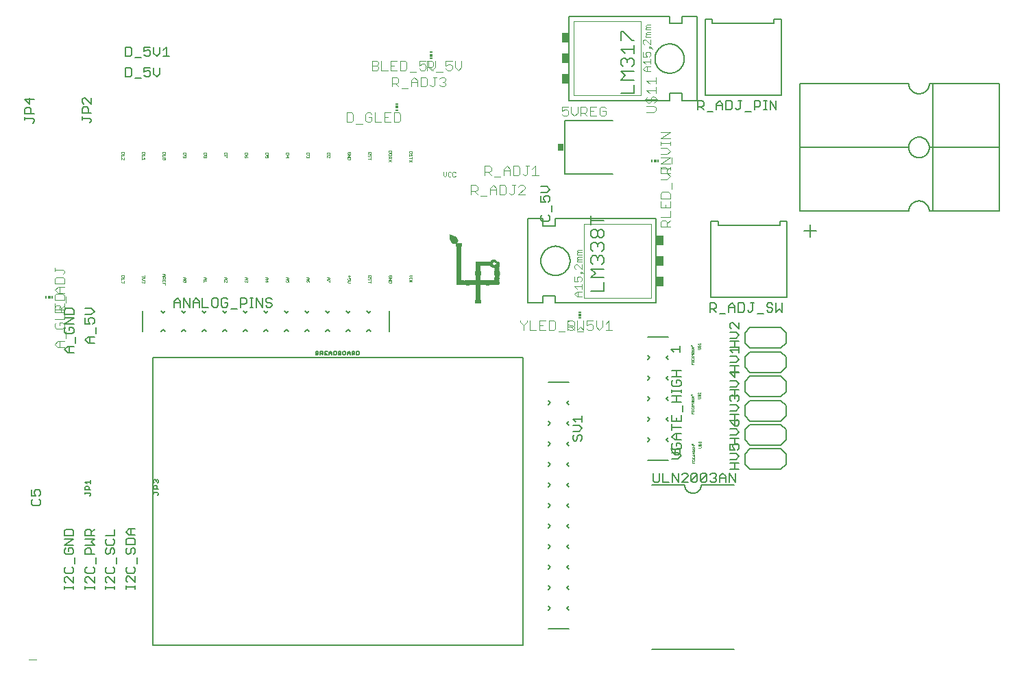
<source format=gto>
G75*
%MOIN*%
%OFA0B0*%
%FSLAX25Y25*%
%IPPOS*%
%LPD*%
%AMOC8*
5,1,8,0,0,1.08239X$1,22.5*
%
%ADD10R,0.00060X0.00060*%
%ADD11R,0.00180X0.00060*%
%ADD12R,0.00120X0.00060*%
%ADD13R,0.00120X0.00060*%
%ADD14R,0.00240X0.00060*%
%ADD15R,0.00240X0.00060*%
%ADD16R,0.00540X0.00060*%
%ADD17R,0.00420X0.00060*%
%ADD18R,0.00780X0.00060*%
%ADD19R,0.00300X0.00060*%
%ADD20R,0.00480X0.00060*%
%ADD21R,0.00360X0.00060*%
%ADD22R,0.00600X0.00060*%
%ADD23R,0.00960X0.00060*%
%ADD24R,0.00660X0.00060*%
%ADD25R,0.00720X0.00060*%
%ADD26R,0.00420X0.00060*%
%ADD27R,0.01020X0.00060*%
%ADD28R,0.01020X0.00060*%
%ADD29R,0.00840X0.00060*%
%ADD30R,0.00900X0.00060*%
%ADD31R,0.01080X0.00060*%
%ADD32R,0.01140X0.00060*%
%ADD33R,0.00840X0.00060*%
%ADD34R,0.00540X0.00060*%
%ADD35R,0.01320X0.00060*%
%ADD36R,0.01440X0.00060*%
%ADD37R,0.01200X0.00060*%
%ADD38R,0.01440X0.00060*%
%ADD39R,0.01500X0.00060*%
%ADD40R,0.00720X0.00060*%
%ADD41R,0.01260X0.00060*%
%ADD42R,0.01140X0.00060*%
%ADD43R,0.01560X0.00060*%
%ADD44R,0.01740X0.00060*%
%ADD45R,0.01920X0.00060*%
%ADD46R,0.02160X0.00060*%
%ADD47R,0.02280X0.00060*%
%ADD48R,0.02460X0.00060*%
%ADD49R,0.02520X0.00060*%
%ADD50R,0.02700X0.00060*%
%ADD51R,0.01380X0.00060*%
%ADD52R,0.05400X0.00060*%
%ADD53R,0.05580X0.00060*%
%ADD54R,0.05460X0.00060*%
%ADD55R,0.05640X0.00060*%
%ADD56R,0.05700X0.00060*%
%ADD57R,0.02880X0.00060*%
%ADD58R,0.02580X0.00060*%
%ADD59R,0.02400X0.00060*%
%ADD60R,0.02100X0.00060*%
%ADD61R,0.01620X0.00060*%
%ADD62R,0.01680X0.00060*%
%ADD63R,0.01320X0.00060*%
%ADD64C,0.00000*%
%ADD65C,0.00200*%
%ADD66C,0.00800*%
%ADD67C,0.00400*%
%ADD68R,0.03000X0.03400*%
%ADD69C,0.00600*%
%ADD70C,0.00500*%
%ADD71R,0.00591X0.01181*%
%ADD72R,0.01181X0.01181*%
%ADD73C,0.00100*%
%ADD74R,0.01181X0.00591*%
%ADD75C,0.00700*%
%ADD76R,0.03500X0.05000*%
D10*
X0243500Y0176460D03*
X0243560Y0176520D03*
X0243620Y0176580D03*
X0243680Y0176520D03*
X0243740Y0176580D03*
X0243740Y0176640D03*
X0243860Y0176640D03*
X0243860Y0176700D03*
X0243920Y0176760D03*
X0243920Y0176820D03*
X0243920Y0176880D03*
X0243860Y0176940D03*
X0243800Y0177000D03*
X0243860Y0177060D03*
X0243860Y0177120D03*
X0243920Y0177180D03*
X0243980Y0177240D03*
X0243980Y0177360D03*
X0243980Y0177420D03*
X0244040Y0177480D03*
X0244100Y0177420D03*
X0244220Y0177300D03*
X0244280Y0177240D03*
X0244280Y0177180D03*
X0244160Y0177180D03*
X0244160Y0177120D03*
X0244220Y0177060D03*
X0244340Y0177060D03*
X0244340Y0177000D03*
X0244340Y0176940D03*
X0244280Y0176880D03*
X0244280Y0176820D03*
X0244160Y0176820D03*
X0244160Y0176880D03*
X0244220Y0176940D03*
X0244040Y0176940D03*
X0244040Y0176880D03*
X0244040Y0176820D03*
X0244040Y0176760D03*
X0244100Y0176700D03*
X0244160Y0176760D03*
X0244220Y0176700D03*
X0244280Y0176640D03*
X0244280Y0176580D03*
X0244340Y0176520D03*
X0244280Y0176460D03*
X0244220Y0176520D03*
X0244160Y0176580D03*
X0244160Y0176640D03*
X0244100Y0176520D03*
X0244160Y0176460D03*
X0244160Y0176400D03*
X0244040Y0176400D03*
X0243980Y0176460D03*
X0244040Y0176580D03*
X0243980Y0176700D03*
X0243860Y0176580D03*
X0243800Y0176760D03*
X0243800Y0176820D03*
X0243680Y0176820D03*
X0243620Y0176880D03*
X0243620Y0176940D03*
X0243680Y0177000D03*
X0243740Y0177060D03*
X0243740Y0177120D03*
X0243800Y0177180D03*
X0243860Y0177240D03*
X0243860Y0177300D03*
X0243860Y0177360D03*
X0243740Y0177360D03*
X0243740Y0177300D03*
X0243740Y0177240D03*
X0243680Y0177180D03*
X0243620Y0177060D03*
X0243560Y0177120D03*
X0243500Y0177180D03*
X0243500Y0177300D03*
X0243560Y0177360D03*
X0243560Y0177420D03*
X0243620Y0177480D03*
X0243680Y0177420D03*
X0243740Y0177480D03*
X0243680Y0177540D03*
X0243680Y0177600D03*
X0243680Y0177660D03*
X0243740Y0177720D03*
X0243800Y0177780D03*
X0243800Y0177840D03*
X0243800Y0177900D03*
X0243800Y0177960D03*
X0243860Y0178020D03*
X0243920Y0178080D03*
X0243920Y0178140D03*
X0243980Y0178200D03*
X0243980Y0178260D03*
X0243920Y0178320D03*
X0243920Y0178380D03*
X0243980Y0178440D03*
X0244040Y0178500D03*
X0244040Y0178560D03*
X0244040Y0178620D03*
X0244100Y0178680D03*
X0244160Y0178620D03*
X0244160Y0178740D03*
X0244160Y0178800D03*
X0244160Y0178860D03*
X0244040Y0178860D03*
X0244040Y0178920D03*
X0243980Y0178980D03*
X0243980Y0179040D03*
X0244040Y0179100D03*
X0244100Y0179160D03*
X0244100Y0179220D03*
X0244100Y0179280D03*
X0244040Y0179340D03*
X0244100Y0179400D03*
X0244040Y0179460D03*
X0243980Y0179520D03*
X0243920Y0179460D03*
X0243860Y0179520D03*
X0243800Y0179460D03*
X0243800Y0179400D03*
X0243860Y0179340D03*
X0243800Y0179280D03*
X0243800Y0179220D03*
X0243860Y0179160D03*
X0243920Y0179100D03*
X0243980Y0179160D03*
X0243980Y0179220D03*
X0244160Y0179100D03*
X0244220Y0179040D03*
X0244100Y0179040D03*
X0244220Y0179220D03*
X0244220Y0179280D03*
X0244220Y0179340D03*
X0244220Y0179400D03*
X0244340Y0179340D03*
X0244340Y0179280D03*
X0244400Y0179220D03*
X0244400Y0179160D03*
X0244340Y0179100D03*
X0244460Y0179280D03*
X0244460Y0179340D03*
X0244520Y0179400D03*
X0244520Y0179520D03*
X0244520Y0179580D03*
X0244580Y0179640D03*
X0244640Y0179700D03*
X0244640Y0179760D03*
X0244700Y0179820D03*
X0244760Y0179760D03*
X0244760Y0179700D03*
X0244820Y0179640D03*
X0244760Y0179580D03*
X0244820Y0179520D03*
X0244700Y0179520D03*
X0244700Y0179460D03*
X0244700Y0179400D03*
X0244700Y0179280D03*
X0244820Y0179160D03*
X0244880Y0179100D03*
X0244880Y0179040D03*
X0244880Y0178980D03*
X0244940Y0178920D03*
X0245000Y0178860D03*
X0245060Y0178920D03*
X0245060Y0178980D03*
X0245000Y0179040D03*
X0245000Y0179100D03*
X0245060Y0179160D03*
X0245120Y0179220D03*
X0245120Y0179280D03*
X0245180Y0179340D03*
X0245240Y0179400D03*
X0245240Y0179460D03*
X0245300Y0179520D03*
X0245360Y0179460D03*
X0245420Y0179520D03*
X0245420Y0179580D03*
X0245480Y0179640D03*
X0245540Y0179700D03*
X0245540Y0179760D03*
X0245540Y0179820D03*
X0245480Y0179880D03*
X0245540Y0179940D03*
X0245540Y0180000D03*
X0245600Y0180060D03*
X0245660Y0180120D03*
X0245720Y0180180D03*
X0245720Y0180240D03*
X0245720Y0180300D03*
X0245600Y0180300D03*
X0245600Y0180240D03*
X0245600Y0180180D03*
X0245540Y0180120D03*
X0245480Y0180180D03*
X0245480Y0180240D03*
X0245360Y0180240D03*
X0245360Y0180180D03*
X0245420Y0180120D03*
X0245480Y0180060D03*
X0245420Y0180000D03*
X0245420Y0179940D03*
X0245360Y0179880D03*
X0245360Y0179820D03*
X0245420Y0179760D03*
X0245420Y0179700D03*
X0245360Y0179640D03*
X0245300Y0179700D03*
X0245180Y0179640D03*
X0245120Y0179700D03*
X0245060Y0179760D03*
X0245060Y0179880D03*
X0245120Y0179940D03*
X0245120Y0180000D03*
X0245240Y0180000D03*
X0245240Y0179880D03*
X0245360Y0180060D03*
X0245300Y0180120D03*
X0245240Y0180180D03*
X0245240Y0180240D03*
X0245300Y0180300D03*
X0245360Y0180360D03*
X0245240Y0180360D03*
X0245180Y0180420D03*
X0245120Y0180480D03*
X0245120Y0180540D03*
X0245180Y0180600D03*
X0245240Y0180660D03*
X0245300Y0180720D03*
X0245240Y0180780D03*
X0245120Y0180780D03*
X0245120Y0180720D03*
X0245120Y0180660D03*
X0245060Y0180600D03*
X0245000Y0180660D03*
X0245000Y0180720D03*
X0245000Y0180780D03*
X0245060Y0180840D03*
X0245120Y0180900D03*
X0245120Y0180960D03*
X0245120Y0181020D03*
X0245180Y0181080D03*
X0245180Y0181140D03*
X0245240Y0181200D03*
X0245240Y0181260D03*
X0245300Y0181320D03*
X0245360Y0181260D03*
X0245360Y0181200D03*
X0245480Y0181260D03*
X0245480Y0181320D03*
X0245600Y0181320D03*
X0245600Y0181380D03*
X0245600Y0181440D03*
X0245660Y0181500D03*
X0245720Y0181560D03*
X0245780Y0181620D03*
X0245720Y0181680D03*
X0245720Y0181740D03*
X0245660Y0181800D03*
X0245720Y0181860D03*
X0245720Y0181920D03*
X0245780Y0181980D03*
X0245720Y0182040D03*
X0245660Y0182100D03*
X0245660Y0182160D03*
X0245660Y0182220D03*
X0245660Y0182280D03*
X0245720Y0182340D03*
X0245720Y0182400D03*
X0245720Y0182460D03*
X0245660Y0182520D03*
X0245720Y0182580D03*
X0245720Y0182640D03*
X0245720Y0182700D03*
X0245660Y0182760D03*
X0245780Y0182820D03*
X0245600Y0182880D03*
X0245600Y0183000D03*
X0245600Y0183060D03*
X0245600Y0183120D03*
X0245600Y0183180D03*
X0245600Y0183240D03*
X0245600Y0183300D03*
X0245720Y0183300D03*
X0245720Y0183360D03*
X0245660Y0183420D03*
X0245720Y0183480D03*
X0245720Y0183540D03*
X0245720Y0183600D03*
X0245780Y0183720D03*
X0245720Y0183780D03*
X0245720Y0183840D03*
X0245600Y0183840D03*
X0245600Y0183780D03*
X0245600Y0183720D03*
X0245540Y0183600D03*
X0245540Y0183540D03*
X0245600Y0183480D03*
X0245540Y0183420D03*
X0245480Y0183480D03*
X0245420Y0183420D03*
X0245420Y0183360D03*
X0245420Y0183300D03*
X0245480Y0183240D03*
X0245480Y0183180D03*
X0245480Y0183120D03*
X0245420Y0183060D03*
X0245480Y0183000D03*
X0245360Y0183000D03*
X0245360Y0182940D03*
X0245360Y0182880D03*
X0245240Y0182880D03*
X0245240Y0182820D03*
X0245300Y0182760D03*
X0245360Y0182700D03*
X0245360Y0182580D03*
X0245420Y0182520D03*
X0245480Y0182580D03*
X0245540Y0182520D03*
X0245600Y0182580D03*
X0245600Y0182640D03*
X0245480Y0182760D03*
X0245240Y0182700D03*
X0245240Y0182640D03*
X0245240Y0182580D03*
X0245300Y0182520D03*
X0245360Y0182460D03*
X0245360Y0182400D03*
X0245360Y0182340D03*
X0245300Y0182280D03*
X0245360Y0182220D03*
X0245420Y0182160D03*
X0245540Y0182160D03*
X0245540Y0182220D03*
X0245540Y0182100D03*
X0245600Y0182040D03*
X0245660Y0181980D03*
X0245600Y0181920D03*
X0245600Y0181860D03*
X0245540Y0181800D03*
X0245540Y0181740D03*
X0245540Y0181620D03*
X0245600Y0181560D03*
X0245660Y0181620D03*
X0245540Y0181500D03*
X0245480Y0181560D03*
X0245420Y0181620D03*
X0245420Y0181680D03*
X0245420Y0181740D03*
X0245420Y0181800D03*
X0245480Y0181860D03*
X0245480Y0181920D03*
X0245540Y0181980D03*
X0245480Y0182040D03*
X0245300Y0182040D03*
X0245240Y0182100D03*
X0245300Y0182160D03*
X0245180Y0182160D03*
X0245120Y0182100D03*
X0245180Y0182040D03*
X0245240Y0181980D03*
X0245300Y0181920D03*
X0245180Y0181920D03*
X0245180Y0181860D03*
X0245240Y0181800D03*
X0245300Y0181740D03*
X0245300Y0181680D03*
X0245300Y0181620D03*
X0245300Y0181560D03*
X0245240Y0181500D03*
X0245240Y0181440D03*
X0245120Y0181440D03*
X0245120Y0181500D03*
X0245180Y0181560D03*
X0245180Y0181620D03*
X0245180Y0181680D03*
X0245060Y0181620D03*
X0245060Y0181560D03*
X0245000Y0181500D03*
X0245000Y0181440D03*
X0245000Y0181380D03*
X0245060Y0181320D03*
X0245060Y0181260D03*
X0245120Y0181200D03*
X0245060Y0181140D03*
X0245060Y0181080D03*
X0245000Y0181020D03*
X0245000Y0180960D03*
X0245000Y0180900D03*
X0244940Y0180840D03*
X0244880Y0180900D03*
X0244880Y0180960D03*
X0244880Y0181020D03*
X0244940Y0181080D03*
X0244940Y0181140D03*
X0245000Y0181200D03*
X0244940Y0181260D03*
X0244880Y0181320D03*
X0244880Y0181380D03*
X0244880Y0181440D03*
X0244880Y0181500D03*
X0244940Y0181560D03*
X0244940Y0181620D03*
X0245000Y0181680D03*
X0245000Y0181740D03*
X0245060Y0181800D03*
X0245060Y0181860D03*
X0245060Y0181920D03*
X0245120Y0181980D03*
X0245060Y0182040D03*
X0245000Y0182100D03*
X0245000Y0182160D03*
X0245000Y0182220D03*
X0245060Y0182280D03*
X0245120Y0182340D03*
X0245120Y0182400D03*
X0245060Y0182460D03*
X0245060Y0182520D03*
X0245120Y0182580D03*
X0245120Y0182640D03*
X0245120Y0182700D03*
X0245180Y0182760D03*
X0245120Y0182820D03*
X0245060Y0182940D03*
X0245120Y0183000D03*
X0245180Y0183060D03*
X0245240Y0183120D03*
X0245240Y0183180D03*
X0245240Y0183240D03*
X0245300Y0183300D03*
X0245300Y0183360D03*
X0245300Y0183420D03*
X0245300Y0183480D03*
X0245240Y0183540D03*
X0245240Y0183600D03*
X0245300Y0183660D03*
X0245360Y0183600D03*
X0245240Y0183720D03*
X0245300Y0183780D03*
X0245360Y0183840D03*
X0245480Y0183840D03*
X0245480Y0183780D03*
X0245540Y0183900D03*
X0245600Y0183960D03*
X0245540Y0184020D03*
X0245600Y0184080D03*
X0245720Y0184080D03*
X0245600Y0184200D03*
X0245540Y0184260D03*
X0245540Y0184320D03*
X0245660Y0184320D03*
X0245660Y0184440D03*
X0245720Y0184500D03*
X0245720Y0184560D03*
X0245660Y0184620D03*
X0245600Y0184560D03*
X0245600Y0184500D03*
X0245480Y0184500D03*
X0245480Y0184560D03*
X0245540Y0184620D03*
X0245480Y0184680D03*
X0245420Y0184620D03*
X0245360Y0184680D03*
X0245360Y0184560D03*
X0245360Y0184500D03*
X0245360Y0184440D03*
X0245300Y0184380D03*
X0245300Y0184320D03*
X0245240Y0184260D03*
X0245300Y0184200D03*
X0245360Y0184140D03*
X0245420Y0184200D03*
X0245420Y0184080D03*
X0245420Y0184020D03*
X0245480Y0183960D03*
X0245300Y0183960D03*
X0245240Y0183900D03*
X0245240Y0183840D03*
X0245180Y0183780D03*
X0245120Y0183720D03*
X0245180Y0183660D03*
X0245060Y0183660D03*
X0245060Y0183600D03*
X0245120Y0183540D03*
X0245180Y0183480D03*
X0245180Y0183420D03*
X0245180Y0183360D03*
X0245180Y0183300D03*
X0245120Y0183240D03*
X0245120Y0183180D03*
X0245120Y0183120D03*
X0245060Y0183060D03*
X0245000Y0183000D03*
X0244940Y0183060D03*
X0244940Y0183180D03*
X0245000Y0183240D03*
X0245060Y0183300D03*
X0245060Y0183360D03*
X0245060Y0183420D03*
X0245060Y0183480D03*
X0245000Y0183540D03*
X0244940Y0183600D03*
X0244940Y0183660D03*
X0245000Y0183720D03*
X0245060Y0183780D03*
X0245120Y0183840D03*
X0245120Y0183900D03*
X0245120Y0183960D03*
X0245120Y0184020D03*
X0245120Y0184080D03*
X0245120Y0184140D03*
X0245180Y0184200D03*
X0245240Y0184140D03*
X0245240Y0184080D03*
X0245120Y0184260D03*
X0245180Y0184320D03*
X0245060Y0184320D03*
X0245060Y0184440D03*
X0245000Y0184560D03*
X0244940Y0184620D03*
X0245000Y0184680D03*
X0245000Y0184800D03*
X0244880Y0184800D03*
X0244820Y0184860D03*
X0244820Y0184920D03*
X0244760Y0184980D03*
X0244820Y0185040D03*
X0244940Y0185040D03*
X0244940Y0185100D03*
X0245000Y0185160D03*
X0245060Y0185100D03*
X0245120Y0185160D03*
X0245120Y0185220D03*
X0245240Y0185220D03*
X0245240Y0185280D03*
X0245300Y0185340D03*
X0245360Y0185280D03*
X0245360Y0185220D03*
X0245420Y0185340D03*
X0245420Y0185460D03*
X0245540Y0185520D03*
X0245540Y0185580D03*
X0245600Y0185640D03*
X0245660Y0185700D03*
X0245660Y0185760D03*
X0245660Y0185820D03*
X0245720Y0185880D03*
X0245780Y0185820D03*
X0245780Y0185760D03*
X0245780Y0185700D03*
X0245840Y0185640D03*
X0245900Y0185700D03*
X0245900Y0185760D03*
X0245900Y0185820D03*
X0245840Y0185880D03*
X0245900Y0185940D03*
X0245900Y0186000D03*
X0245960Y0186060D03*
X0246020Y0186120D03*
X0246080Y0186180D03*
X0246080Y0186240D03*
X0246080Y0186300D03*
X0246140Y0186360D03*
X0246200Y0186420D03*
X0246200Y0186480D03*
X0246320Y0186480D03*
X0246320Y0186540D03*
X0246380Y0186600D03*
X0246440Y0186660D03*
X0246500Y0186720D03*
X0246560Y0186780D03*
X0246620Y0186840D03*
X0246680Y0186900D03*
X0246680Y0186960D03*
X0246680Y0187020D03*
X0246620Y0187080D03*
X0246560Y0187020D03*
X0246560Y0186960D03*
X0246560Y0186900D03*
X0246500Y0186840D03*
X0246440Y0186900D03*
X0246440Y0186960D03*
X0246500Y0187080D03*
X0246500Y0187140D03*
X0246500Y0187200D03*
X0246500Y0187260D03*
X0246560Y0187320D03*
X0246620Y0187260D03*
X0246620Y0187200D03*
X0246740Y0187260D03*
X0246800Y0187320D03*
X0246860Y0187260D03*
X0246860Y0187200D03*
X0246860Y0187140D03*
X0246920Y0187080D03*
X0246920Y0187020D03*
X0246980Y0186960D03*
X0247040Y0187020D03*
X0247100Y0187080D03*
X0247160Y0187020D03*
X0247220Y0187080D03*
X0247280Y0187020D03*
X0247340Y0187140D03*
X0247400Y0187260D03*
X0247400Y0187320D03*
X0247520Y0187320D03*
X0247580Y0187260D03*
X0247640Y0187320D03*
X0247700Y0187260D03*
X0247760Y0187200D03*
X0247760Y0187140D03*
X0247820Y0187080D03*
X0247880Y0187020D03*
X0247940Y0187080D03*
X0248000Y0187140D03*
X0248000Y0187200D03*
X0247940Y0187260D03*
X0247940Y0187320D03*
X0248060Y0187320D03*
X0248120Y0187260D03*
X0248120Y0187200D03*
X0248180Y0187320D03*
X0248300Y0187200D03*
X0248360Y0187320D03*
X0248540Y0187320D03*
X0248540Y0187200D03*
X0248600Y0187140D03*
X0248660Y0187200D03*
X0248720Y0187140D03*
X0248840Y0187200D03*
X0248900Y0187260D03*
X0248960Y0187320D03*
X0249020Y0187380D03*
X0249020Y0187440D03*
X0248960Y0187500D03*
X0248840Y0187500D03*
X0248720Y0187500D03*
X0248720Y0187440D03*
X0248720Y0187380D03*
X0248720Y0187320D03*
X0248780Y0187260D03*
X0248840Y0187320D03*
X0248900Y0187380D03*
X0249020Y0187260D03*
X0249020Y0187200D03*
X0249020Y0187140D03*
X0249020Y0187080D03*
X0249080Y0187020D03*
X0249080Y0186960D03*
X0248960Y0186960D03*
X0248960Y0187020D03*
X0248900Y0187080D03*
X0248840Y0187020D03*
X0248840Y0186960D03*
X0248840Y0186900D03*
X0248840Y0186840D03*
X0248780Y0186780D03*
X0248780Y0186720D03*
X0248660Y0186720D03*
X0248660Y0186780D03*
X0248720Y0186840D03*
X0248660Y0186900D03*
X0248720Y0186960D03*
X0248600Y0186960D03*
X0248600Y0187020D03*
X0248540Y0186900D03*
X0248600Y0186840D03*
X0248540Y0186780D03*
X0248540Y0186720D03*
X0248540Y0186660D03*
X0248600Y0186600D03*
X0248660Y0186660D03*
X0248720Y0186600D03*
X0248780Y0186540D03*
X0248780Y0186480D03*
X0248780Y0186420D03*
X0248900Y0186480D03*
X0248900Y0186540D03*
X0248840Y0186600D03*
X0248960Y0186720D03*
X0249080Y0186780D03*
X0249140Y0186720D03*
X0249140Y0186840D03*
X0249020Y0186840D03*
X0248960Y0186900D03*
X0249200Y0187020D03*
X0249260Y0186960D03*
X0249320Y0186840D03*
X0249380Y0186780D03*
X0249440Y0186720D03*
X0249440Y0186660D03*
X0249440Y0186600D03*
X0249500Y0186540D03*
X0249560Y0186600D03*
X0249560Y0186660D03*
X0249560Y0186720D03*
X0249620Y0186780D03*
X0249680Y0186720D03*
X0249680Y0186660D03*
X0249680Y0186600D03*
X0249740Y0186540D03*
X0249740Y0186480D03*
X0249740Y0186420D03*
X0249800Y0186360D03*
X0249860Y0186300D03*
X0249920Y0186360D03*
X0249920Y0186420D03*
X0250040Y0186420D03*
X0250040Y0186480D03*
X0250040Y0186540D03*
X0250100Y0186600D03*
X0250100Y0186660D03*
X0250100Y0186720D03*
X0250100Y0186840D03*
X0250040Y0186900D03*
X0250040Y0186960D03*
X0250100Y0187020D03*
X0250100Y0187080D03*
X0250160Y0187140D03*
X0250160Y0187200D03*
X0250160Y0187260D03*
X0250220Y0187320D03*
X0250280Y0187260D03*
X0250280Y0187200D03*
X0250280Y0187140D03*
X0250340Y0187080D03*
X0250400Y0187020D03*
X0250460Y0187080D03*
X0250520Y0187020D03*
X0250580Y0186960D03*
X0250580Y0186900D03*
X0250640Y0186840D03*
X0250640Y0186780D03*
X0250700Y0186720D03*
X0250760Y0186780D03*
X0250760Y0186840D03*
X0250820Y0186900D03*
X0250880Y0186960D03*
X0250940Y0186900D03*
X0251000Y0186960D03*
X0251000Y0187020D03*
X0251060Y0187080D03*
X0251120Y0187020D03*
X0251120Y0186960D03*
X0251180Y0186900D03*
X0251240Y0186840D03*
X0251300Y0186900D03*
X0251300Y0186960D03*
X0251360Y0187020D03*
X0251420Y0187080D03*
X0251480Y0187020D03*
X0251540Y0187080D03*
X0251600Y0187020D03*
X0251660Y0187080D03*
X0251600Y0187140D03*
X0251600Y0187200D03*
X0251600Y0187260D03*
X0251660Y0187320D03*
X0251720Y0187260D03*
X0251720Y0187200D03*
X0251780Y0187140D03*
X0251840Y0187260D03*
X0251780Y0187320D03*
X0251540Y0187320D03*
X0251480Y0187260D03*
X0251480Y0187200D03*
X0251480Y0187140D03*
X0251360Y0187140D03*
X0251360Y0187200D03*
X0251360Y0187260D03*
X0251420Y0187320D03*
X0251300Y0187320D03*
X0251240Y0187260D03*
X0251240Y0187200D03*
X0251240Y0187140D03*
X0251300Y0187080D03*
X0251240Y0187020D03*
X0251180Y0187080D03*
X0251120Y0187140D03*
X0251120Y0187200D03*
X0251120Y0187260D03*
X0251180Y0187320D03*
X0251060Y0187320D03*
X0251000Y0187260D03*
X0251000Y0187200D03*
X0251000Y0187140D03*
X0250940Y0187080D03*
X0250880Y0187140D03*
X0250880Y0187200D03*
X0250760Y0187200D03*
X0250760Y0187140D03*
X0250760Y0187080D03*
X0250700Y0187020D03*
X0250700Y0186960D03*
X0250700Y0186900D03*
X0250880Y0186840D03*
X0250940Y0186780D03*
X0250940Y0186720D03*
X0251000Y0186660D03*
X0251060Y0186720D03*
X0251060Y0186780D03*
X0251120Y0186840D03*
X0251180Y0186780D03*
X0251240Y0186720D03*
X0251240Y0186660D03*
X0251300Y0186600D03*
X0251240Y0186540D03*
X0251300Y0186480D03*
X0251360Y0186420D03*
X0251420Y0186480D03*
X0251540Y0186480D03*
X0251540Y0186420D03*
X0251540Y0186360D03*
X0251540Y0186300D03*
X0251540Y0186240D03*
X0251540Y0186180D03*
X0251540Y0186120D03*
X0251540Y0186000D03*
X0251540Y0185940D03*
X0251600Y0185880D03*
X0251660Y0185820D03*
X0251660Y0185760D03*
X0251660Y0185700D03*
X0251720Y0185640D03*
X0251780Y0185700D03*
X0251780Y0185760D03*
X0251780Y0185820D03*
X0251840Y0185880D03*
X0251900Y0185820D03*
X0251960Y0185940D03*
X0252020Y0186000D03*
X0251900Y0186000D03*
X0251900Y0186120D03*
X0251780Y0186120D03*
X0251780Y0186060D03*
X0251780Y0186000D03*
X0251780Y0185940D03*
X0251720Y0185880D03*
X0251660Y0185940D03*
X0251660Y0186000D03*
X0251540Y0185820D03*
X0251540Y0185760D03*
X0251540Y0185700D03*
X0251600Y0185640D03*
X0251660Y0185580D03*
X0251660Y0185520D03*
X0251720Y0185460D03*
X0251780Y0185520D03*
X0251780Y0185580D03*
X0251900Y0185520D03*
X0251960Y0185580D03*
X0252020Y0185520D03*
X0252020Y0185460D03*
X0252080Y0185400D03*
X0252140Y0185340D03*
X0252200Y0185400D03*
X0252200Y0185460D03*
X0252320Y0185460D03*
X0252320Y0185520D03*
X0252440Y0185520D03*
X0252440Y0185580D03*
X0252380Y0185640D03*
X0252320Y0185700D03*
X0252440Y0185820D03*
X0252440Y0185940D03*
X0252500Y0186000D03*
X0252440Y0186060D03*
X0252440Y0186120D03*
X0252500Y0186180D03*
X0252500Y0186240D03*
X0252440Y0186300D03*
X0252380Y0186360D03*
X0252380Y0186420D03*
X0252380Y0186480D03*
X0252380Y0186540D03*
X0252320Y0186600D03*
X0252320Y0186720D03*
X0252380Y0186780D03*
X0252440Y0186720D03*
X0252560Y0186780D03*
X0252560Y0186840D03*
X0252620Y0186900D03*
X0252620Y0186960D03*
X0252740Y0186960D03*
X0252740Y0187020D03*
X0252800Y0187080D03*
X0252800Y0187140D03*
X0252920Y0187140D03*
X0252920Y0187200D03*
X0252920Y0187260D03*
X0252980Y0187320D03*
X0253040Y0187380D03*
X0253100Y0187320D03*
X0253160Y0187380D03*
X0253160Y0187440D03*
X0253280Y0187440D03*
X0253280Y0187380D03*
X0253340Y0187320D03*
X0253280Y0187260D03*
X0253340Y0187200D03*
X0253280Y0187080D03*
X0253280Y0186960D03*
X0253280Y0186900D03*
X0253340Y0186840D03*
X0253340Y0186780D03*
X0253340Y0186720D03*
X0253340Y0186660D03*
X0253400Y0186600D03*
X0253460Y0186660D03*
X0253460Y0186720D03*
X0253460Y0186780D03*
X0253460Y0186840D03*
X0253400Y0186900D03*
X0253400Y0186960D03*
X0253520Y0186960D03*
X0253520Y0187020D03*
X0253580Y0187080D03*
X0253640Y0187020D03*
X0253700Y0187080D03*
X0253760Y0187020D03*
X0253820Y0187080D03*
X0253940Y0187020D03*
X0254000Y0187080D03*
X0254060Y0187020D03*
X0254060Y0186960D03*
X0254180Y0187020D03*
X0254240Y0187080D03*
X0254240Y0187140D03*
X0254240Y0187200D03*
X0254180Y0187260D03*
X0254180Y0187320D03*
X0254180Y0187380D03*
X0254180Y0187440D03*
X0254240Y0187500D03*
X0254240Y0187620D03*
X0254240Y0187680D03*
X0254240Y0187740D03*
X0254300Y0187800D03*
X0254360Y0187860D03*
X0254360Y0187920D03*
X0254360Y0187980D03*
X0254360Y0188040D03*
X0254480Y0188040D03*
X0254480Y0187980D03*
X0254480Y0187920D03*
X0254480Y0187860D03*
X0254540Y0187800D03*
X0254600Y0187860D03*
X0254600Y0187920D03*
X0254600Y0187980D03*
X0254600Y0188040D03*
X0254540Y0188100D03*
X0254660Y0188160D03*
X0254600Y0188220D03*
X0254660Y0188340D03*
X0254780Y0188400D03*
X0254840Y0188460D03*
X0254900Y0188520D03*
X0254960Y0188580D03*
X0254960Y0188640D03*
X0254900Y0188700D03*
X0254840Y0188760D03*
X0254900Y0188820D03*
X0254900Y0188940D03*
X0254960Y0189000D03*
X0254960Y0189060D03*
X0254960Y0189180D03*
X0254900Y0189240D03*
X0254840Y0189300D03*
X0254840Y0189360D03*
X0254840Y0189420D03*
X0254840Y0189480D03*
X0254780Y0189540D03*
X0254720Y0189480D03*
X0254660Y0189420D03*
X0254600Y0189480D03*
X0254660Y0189540D03*
X0254600Y0189600D03*
X0254600Y0189660D03*
X0254660Y0189720D03*
X0254720Y0189780D03*
X0254720Y0189840D03*
X0254720Y0189900D03*
X0254780Y0189960D03*
X0254780Y0190020D03*
X0254720Y0190080D03*
X0254720Y0190140D03*
X0254780Y0190200D03*
X0254780Y0190260D03*
X0254780Y0190320D03*
X0254720Y0190380D03*
X0254660Y0190440D03*
X0254720Y0190500D03*
X0254720Y0190560D03*
X0254840Y0190620D03*
X0254900Y0190680D03*
X0254840Y0190740D03*
X0254840Y0190800D03*
X0254840Y0190860D03*
X0254900Y0190920D03*
X0254960Y0190980D03*
X0254960Y0191040D03*
X0254900Y0191100D03*
X0254900Y0191160D03*
X0254960Y0191220D03*
X0254960Y0191280D03*
X0255020Y0191340D03*
X0255080Y0191400D03*
X0255140Y0191460D03*
X0255140Y0191520D03*
X0255140Y0191580D03*
X0255140Y0191640D03*
X0255260Y0191640D03*
X0255260Y0191580D03*
X0255260Y0191520D03*
X0255260Y0191460D03*
X0255200Y0191400D03*
X0255260Y0191340D03*
X0255320Y0191280D03*
X0255200Y0191280D03*
X0255200Y0191220D03*
X0255260Y0191160D03*
X0255260Y0191040D03*
X0255320Y0190980D03*
X0255260Y0190920D03*
X0255200Y0190980D03*
X0255140Y0190920D03*
X0255200Y0190860D03*
X0255260Y0190800D03*
X0255260Y0190740D03*
X0255260Y0190680D03*
X0255260Y0190620D03*
X0255260Y0190560D03*
X0255260Y0190500D03*
X0255320Y0190440D03*
X0255200Y0190320D03*
X0255080Y0190320D03*
X0255080Y0190200D03*
X0254960Y0190200D03*
X0254900Y0190320D03*
X0254900Y0190380D03*
X0254960Y0190440D03*
X0255020Y0190500D03*
X0255020Y0190560D03*
X0255020Y0190620D03*
X0255020Y0190680D03*
X0255140Y0190680D03*
X0255140Y0190620D03*
X0255140Y0190560D03*
X0255140Y0190500D03*
X0255140Y0190440D03*
X0254900Y0190500D03*
X0254780Y0190680D03*
X0254720Y0190740D03*
X0254720Y0190800D03*
X0254720Y0190860D03*
X0254780Y0190920D03*
X0254840Y0190980D03*
X0254840Y0191040D03*
X0254780Y0191160D03*
X0254720Y0191100D03*
X0254660Y0191160D03*
X0254660Y0191220D03*
X0254720Y0191280D03*
X0254600Y0191280D03*
X0254540Y0191220D03*
X0254540Y0191160D03*
X0254600Y0191100D03*
X0254540Y0191040D03*
X0254600Y0190980D03*
X0254660Y0190920D03*
X0254720Y0190980D03*
X0254600Y0190860D03*
X0254540Y0190800D03*
X0254420Y0190800D03*
X0254420Y0190860D03*
X0254360Y0190920D03*
X0254420Y0190980D03*
X0254420Y0191040D03*
X0254480Y0191100D03*
X0254420Y0191160D03*
X0254420Y0191220D03*
X0254360Y0191100D03*
X0254300Y0190980D03*
X0254180Y0190980D03*
X0254060Y0190980D03*
X0254060Y0191040D03*
X0254060Y0191160D03*
X0254060Y0191220D03*
X0254060Y0191280D03*
X0254060Y0191340D03*
X0254180Y0191340D03*
X0254180Y0191280D03*
X0254300Y0191340D03*
X0254300Y0191400D03*
X0254240Y0191460D03*
X0254240Y0191520D03*
X0254300Y0191580D03*
X0254300Y0191640D03*
X0254240Y0191700D03*
X0254300Y0191760D03*
X0254300Y0191820D03*
X0254360Y0191880D03*
X0254420Y0191820D03*
X0254420Y0191760D03*
X0254540Y0191820D03*
X0254600Y0191880D03*
X0254660Y0191820D03*
X0254720Y0191880D03*
X0254780Y0191820D03*
X0254840Y0191880D03*
X0254780Y0191940D03*
X0254840Y0192000D03*
X0254780Y0192060D03*
X0254720Y0192120D03*
X0254780Y0192180D03*
X0254780Y0192240D03*
X0254840Y0192300D03*
X0254900Y0192360D03*
X0254960Y0192420D03*
X0254960Y0192480D03*
X0254960Y0192540D03*
X0254900Y0192600D03*
X0254900Y0192660D03*
X0254960Y0192720D03*
X0254960Y0192780D03*
X0254960Y0192840D03*
X0254960Y0192900D03*
X0254960Y0192960D03*
X0254960Y0193020D03*
X0254960Y0193080D03*
X0254960Y0193140D03*
X0254840Y0193080D03*
X0254840Y0193020D03*
X0254840Y0192960D03*
X0254840Y0192900D03*
X0254840Y0192840D03*
X0254840Y0192780D03*
X0254840Y0192720D03*
X0254780Y0192660D03*
X0254720Y0192720D03*
X0254720Y0192780D03*
X0254720Y0192840D03*
X0254720Y0192900D03*
X0254720Y0192960D03*
X0254720Y0193020D03*
X0254660Y0193080D03*
X0254600Y0193020D03*
X0254600Y0192960D03*
X0254600Y0192900D03*
X0254600Y0192840D03*
X0254600Y0192780D03*
X0254600Y0192720D03*
X0254600Y0192660D03*
X0254540Y0192600D03*
X0254600Y0192540D03*
X0254660Y0192480D03*
X0254540Y0192480D03*
X0254540Y0192420D03*
X0254420Y0192420D03*
X0254420Y0192480D03*
X0254480Y0192540D03*
X0254420Y0192600D03*
X0254480Y0192660D03*
X0254480Y0192780D03*
X0254420Y0192840D03*
X0254480Y0192900D03*
X0254480Y0192960D03*
X0254480Y0193020D03*
X0254540Y0193080D03*
X0254600Y0193140D03*
X0254720Y0193200D03*
X0254660Y0193260D03*
X0254720Y0193320D03*
X0254720Y0193380D03*
X0254840Y0193440D03*
X0254840Y0193500D03*
X0254900Y0193560D03*
X0254960Y0193620D03*
X0254960Y0193680D03*
X0254960Y0193740D03*
X0254900Y0193800D03*
X0254960Y0193860D03*
X0254960Y0193920D03*
X0254960Y0193980D03*
X0254960Y0194040D03*
X0254900Y0194160D03*
X0254840Y0194220D03*
X0254900Y0194280D03*
X0254900Y0194340D03*
X0255020Y0194400D03*
X0254960Y0194460D03*
X0254780Y0194460D03*
X0254780Y0194520D03*
X0254720Y0194580D03*
X0254720Y0194640D03*
X0254720Y0194700D03*
X0254780Y0194760D03*
X0254840Y0194820D03*
X0254900Y0194880D03*
X0254960Y0194820D03*
X0254900Y0194760D03*
X0254840Y0194700D03*
X0254840Y0194640D03*
X0254660Y0194520D03*
X0254660Y0194460D03*
X0254660Y0194400D03*
X0254540Y0194460D03*
X0254480Y0194520D03*
X0254480Y0194580D03*
X0254480Y0194640D03*
X0254420Y0194700D03*
X0254420Y0194760D03*
X0254360Y0194820D03*
X0254300Y0194880D03*
X0254300Y0194940D03*
X0254360Y0195000D03*
X0254420Y0195060D03*
X0254420Y0195120D03*
X0254420Y0195180D03*
X0254480Y0195240D03*
X0254540Y0195300D03*
X0254540Y0195360D03*
X0254600Y0195420D03*
X0254660Y0195480D03*
X0254600Y0195540D03*
X0254600Y0195600D03*
X0254660Y0195660D03*
X0254600Y0195720D03*
X0254540Y0195660D03*
X0254480Y0195600D03*
X0254480Y0195540D03*
X0254540Y0195480D03*
X0254480Y0195420D03*
X0254420Y0195480D03*
X0254360Y0195420D03*
X0254420Y0195360D03*
X0254420Y0195300D03*
X0254360Y0195240D03*
X0254300Y0195300D03*
X0254240Y0195360D03*
X0254240Y0195420D03*
X0254300Y0195480D03*
X0254360Y0195540D03*
X0254360Y0195600D03*
X0254420Y0195660D03*
X0254420Y0195720D03*
X0254300Y0195720D03*
X0254300Y0195660D03*
X0254240Y0195600D03*
X0254240Y0195540D03*
X0254180Y0195480D03*
X0254180Y0195300D03*
X0254240Y0195240D03*
X0254300Y0195180D03*
X0254300Y0195120D03*
X0254300Y0195060D03*
X0254180Y0195120D03*
X0254180Y0195180D03*
X0254120Y0195060D03*
X0254060Y0195000D03*
X0254060Y0194880D03*
X0254060Y0194820D03*
X0254060Y0194700D03*
X0254060Y0194640D03*
X0254060Y0194580D03*
X0254120Y0194520D03*
X0254180Y0194580D03*
X0254180Y0194640D03*
X0254240Y0194700D03*
X0254300Y0194760D03*
X0254240Y0194820D03*
X0254180Y0194880D03*
X0254180Y0194940D03*
X0254420Y0194940D03*
X0254600Y0194940D03*
X0254660Y0194880D03*
X0254660Y0194820D03*
X0254660Y0194760D03*
X0254600Y0194700D03*
X0254600Y0194640D03*
X0254600Y0194580D03*
X0254540Y0194760D03*
X0254720Y0194940D03*
X0254780Y0194880D03*
X0254840Y0194940D03*
X0254780Y0195060D03*
X0254840Y0195120D03*
X0254960Y0195120D03*
X0254960Y0195180D03*
X0255020Y0195240D03*
X0254960Y0195300D03*
X0254960Y0195360D03*
X0255020Y0195420D03*
X0254960Y0195480D03*
X0254960Y0195540D03*
X0254960Y0195600D03*
X0255020Y0195660D03*
X0254960Y0195720D03*
X0254900Y0195780D03*
X0255020Y0195840D03*
X0254960Y0195900D03*
X0255020Y0195960D03*
X0254960Y0196020D03*
X0254960Y0196080D03*
X0255020Y0196140D03*
X0254960Y0196200D03*
X0254900Y0196260D03*
X0254960Y0196320D03*
X0254960Y0196440D03*
X0254900Y0196500D03*
X0254780Y0196500D03*
X0254780Y0196560D03*
X0254720Y0196620D03*
X0254600Y0196620D03*
X0254600Y0196560D03*
X0254480Y0196560D03*
X0254480Y0196620D03*
X0254480Y0196500D03*
X0254540Y0196440D03*
X0254600Y0196380D03*
X0254600Y0196320D03*
X0254600Y0196260D03*
X0254660Y0196200D03*
X0254660Y0196140D03*
X0254540Y0196020D03*
X0254540Y0195900D03*
X0254660Y0195900D03*
X0254780Y0195900D03*
X0254780Y0195960D03*
X0254840Y0196020D03*
X0254900Y0195960D03*
X0254900Y0196140D03*
X0254720Y0196320D03*
X0254720Y0196380D03*
X0254780Y0196440D03*
X0254660Y0196440D03*
X0254480Y0196380D03*
X0254480Y0196320D03*
X0254420Y0196260D03*
X0254360Y0196320D03*
X0254360Y0196380D03*
X0254420Y0196440D03*
X0254360Y0196500D03*
X0254360Y0196560D03*
X0254360Y0196620D03*
X0254240Y0196620D03*
X0254240Y0196560D03*
X0254240Y0196500D03*
X0254300Y0196440D03*
X0254180Y0196440D03*
X0254180Y0196380D03*
X0254060Y0196380D03*
X0254060Y0196320D03*
X0254060Y0196260D03*
X0254240Y0196260D03*
X0254300Y0196200D03*
X0254360Y0196140D03*
X0254360Y0196080D03*
X0254360Y0196020D03*
X0254300Y0195960D03*
X0254240Y0196020D03*
X0254240Y0196080D03*
X0254240Y0196140D03*
X0254120Y0196020D03*
X0254180Y0195960D03*
X0254180Y0195900D03*
X0254180Y0195840D03*
X0254180Y0195660D03*
X0254720Y0195780D03*
X0254840Y0195480D03*
X0254900Y0195420D03*
X0254840Y0195360D03*
X0254840Y0195300D03*
X0254900Y0195240D03*
X0254720Y0195240D03*
X0254720Y0195120D03*
X0254600Y0195060D03*
X0254540Y0195180D03*
X0254600Y0195240D03*
X0254660Y0195360D03*
X0254960Y0195060D03*
X0254360Y0194580D03*
X0254360Y0194520D03*
X0254420Y0194460D03*
X0254360Y0194400D03*
X0254360Y0194340D03*
X0254420Y0194280D03*
X0254480Y0194220D03*
X0254480Y0194160D03*
X0254540Y0194100D03*
X0254600Y0194160D03*
X0254660Y0194100D03*
X0254780Y0194100D03*
X0254780Y0194160D03*
X0254780Y0194280D03*
X0254780Y0194040D03*
X0254840Y0193980D03*
X0254840Y0193920D03*
X0254840Y0193860D03*
X0254780Y0193800D03*
X0254840Y0193740D03*
X0254840Y0193680D03*
X0254840Y0193620D03*
X0254720Y0193680D03*
X0254720Y0193740D03*
X0254720Y0193860D03*
X0254720Y0193920D03*
X0254720Y0193980D03*
X0254540Y0193980D03*
X0254480Y0194040D03*
X0254420Y0194100D03*
X0254360Y0194160D03*
X0254360Y0194220D03*
X0254300Y0194280D03*
X0254240Y0194220D03*
X0254240Y0194160D03*
X0254300Y0194100D03*
X0254360Y0194040D03*
X0254420Y0193980D03*
X0254420Y0193920D03*
X0254360Y0193860D03*
X0254300Y0193920D03*
X0254300Y0193980D03*
X0254180Y0193980D03*
X0254120Y0193920D03*
X0254060Y0193980D03*
X0254000Y0193920D03*
X0254000Y0193860D03*
X0254060Y0193800D03*
X0254060Y0193740D03*
X0254120Y0193680D03*
X0254120Y0193620D03*
X0254000Y0193620D03*
X0254000Y0193680D03*
X0253940Y0193740D03*
X0253940Y0193800D03*
X0253880Y0193860D03*
X0253880Y0193920D03*
X0253940Y0193980D03*
X0254000Y0194040D03*
X0253940Y0194100D03*
X0253940Y0194160D03*
X0254000Y0194220D03*
X0254060Y0194280D03*
X0254060Y0194340D03*
X0254060Y0194400D03*
X0254060Y0194460D03*
X0254180Y0194460D03*
X0254180Y0194400D03*
X0254180Y0194280D03*
X0254120Y0194220D03*
X0254060Y0194160D03*
X0253940Y0194280D03*
X0253940Y0194340D03*
X0253940Y0194400D03*
X0253880Y0194460D03*
X0253940Y0194580D03*
X0253820Y0194340D03*
X0253820Y0194280D03*
X0253880Y0194220D03*
X0253820Y0194160D03*
X0253820Y0194100D03*
X0253880Y0194040D03*
X0253760Y0193920D03*
X0253760Y0193860D03*
X0253760Y0193800D03*
X0253820Y0193740D03*
X0253880Y0193680D03*
X0253880Y0193620D03*
X0253880Y0193560D03*
X0253940Y0193500D03*
X0254000Y0193560D03*
X0254060Y0193500D03*
X0254000Y0193440D03*
X0253880Y0193440D03*
X0253880Y0193380D03*
X0253880Y0193320D03*
X0253820Y0193260D03*
X0253820Y0193200D03*
X0253700Y0193200D03*
X0253700Y0193140D03*
X0253760Y0193080D03*
X0253760Y0193020D03*
X0253820Y0192960D03*
X0253820Y0192900D03*
X0253880Y0192840D03*
X0253940Y0192900D03*
X0253940Y0192960D03*
X0253940Y0193020D03*
X0254000Y0193080D03*
X0254000Y0193140D03*
X0254060Y0193200D03*
X0254120Y0193140D03*
X0254120Y0193080D03*
X0254180Y0193020D03*
X0254180Y0192960D03*
X0254060Y0192960D03*
X0254060Y0193020D03*
X0254060Y0192900D03*
X0254120Y0192840D03*
X0254060Y0192780D03*
X0254000Y0192840D03*
X0253940Y0192780D03*
X0253940Y0192720D03*
X0253940Y0192660D03*
X0253880Y0192600D03*
X0253940Y0192540D03*
X0253820Y0192540D03*
X0253820Y0192480D03*
X0253820Y0192420D03*
X0253820Y0192360D03*
X0253820Y0192300D03*
X0253820Y0192240D03*
X0253820Y0192180D03*
X0253880Y0192120D03*
X0253820Y0192060D03*
X0253760Y0192120D03*
X0253700Y0192180D03*
X0253640Y0192120D03*
X0253700Y0192060D03*
X0253760Y0192000D03*
X0253760Y0191940D03*
X0253820Y0191880D03*
X0253880Y0191820D03*
X0253880Y0191760D03*
X0253880Y0191700D03*
X0253940Y0191640D03*
X0253940Y0191580D03*
X0254000Y0191520D03*
X0254060Y0191580D03*
X0254060Y0191640D03*
X0254120Y0191700D03*
X0254180Y0191640D03*
X0254180Y0191580D03*
X0254120Y0191520D03*
X0254060Y0191460D03*
X0253880Y0191460D03*
X0253880Y0191520D03*
X0253820Y0191580D03*
X0253820Y0191640D03*
X0253760Y0191700D03*
X0253760Y0191760D03*
X0253760Y0191820D03*
X0253700Y0191880D03*
X0253640Y0191820D03*
X0253640Y0191760D03*
X0253640Y0191700D03*
X0253700Y0191640D03*
X0253640Y0191580D03*
X0253580Y0191520D03*
X0253580Y0191460D03*
X0253520Y0191580D03*
X0253580Y0191640D03*
X0253520Y0191700D03*
X0253520Y0191760D03*
X0253520Y0191820D03*
X0253580Y0191880D03*
X0253640Y0191940D03*
X0253640Y0192000D03*
X0253520Y0192060D03*
X0253520Y0192120D03*
X0253580Y0192180D03*
X0253520Y0192240D03*
X0253520Y0192300D03*
X0253580Y0192360D03*
X0253580Y0192420D03*
X0253580Y0192480D03*
X0253520Y0192540D03*
X0253460Y0192420D03*
X0253460Y0192360D03*
X0253400Y0192300D03*
X0253400Y0192240D03*
X0253460Y0192180D03*
X0253340Y0192180D03*
X0253340Y0192120D03*
X0253400Y0192060D03*
X0253280Y0192060D03*
X0253280Y0192000D03*
X0253340Y0191940D03*
X0253280Y0191880D03*
X0253220Y0191820D03*
X0253220Y0191760D03*
X0253160Y0191880D03*
X0253220Y0191940D03*
X0253160Y0192000D03*
X0253100Y0191940D03*
X0253040Y0191880D03*
X0253100Y0191820D03*
X0253040Y0191760D03*
X0253100Y0191640D03*
X0253040Y0191580D03*
X0253100Y0191520D03*
X0253100Y0191460D03*
X0253160Y0191400D03*
X0253280Y0191400D03*
X0253280Y0191460D03*
X0253280Y0191520D03*
X0253400Y0191520D03*
X0253400Y0191580D03*
X0253460Y0191640D03*
X0253400Y0191700D03*
X0253400Y0191760D03*
X0253460Y0191880D03*
X0253520Y0191940D03*
X0253340Y0191640D03*
X0253460Y0191400D03*
X0253520Y0191340D03*
X0253460Y0191220D03*
X0253400Y0191280D03*
X0253340Y0191220D03*
X0253280Y0191160D03*
X0253340Y0191100D03*
X0253400Y0191040D03*
X0253400Y0190980D03*
X0253280Y0190980D03*
X0253280Y0190920D03*
X0253340Y0190860D03*
X0253340Y0190800D03*
X0253400Y0190740D03*
X0253460Y0190800D03*
X0253460Y0190860D03*
X0253580Y0190860D03*
X0253580Y0190920D03*
X0253580Y0190980D03*
X0253700Y0190980D03*
X0253700Y0190920D03*
X0253700Y0191040D03*
X0253820Y0191040D03*
X0253880Y0191160D03*
X0253940Y0191220D03*
X0253820Y0191220D03*
X0253760Y0191280D03*
X0253880Y0191340D03*
X0253820Y0191400D03*
X0253760Y0191460D03*
X0253640Y0191220D03*
X0253520Y0191100D03*
X0253280Y0191040D03*
X0253220Y0191100D03*
X0253160Y0191160D03*
X0253220Y0191220D03*
X0253220Y0191280D03*
X0253100Y0191280D03*
X0253100Y0191220D03*
X0253040Y0191160D03*
X0253040Y0191100D03*
X0252980Y0191040D03*
X0252980Y0190980D03*
X0252860Y0190980D03*
X0252860Y0190920D03*
X0252920Y0190860D03*
X0252920Y0190800D03*
X0252920Y0190740D03*
X0252920Y0190680D03*
X0252860Y0190620D03*
X0252920Y0190560D03*
X0252800Y0190560D03*
X0252800Y0190500D03*
X0252800Y0190440D03*
X0252740Y0190380D03*
X0252800Y0190320D03*
X0252680Y0190260D03*
X0252680Y0190500D03*
X0252740Y0190620D03*
X0252800Y0190680D03*
X0252800Y0190740D03*
X0252800Y0190800D03*
X0252800Y0190860D03*
X0252740Y0190920D03*
X0252740Y0190980D03*
X0252740Y0191040D03*
X0252800Y0191100D03*
X0252860Y0191040D03*
X0252920Y0191100D03*
X0252920Y0191160D03*
X0252980Y0191220D03*
X0252980Y0191280D03*
X0253040Y0191340D03*
X0253040Y0191400D03*
X0252920Y0191340D03*
X0252860Y0191400D03*
X0252800Y0191460D03*
X0252800Y0191520D03*
X0252800Y0191580D03*
X0252860Y0191640D03*
X0252920Y0191580D03*
X0252920Y0191520D03*
X0252980Y0191640D03*
X0252740Y0191640D03*
X0252680Y0191520D03*
X0252740Y0191400D03*
X0252800Y0191340D03*
X0252860Y0191280D03*
X0252860Y0191220D03*
X0252740Y0191220D03*
X0252740Y0191280D03*
X0252740Y0191160D03*
X0252680Y0190800D03*
X0252680Y0190680D03*
X0253040Y0190800D03*
X0253100Y0190860D03*
X0253160Y0190920D03*
X0253160Y0190980D03*
X0253220Y0190860D03*
X0253220Y0190800D03*
X0253220Y0190740D03*
X0253280Y0190680D03*
X0253280Y0190560D03*
X0253340Y0190500D03*
X0253340Y0190440D03*
X0253280Y0190380D03*
X0253340Y0190320D03*
X0253340Y0190260D03*
X0253400Y0190200D03*
X0253400Y0190140D03*
X0253400Y0190080D03*
X0253460Y0190020D03*
X0253520Y0190080D03*
X0253520Y0190140D03*
X0253520Y0190200D03*
X0253580Y0190260D03*
X0253640Y0190320D03*
X0253640Y0190380D03*
X0253700Y0190440D03*
X0253760Y0190500D03*
X0253760Y0190560D03*
X0253760Y0190620D03*
X0253700Y0190680D03*
X0253820Y0190740D03*
X0253880Y0190800D03*
X0254000Y0190860D03*
X0253940Y0190920D03*
X0254180Y0190740D03*
X0254300Y0190800D03*
X0254360Y0190620D03*
X0254420Y0190560D03*
X0254420Y0190500D03*
X0254480Y0190440D03*
X0254420Y0190380D03*
X0254480Y0190320D03*
X0254480Y0190260D03*
X0254540Y0190200D03*
X0254540Y0190140D03*
X0254600Y0190080D03*
X0254660Y0190020D03*
X0254660Y0189960D03*
X0254600Y0189900D03*
X0254600Y0189840D03*
X0254600Y0189780D03*
X0254540Y0189720D03*
X0254480Y0189780D03*
X0254480Y0189840D03*
X0254480Y0189900D03*
X0254540Y0189960D03*
X0254360Y0189900D03*
X0254360Y0189840D03*
X0254360Y0189780D03*
X0254420Y0189720D03*
X0254480Y0189660D03*
X0254480Y0189600D03*
X0254540Y0189540D03*
X0254540Y0189420D03*
X0254540Y0189360D03*
X0254540Y0189300D03*
X0254540Y0189240D03*
X0254600Y0189180D03*
X0254660Y0189120D03*
X0254660Y0189060D03*
X0254660Y0189000D03*
X0254600Y0188940D03*
X0254660Y0188880D03*
X0254660Y0188820D03*
X0254720Y0188760D03*
X0254780Y0188820D03*
X0254780Y0188880D03*
X0254840Y0189000D03*
X0254780Y0189060D03*
X0254780Y0189120D03*
X0254840Y0189180D03*
X0254780Y0189240D03*
X0254720Y0189300D03*
X0254660Y0189240D03*
X0254720Y0189180D03*
X0254540Y0189060D03*
X0254540Y0189000D03*
X0254480Y0188940D03*
X0254480Y0188880D03*
X0254360Y0188880D03*
X0254300Y0188820D03*
X0254360Y0188760D03*
X0254300Y0188700D03*
X0254180Y0188640D03*
X0254180Y0188580D03*
X0254180Y0188520D03*
X0254240Y0188460D03*
X0254120Y0188460D03*
X0254120Y0188400D03*
X0254120Y0188340D03*
X0254060Y0188280D03*
X0254060Y0188220D03*
X0254060Y0188160D03*
X0254180Y0188160D03*
X0254180Y0188220D03*
X0254300Y0188220D03*
X0254300Y0188160D03*
X0254420Y0188220D03*
X0254360Y0188280D03*
X0254360Y0188340D03*
X0254480Y0188340D03*
X0254480Y0188400D03*
X0254540Y0188460D03*
X0254420Y0188460D03*
X0254480Y0188580D03*
X0254540Y0188640D03*
X0254660Y0188640D03*
X0254660Y0188700D03*
X0254600Y0188760D03*
X0254780Y0188700D03*
X0254780Y0188640D03*
X0254720Y0188520D03*
X0254720Y0188460D03*
X0254660Y0188580D03*
X0254900Y0188400D03*
X0254960Y0188460D03*
X0255020Y0188400D03*
X0254960Y0188340D03*
X0254900Y0188280D03*
X0254960Y0188220D03*
X0254960Y0188160D03*
X0254960Y0188100D03*
X0255020Y0188040D03*
X0254900Y0188040D03*
X0254840Y0188100D03*
X0254840Y0188160D03*
X0254780Y0188040D03*
X0254840Y0187980D03*
X0254720Y0187980D03*
X0254720Y0187920D03*
X0254720Y0187860D03*
X0254660Y0187800D03*
X0254720Y0187740D03*
X0254600Y0187740D03*
X0254600Y0187680D03*
X0254600Y0187620D03*
X0254540Y0187560D03*
X0254600Y0187500D03*
X0254660Y0187440D03*
X0254660Y0187380D03*
X0254600Y0187320D03*
X0254600Y0187260D03*
X0254480Y0187260D03*
X0254480Y0187320D03*
X0254540Y0187380D03*
X0254540Y0187440D03*
X0254480Y0187500D03*
X0254480Y0187620D03*
X0254480Y0187680D03*
X0254480Y0187740D03*
X0254420Y0187800D03*
X0254360Y0187740D03*
X0254360Y0187680D03*
X0254240Y0187860D03*
X0254240Y0187920D03*
X0254240Y0187980D03*
X0254240Y0188040D03*
X0254120Y0187980D03*
X0254120Y0187920D03*
X0254120Y0187860D03*
X0254180Y0187800D03*
X0254120Y0187740D03*
X0254120Y0187680D03*
X0254060Y0187620D03*
X0254000Y0187680D03*
X0254000Y0187740D03*
X0254060Y0187800D03*
X0254000Y0187860D03*
X0254000Y0187920D03*
X0254000Y0187980D03*
X0254060Y0188040D03*
X0253940Y0188040D03*
X0253940Y0188100D03*
X0253880Y0188220D03*
X0253940Y0188280D03*
X0254000Y0188340D03*
X0254000Y0188400D03*
X0254060Y0188520D03*
X0254000Y0188640D03*
X0253940Y0188700D03*
X0254000Y0188760D03*
X0253940Y0188820D03*
X0253940Y0188880D03*
X0253940Y0188940D03*
X0254000Y0189000D03*
X0253940Y0189060D03*
X0253940Y0189120D03*
X0253940Y0189180D03*
X0253940Y0189240D03*
X0253940Y0189300D03*
X0253940Y0189360D03*
X0253940Y0189420D03*
X0254000Y0189480D03*
X0254060Y0189420D03*
X0254060Y0189360D03*
X0254060Y0189300D03*
X0254060Y0189240D03*
X0254060Y0189180D03*
X0254060Y0189120D03*
X0254180Y0189180D03*
X0254180Y0189300D03*
X0254180Y0189360D03*
X0254180Y0189420D03*
X0254240Y0189480D03*
X0254180Y0189540D03*
X0254180Y0189600D03*
X0254180Y0189660D03*
X0254180Y0189720D03*
X0254240Y0189780D03*
X0254240Y0189840D03*
X0254180Y0189900D03*
X0254180Y0189960D03*
X0254300Y0190020D03*
X0254300Y0190080D03*
X0254360Y0190140D03*
X0254420Y0190200D03*
X0254360Y0190260D03*
X0254360Y0190320D03*
X0254300Y0190380D03*
X0254360Y0190440D03*
X0254300Y0190500D03*
X0254300Y0190560D03*
X0254180Y0190560D03*
X0254180Y0190500D03*
X0254240Y0190440D03*
X0254180Y0190380D03*
X0254240Y0190320D03*
X0254240Y0190260D03*
X0254300Y0190200D03*
X0254120Y0190200D03*
X0254120Y0190260D03*
X0254120Y0190320D03*
X0254060Y0190380D03*
X0254120Y0190440D03*
X0254060Y0190500D03*
X0254060Y0190560D03*
X0254120Y0190620D03*
X0254000Y0190440D03*
X0253940Y0190500D03*
X0253880Y0190560D03*
X0253940Y0190380D03*
X0254000Y0190320D03*
X0254000Y0190260D03*
X0254000Y0190200D03*
X0254000Y0190140D03*
X0253880Y0190140D03*
X0253880Y0190200D03*
X0253880Y0190260D03*
X0253880Y0190320D03*
X0253760Y0190320D03*
X0253760Y0190380D03*
X0253640Y0190500D03*
X0253640Y0190560D03*
X0253580Y0190440D03*
X0253520Y0190320D03*
X0253460Y0190260D03*
X0253640Y0190200D03*
X0253640Y0190140D03*
X0253760Y0190200D03*
X0253880Y0190080D03*
X0253880Y0190020D03*
X0253760Y0190020D03*
X0253760Y0189960D03*
X0253700Y0189900D03*
X0253700Y0189840D03*
X0253580Y0189840D03*
X0253580Y0189900D03*
X0253640Y0189960D03*
X0253580Y0190020D03*
X0253520Y0189960D03*
X0253400Y0189960D03*
X0253400Y0189900D03*
X0253460Y0189840D03*
X0253460Y0189780D03*
X0253520Y0189720D03*
X0253520Y0189660D03*
X0253580Y0189600D03*
X0253640Y0189660D03*
X0253640Y0189720D03*
X0253580Y0189780D03*
X0253700Y0189600D03*
X0253700Y0189540D03*
X0253760Y0189480D03*
X0253820Y0189420D03*
X0253820Y0189360D03*
X0253820Y0189300D03*
X0253760Y0189240D03*
X0253820Y0189180D03*
X0253820Y0189120D03*
X0253820Y0189060D03*
X0253880Y0189000D03*
X0253820Y0188940D03*
X0253820Y0188880D03*
X0253820Y0188820D03*
X0253880Y0188760D03*
X0253820Y0188700D03*
X0253820Y0188640D03*
X0253880Y0188520D03*
X0253820Y0188400D03*
X0253880Y0188340D03*
X0253820Y0188280D03*
X0253760Y0188220D03*
X0253760Y0188160D03*
X0253760Y0188100D03*
X0253640Y0188100D03*
X0253640Y0188160D03*
X0253640Y0188220D03*
X0253700Y0188280D03*
X0253760Y0188340D03*
X0253700Y0188400D03*
X0253700Y0188520D03*
X0253640Y0188640D03*
X0253700Y0188700D03*
X0253760Y0188760D03*
X0253700Y0188820D03*
X0253700Y0188880D03*
X0253700Y0188940D03*
X0253760Y0189000D03*
X0253700Y0189060D03*
X0253700Y0189120D03*
X0253700Y0189180D03*
X0253700Y0189300D03*
X0253700Y0189360D03*
X0253700Y0189420D03*
X0253580Y0189360D03*
X0253520Y0189420D03*
X0253460Y0189360D03*
X0253520Y0189300D03*
X0253460Y0189240D03*
X0253460Y0189180D03*
X0253520Y0189120D03*
X0253580Y0189180D03*
X0253640Y0189000D03*
X0253580Y0188880D03*
X0253580Y0188820D03*
X0253640Y0188760D03*
X0253580Y0188700D03*
X0253520Y0188760D03*
X0253460Y0188820D03*
X0253400Y0188880D03*
X0253340Y0188940D03*
X0253340Y0189000D03*
X0253400Y0189060D03*
X0253400Y0189120D03*
X0253340Y0189180D03*
X0253340Y0189240D03*
X0253400Y0189300D03*
X0253340Y0189360D03*
X0253280Y0189420D03*
X0253220Y0189360D03*
X0253280Y0189300D03*
X0253220Y0189240D03*
X0253160Y0189300D03*
X0253100Y0189240D03*
X0253160Y0189180D03*
X0253040Y0189180D03*
X0253040Y0189120D03*
X0253040Y0189060D03*
X0253040Y0189000D03*
X0253100Y0188940D03*
X0253100Y0188880D03*
X0253220Y0188940D03*
X0253280Y0188880D03*
X0253220Y0188760D03*
X0253160Y0188640D03*
X0253040Y0188580D03*
X0253040Y0188520D03*
X0253100Y0188400D03*
X0253100Y0188340D03*
X0253160Y0188280D03*
X0253220Y0188220D03*
X0253220Y0188160D03*
X0253280Y0188100D03*
X0253280Y0188040D03*
X0253340Y0187980D03*
X0253340Y0187920D03*
X0253340Y0187860D03*
X0253400Y0187800D03*
X0253400Y0187740D03*
X0253400Y0187680D03*
X0253340Y0187620D03*
X0253280Y0187680D03*
X0253220Y0187740D03*
X0253280Y0187800D03*
X0253220Y0187860D03*
X0253220Y0187920D03*
X0253220Y0187980D03*
X0253160Y0188040D03*
X0253160Y0188100D03*
X0253100Y0188160D03*
X0253100Y0188220D03*
X0253040Y0188280D03*
X0252980Y0188340D03*
X0253220Y0188340D03*
X0253220Y0188400D03*
X0253280Y0188460D03*
X0253280Y0188520D03*
X0253340Y0188580D03*
X0253340Y0188640D03*
X0253460Y0188640D03*
X0253460Y0188700D03*
X0253400Y0188760D03*
X0253400Y0188520D03*
X0253400Y0188460D03*
X0253460Y0188400D03*
X0253460Y0188280D03*
X0253520Y0188220D03*
X0253520Y0188160D03*
X0253520Y0188100D03*
X0253520Y0188040D03*
X0253580Y0187980D03*
X0253640Y0187920D03*
X0253640Y0187860D03*
X0253700Y0187800D03*
X0253760Y0187860D03*
X0253760Y0187920D03*
X0253700Y0187980D03*
X0253640Y0188040D03*
X0253460Y0187980D03*
X0253460Y0187920D03*
X0253400Y0188040D03*
X0253400Y0188100D03*
X0253400Y0188160D03*
X0253280Y0188280D03*
X0253340Y0188400D03*
X0253520Y0188520D03*
X0253580Y0188280D03*
X0253880Y0187980D03*
X0253880Y0187920D03*
X0253880Y0187860D03*
X0253940Y0187800D03*
X0253880Y0187740D03*
X0253880Y0187680D03*
X0253880Y0187620D03*
X0253820Y0187560D03*
X0253880Y0187500D03*
X0253760Y0187500D03*
X0253700Y0187560D03*
X0253760Y0187620D03*
X0253760Y0187680D03*
X0253760Y0187740D03*
X0253820Y0187800D03*
X0253640Y0187740D03*
X0253640Y0187680D03*
X0253640Y0187620D03*
X0253580Y0187560D03*
X0253640Y0187500D03*
X0253700Y0187440D03*
X0253640Y0187320D03*
X0253580Y0187380D03*
X0253520Y0187320D03*
X0253520Y0187440D03*
X0253460Y0187500D03*
X0253400Y0187440D03*
X0253340Y0187500D03*
X0253280Y0187560D03*
X0253040Y0187560D03*
X0253220Y0187320D03*
X0253160Y0187260D03*
X0253160Y0187200D03*
X0253040Y0187200D03*
X0253040Y0187260D03*
X0253040Y0187140D03*
X0253100Y0187080D03*
X0253040Y0186960D03*
X0252920Y0187080D03*
X0252860Y0187020D03*
X0252860Y0186960D03*
X0252920Y0186840D03*
X0252860Y0186780D03*
X0252920Y0186720D03*
X0252980Y0186660D03*
X0253040Y0186600D03*
X0253100Y0186660D03*
X0253100Y0186720D03*
X0253220Y0186720D03*
X0253220Y0186780D03*
X0253220Y0186840D03*
X0253220Y0186660D03*
X0253280Y0186600D03*
X0253340Y0186540D03*
X0253340Y0186480D03*
X0253340Y0186420D03*
X0253400Y0186360D03*
X0253460Y0186420D03*
X0253460Y0186480D03*
X0253460Y0186540D03*
X0253520Y0186600D03*
X0253580Y0186660D03*
X0253580Y0186720D03*
X0253580Y0186780D03*
X0253640Y0186840D03*
X0253700Y0186900D03*
X0253700Y0186960D03*
X0253760Y0186840D03*
X0253700Y0186780D03*
X0253700Y0186720D03*
X0253700Y0186660D03*
X0253760Y0186600D03*
X0253820Y0186660D03*
X0253820Y0186720D03*
X0253940Y0186720D03*
X0253940Y0186840D03*
X0254120Y0186840D03*
X0254240Y0186840D03*
X0254240Y0186900D03*
X0254240Y0186960D03*
X0254300Y0187020D03*
X0254360Y0187080D03*
X0254360Y0187140D03*
X0254360Y0187200D03*
X0254360Y0187260D03*
X0254480Y0187200D03*
X0254480Y0187140D03*
X0254420Y0187020D03*
X0254480Y0186960D03*
X0254480Y0186900D03*
X0254540Y0186840D03*
X0254600Y0186960D03*
X0254600Y0187020D03*
X0254660Y0187080D03*
X0254660Y0187140D03*
X0254780Y0187200D03*
X0254780Y0187260D03*
X0254780Y0187080D03*
X0254720Y0187020D03*
X0254840Y0186900D03*
X0254840Y0186840D03*
X0254900Y0186780D03*
X0254960Y0186720D03*
X0254960Y0186660D03*
X0255020Y0186600D03*
X0254960Y0186540D03*
X0254960Y0186480D03*
X0255020Y0186420D03*
X0254960Y0186360D03*
X0254900Y0186420D03*
X0254840Y0186360D03*
X0254900Y0186300D03*
X0254780Y0186300D03*
X0254780Y0186240D03*
X0254780Y0186180D03*
X0254720Y0186120D03*
X0254780Y0186060D03*
X0254660Y0186060D03*
X0254660Y0186000D03*
X0254660Y0185940D03*
X0254720Y0185880D03*
X0254660Y0185820D03*
X0254660Y0185760D03*
X0254660Y0185700D03*
X0254540Y0185700D03*
X0254540Y0185760D03*
X0254540Y0185820D03*
X0254600Y0185880D03*
X0254480Y0185880D03*
X0254420Y0185820D03*
X0254360Y0185880D03*
X0254360Y0185940D03*
X0254360Y0186000D03*
X0254420Y0186060D03*
X0254480Y0186120D03*
X0254540Y0186180D03*
X0254540Y0186240D03*
X0254540Y0186300D03*
X0254600Y0186360D03*
X0254660Y0186420D03*
X0254660Y0186480D03*
X0254720Y0186540D03*
X0254780Y0186600D03*
X0254840Y0186660D03*
X0254840Y0186720D03*
X0254780Y0186780D03*
X0254720Y0186840D03*
X0254720Y0186660D03*
X0254660Y0186600D03*
X0254600Y0186540D03*
X0254540Y0186600D03*
X0254480Y0186540D03*
X0254540Y0186480D03*
X0254540Y0186420D03*
X0254420Y0186360D03*
X0254360Y0186300D03*
X0254300Y0186360D03*
X0254180Y0186360D03*
X0254120Y0186300D03*
X0254060Y0186240D03*
X0253940Y0186240D03*
X0253940Y0186300D03*
X0253940Y0186180D03*
X0253940Y0186120D03*
X0253880Y0186060D03*
X0253940Y0186000D03*
X0254000Y0185940D03*
X0254060Y0185880D03*
X0254000Y0185820D03*
X0253880Y0185700D03*
X0253940Y0185580D03*
X0253940Y0185520D03*
X0253940Y0185460D03*
X0253940Y0185400D03*
X0254000Y0185340D03*
X0254060Y0185400D03*
X0254060Y0185460D03*
X0254060Y0185520D03*
X0254060Y0185580D03*
X0254120Y0185640D03*
X0254180Y0185580D03*
X0254180Y0185520D03*
X0254180Y0185460D03*
X0254180Y0185400D03*
X0254180Y0185340D03*
X0254300Y0185340D03*
X0254300Y0185400D03*
X0254360Y0185460D03*
X0254420Y0185400D03*
X0254480Y0185460D03*
X0254480Y0185520D03*
X0254420Y0185580D03*
X0254480Y0185640D03*
X0254600Y0185520D03*
X0254600Y0185460D03*
X0254600Y0185400D03*
X0254660Y0185340D03*
X0254780Y0185400D03*
X0254720Y0185520D03*
X0254840Y0185640D03*
X0254840Y0185700D03*
X0254840Y0185760D03*
X0254840Y0185880D03*
X0254840Y0185940D03*
X0254960Y0185940D03*
X0254960Y0186000D03*
X0254960Y0186060D03*
X0255020Y0186120D03*
X0254960Y0186180D03*
X0254960Y0185880D03*
X0254960Y0185820D03*
X0254960Y0185640D03*
X0254960Y0185580D03*
X0254900Y0185520D03*
X0254360Y0185760D03*
X0254300Y0185820D03*
X0254240Y0185880D03*
X0254240Y0185760D03*
X0254240Y0185700D03*
X0254300Y0185640D03*
X0254300Y0185580D03*
X0254480Y0186000D03*
X0254540Y0186060D03*
X0254600Y0186120D03*
X0254660Y0186180D03*
X0254660Y0186240D03*
X0254660Y0186300D03*
X0254720Y0186360D03*
X0254780Y0186420D03*
X0254780Y0186480D03*
X0254840Y0186540D03*
X0254900Y0186600D03*
X0255020Y0186780D03*
X0254960Y0186840D03*
X0254960Y0186900D03*
X0254960Y0186960D03*
X0254480Y0186720D03*
X0254360Y0186720D03*
X0254360Y0186660D03*
X0254420Y0186600D03*
X0254360Y0186480D03*
X0254240Y0186660D03*
X0254240Y0186720D03*
X0254240Y0186780D03*
X0254360Y0186840D03*
X0254360Y0186900D03*
X0254360Y0186960D03*
X0254120Y0187080D03*
X0254120Y0187140D03*
X0254120Y0187200D03*
X0254060Y0187260D03*
X0254060Y0187380D03*
X0254060Y0187440D03*
X0254060Y0187500D03*
X0253940Y0187380D03*
X0253940Y0187200D03*
X0253640Y0187140D03*
X0253520Y0187140D03*
X0253520Y0187200D03*
X0253460Y0187080D03*
X0253640Y0186600D03*
X0253700Y0186540D03*
X0253700Y0186480D03*
X0253700Y0186420D03*
X0253820Y0186420D03*
X0253820Y0186480D03*
X0253880Y0186540D03*
X0254000Y0186420D03*
X0254120Y0186540D03*
X0254120Y0186660D03*
X0254240Y0186180D03*
X0254300Y0186120D03*
X0254300Y0186060D03*
X0254180Y0186060D03*
X0254120Y0186120D03*
X0253820Y0186120D03*
X0253820Y0186180D03*
X0253820Y0186240D03*
X0253760Y0186300D03*
X0253700Y0186240D03*
X0253700Y0186180D03*
X0253700Y0186120D03*
X0253760Y0186060D03*
X0253820Y0186000D03*
X0253820Y0185940D03*
X0253700Y0185940D03*
X0253700Y0186000D03*
X0253640Y0186060D03*
X0253580Y0186120D03*
X0253580Y0186180D03*
X0253580Y0186240D03*
X0253580Y0186300D03*
X0253520Y0186360D03*
X0253580Y0186420D03*
X0253580Y0186480D03*
X0253580Y0186540D03*
X0253460Y0186300D03*
X0253400Y0186240D03*
X0253340Y0186300D03*
X0253280Y0186360D03*
X0253220Y0186420D03*
X0253160Y0186360D03*
X0253220Y0186300D03*
X0253220Y0186240D03*
X0253280Y0186180D03*
X0253340Y0186120D03*
X0253340Y0186060D03*
X0253280Y0186000D03*
X0253280Y0185940D03*
X0253340Y0185880D03*
X0253460Y0185940D03*
X0253520Y0185880D03*
X0253580Y0185820D03*
X0253580Y0185760D03*
X0253580Y0185700D03*
X0253520Y0185640D03*
X0253460Y0185700D03*
X0253460Y0185760D03*
X0253400Y0185640D03*
X0253460Y0185580D03*
X0253520Y0185520D03*
X0253580Y0185460D03*
X0253580Y0185400D03*
X0253640Y0185340D03*
X0253700Y0185400D03*
X0253700Y0185460D03*
X0253700Y0185520D03*
X0253760Y0185580D03*
X0253820Y0185520D03*
X0253820Y0185460D03*
X0253820Y0185400D03*
X0253880Y0185340D03*
X0253760Y0185340D03*
X0253520Y0185340D03*
X0253280Y0185340D03*
X0253280Y0185400D03*
X0253220Y0185460D03*
X0253160Y0185400D03*
X0253160Y0185340D03*
X0253040Y0185340D03*
X0253040Y0185400D03*
X0253100Y0185460D03*
X0253100Y0185520D03*
X0253100Y0185580D03*
X0253160Y0185640D03*
X0253040Y0185640D03*
X0252980Y0185580D03*
X0252800Y0185580D03*
X0252740Y0185520D03*
X0252740Y0185460D03*
X0252680Y0185400D03*
X0252740Y0185340D03*
X0252920Y0185340D03*
X0252740Y0185640D03*
X0252800Y0185700D03*
X0252800Y0185760D03*
X0252740Y0185820D03*
X0252800Y0185880D03*
X0252740Y0185940D03*
X0252740Y0186000D03*
X0252740Y0186060D03*
X0252680Y0186120D03*
X0252680Y0186180D03*
X0252620Y0186300D03*
X0252680Y0186360D03*
X0252680Y0186420D03*
X0252800Y0186420D03*
X0252800Y0186480D03*
X0252860Y0186540D03*
X0252920Y0186480D03*
X0252920Y0186420D03*
X0252920Y0186360D03*
X0252800Y0186360D03*
X0252800Y0186300D03*
X0252920Y0186180D03*
X0252980Y0186120D03*
X0253040Y0186180D03*
X0253100Y0186120D03*
X0253160Y0186180D03*
X0253220Y0186120D03*
X0253220Y0186060D03*
X0253160Y0185940D03*
X0253160Y0185880D03*
X0253220Y0185760D03*
X0253340Y0185520D03*
X0253700Y0185700D03*
X0253700Y0185760D03*
X0253640Y0185880D03*
X0253580Y0185940D03*
X0253580Y0186000D03*
X0253520Y0186060D03*
X0253460Y0186120D03*
X0253100Y0186240D03*
X0253040Y0186060D03*
X0252920Y0186060D03*
X0252860Y0186000D03*
X0252680Y0185880D03*
X0252620Y0185820D03*
X0252620Y0185760D03*
X0252500Y0185700D03*
X0252560Y0185520D03*
X0252440Y0185460D03*
X0252440Y0185400D03*
X0252440Y0185340D03*
X0252320Y0185340D03*
X0252320Y0185400D03*
X0252080Y0185580D03*
X0252020Y0185640D03*
X0252140Y0185700D03*
X0252140Y0185760D03*
X0252200Y0185820D03*
X0252140Y0185880D03*
X0252140Y0185940D03*
X0252260Y0185940D03*
X0252380Y0186000D03*
X0252320Y0186060D03*
X0252320Y0186120D03*
X0252380Y0186180D03*
X0252380Y0186240D03*
X0252320Y0186300D03*
X0252260Y0186360D03*
X0252260Y0186420D03*
X0252260Y0186480D03*
X0252200Y0186540D03*
X0252200Y0186600D03*
X0252080Y0186600D03*
X0252080Y0186540D03*
X0252140Y0186480D03*
X0252140Y0186420D03*
X0252140Y0186360D03*
X0252200Y0186300D03*
X0252260Y0186240D03*
X0252260Y0186180D03*
X0252200Y0186120D03*
X0252140Y0186180D03*
X0252140Y0186240D03*
X0252080Y0186300D03*
X0252020Y0186360D03*
X0252020Y0186240D03*
X0252020Y0186180D03*
X0252080Y0186120D03*
X0252140Y0186060D03*
X0252080Y0185820D03*
X0251840Y0185460D03*
X0251780Y0185400D03*
X0251840Y0185340D03*
X0251720Y0185340D03*
X0251660Y0185400D03*
X0251600Y0185460D03*
X0251540Y0185520D03*
X0251480Y0185460D03*
X0251540Y0185400D03*
X0251600Y0185340D03*
X0251420Y0185340D03*
X0251420Y0185400D03*
X0251360Y0185460D03*
X0251420Y0185520D03*
X0251360Y0185580D03*
X0251420Y0185640D03*
X0251420Y0185700D03*
X0251420Y0185760D03*
X0251420Y0185820D03*
X0251480Y0185880D03*
X0251360Y0186000D03*
X0251300Y0186060D03*
X0251360Y0186120D03*
X0251420Y0186180D03*
X0251420Y0186240D03*
X0251420Y0186300D03*
X0251300Y0186300D03*
X0251300Y0186240D03*
X0251300Y0186180D03*
X0251240Y0186120D03*
X0251180Y0186180D03*
X0251180Y0186240D03*
X0251060Y0186120D03*
X0251000Y0186060D03*
X0251000Y0186000D03*
X0251000Y0185880D03*
X0250940Y0185820D03*
X0251000Y0185760D03*
X0250880Y0185760D03*
X0250880Y0185700D03*
X0250940Y0185640D03*
X0251000Y0185580D03*
X0251060Y0185520D03*
X0251060Y0185460D03*
X0251060Y0185400D03*
X0251120Y0185340D03*
X0251240Y0185340D03*
X0251180Y0185460D03*
X0251180Y0185520D03*
X0251240Y0185580D03*
X0251300Y0185520D03*
X0251300Y0185640D03*
X0251300Y0185700D03*
X0251300Y0185760D03*
X0251300Y0185880D03*
X0251180Y0186000D03*
X0251180Y0185700D03*
X0251180Y0185640D03*
X0251120Y0185580D03*
X0251060Y0185640D03*
X0250820Y0185640D03*
X0250760Y0185580D03*
X0250640Y0185580D03*
X0250640Y0185520D03*
X0250640Y0185460D03*
X0250580Y0185400D03*
X0250640Y0185340D03*
X0250520Y0185340D03*
X0250460Y0185400D03*
X0250520Y0185460D03*
X0250520Y0185520D03*
X0250460Y0185580D03*
X0250520Y0185640D03*
X0250580Y0185700D03*
X0250640Y0185640D03*
X0250520Y0185760D03*
X0250520Y0185820D03*
X0250580Y0185880D03*
X0250640Y0185820D03*
X0250640Y0185940D03*
X0250760Y0185940D03*
X0250760Y0186000D03*
X0250760Y0186060D03*
X0250880Y0186060D03*
X0250880Y0186120D03*
X0250880Y0186000D03*
X0250880Y0185940D03*
X0250880Y0185880D03*
X0250820Y0185820D03*
X0250580Y0186060D03*
X0250520Y0186120D03*
X0250520Y0186180D03*
X0250520Y0186240D03*
X0250520Y0186300D03*
X0250460Y0186360D03*
X0250400Y0186420D03*
X0250400Y0186480D03*
X0250400Y0186540D03*
X0250460Y0186600D03*
X0250520Y0186660D03*
X0250580Y0186720D03*
X0250640Y0186660D03*
X0250700Y0186600D03*
X0250760Y0186660D03*
X0250820Y0186720D03*
X0250880Y0186660D03*
X0250940Y0186600D03*
X0251000Y0186540D03*
X0251060Y0186600D03*
X0251120Y0186660D03*
X0251180Y0186600D03*
X0251120Y0186540D03*
X0251180Y0186480D03*
X0251180Y0186420D03*
X0251060Y0186420D03*
X0251060Y0186480D03*
X0250940Y0186480D03*
X0250940Y0186420D03*
X0251000Y0186360D03*
X0250940Y0186300D03*
X0251000Y0186240D03*
X0250880Y0186360D03*
X0250820Y0186420D03*
X0250820Y0186480D03*
X0250880Y0186540D03*
X0250820Y0186600D03*
X0250760Y0186540D03*
X0250700Y0186480D03*
X0250700Y0186420D03*
X0250760Y0186360D03*
X0250760Y0186300D03*
X0250640Y0186300D03*
X0250640Y0186360D03*
X0250640Y0186240D03*
X0250640Y0186180D03*
X0250460Y0186060D03*
X0250400Y0186120D03*
X0250400Y0186180D03*
X0250400Y0186240D03*
X0250400Y0186300D03*
X0250340Y0186360D03*
X0250280Y0186420D03*
X0250280Y0186480D03*
X0250280Y0186540D03*
X0250340Y0186600D03*
X0250400Y0186660D03*
X0250460Y0186720D03*
X0250520Y0186780D03*
X0250520Y0186840D03*
X0250460Y0186900D03*
X0250460Y0186960D03*
X0250340Y0186960D03*
X0250340Y0186900D03*
X0250400Y0186840D03*
X0250220Y0186840D03*
X0250220Y0186900D03*
X0250220Y0186780D03*
X0250280Y0186660D03*
X0250220Y0186600D03*
X0250160Y0186540D03*
X0250160Y0186480D03*
X0250160Y0186420D03*
X0250220Y0186360D03*
X0250280Y0186300D03*
X0250280Y0186240D03*
X0250280Y0186180D03*
X0250280Y0186120D03*
X0250340Y0186060D03*
X0250400Y0186000D03*
X0250280Y0186000D03*
X0250280Y0185940D03*
X0250340Y0185880D03*
X0250400Y0185820D03*
X0250400Y0185760D03*
X0250460Y0185700D03*
X0250400Y0185640D03*
X0250340Y0185700D03*
X0250280Y0185760D03*
X0250280Y0185820D03*
X0250220Y0185880D03*
X0250160Y0185820D03*
X0250100Y0185880D03*
X0250160Y0185940D03*
X0250160Y0186000D03*
X0250220Y0186060D03*
X0250160Y0186120D03*
X0250160Y0186180D03*
X0250160Y0186240D03*
X0250040Y0186240D03*
X0249980Y0186300D03*
X0250040Y0186360D03*
X0249920Y0186240D03*
X0249980Y0186180D03*
X0250040Y0186120D03*
X0250100Y0186060D03*
X0250040Y0186000D03*
X0250040Y0185940D03*
X0249980Y0185880D03*
X0250040Y0185820D03*
X0250100Y0185760D03*
X0250160Y0185640D03*
X0250220Y0185580D03*
X0250280Y0185520D03*
X0250280Y0185460D03*
X0250340Y0185400D03*
X0250400Y0185460D03*
X0250400Y0185520D03*
X0250340Y0185580D03*
X0250280Y0185640D03*
X0250160Y0185520D03*
X0250160Y0185460D03*
X0250220Y0185400D03*
X0250280Y0185340D03*
X0250400Y0185340D03*
X0250100Y0185160D03*
X0250040Y0185220D03*
X0250040Y0185280D03*
X0249980Y0185340D03*
X0250040Y0185400D03*
X0250040Y0185460D03*
X0250040Y0185520D03*
X0250100Y0185580D03*
X0250040Y0185640D03*
X0249920Y0185760D03*
X0249920Y0185820D03*
X0249860Y0185880D03*
X0249920Y0185940D03*
X0249920Y0186000D03*
X0249980Y0186060D03*
X0249800Y0186060D03*
X0249800Y0186000D03*
X0249800Y0185940D03*
X0249740Y0185880D03*
X0249800Y0185820D03*
X0249800Y0185760D03*
X0249800Y0185700D03*
X0249860Y0185640D03*
X0249800Y0185580D03*
X0249860Y0185520D03*
X0249920Y0185400D03*
X0249860Y0185280D03*
X0249920Y0185220D03*
X0249980Y0185160D03*
X0250040Y0185100D03*
X0250040Y0185040D03*
X0249920Y0185040D03*
X0249920Y0185100D03*
X0249860Y0185160D03*
X0249800Y0185220D03*
X0249740Y0185160D03*
X0249800Y0185100D03*
X0249800Y0185040D03*
X0249680Y0185040D03*
X0249680Y0185100D03*
X0249620Y0185160D03*
X0249680Y0185220D03*
X0249680Y0185280D03*
X0249740Y0185400D03*
X0249680Y0185520D03*
X0249680Y0185580D03*
X0249740Y0185640D03*
X0249680Y0185700D03*
X0249680Y0185760D03*
X0249680Y0185820D03*
X0249620Y0185880D03*
X0249680Y0185940D03*
X0249680Y0186000D03*
X0249680Y0186060D03*
X0249740Y0186120D03*
X0249800Y0186180D03*
X0249620Y0186120D03*
X0249560Y0186060D03*
X0249560Y0186000D03*
X0249560Y0185940D03*
X0249440Y0185940D03*
X0249440Y0186000D03*
X0249380Y0186060D03*
X0249320Y0186120D03*
X0249320Y0186180D03*
X0249320Y0186240D03*
X0249380Y0186300D03*
X0249440Y0186240D03*
X0249440Y0186180D03*
X0249560Y0186240D03*
X0249500Y0186300D03*
X0249500Y0186360D03*
X0249620Y0186360D03*
X0249620Y0186420D03*
X0249620Y0186480D03*
X0249620Y0186540D03*
X0249800Y0186600D03*
X0249800Y0186660D03*
X0249800Y0186720D03*
X0249740Y0186780D03*
X0249800Y0186840D03*
X0249680Y0186840D03*
X0249680Y0186900D03*
X0249680Y0186960D03*
X0249680Y0187020D03*
X0249740Y0187080D03*
X0249800Y0187020D03*
X0249860Y0187080D03*
X0249920Y0187140D03*
X0249920Y0187200D03*
X0249920Y0187260D03*
X0249980Y0187320D03*
X0250040Y0187380D03*
X0250040Y0187440D03*
X0250100Y0187500D03*
X0250040Y0187560D03*
X0249980Y0187620D03*
X0249920Y0187440D03*
X0249920Y0187380D03*
X0249800Y0187440D03*
X0249800Y0187500D03*
X0249740Y0187380D03*
X0249740Y0187260D03*
X0249800Y0187200D03*
X0249800Y0187140D03*
X0249680Y0187140D03*
X0249680Y0187200D03*
X0249620Y0187080D03*
X0249560Y0187020D03*
X0249560Y0186960D03*
X0249560Y0186900D03*
X0249560Y0186840D03*
X0249500Y0186780D03*
X0249440Y0186840D03*
X0249440Y0186900D03*
X0249440Y0186960D03*
X0249560Y0187140D03*
X0249500Y0187260D03*
X0249260Y0187260D03*
X0249200Y0187320D03*
X0249260Y0187380D03*
X0249260Y0187440D03*
X0249260Y0187500D03*
X0249320Y0187560D03*
X0249320Y0187620D03*
X0249380Y0187500D03*
X0249200Y0187560D03*
X0249140Y0187620D03*
X0249140Y0187500D03*
X0249140Y0187440D03*
X0249140Y0187380D03*
X0249080Y0187320D03*
X0249140Y0187260D03*
X0249140Y0187200D03*
X0249140Y0187140D03*
X0249320Y0186720D03*
X0249320Y0186660D03*
X0249260Y0186600D03*
X0249260Y0186480D03*
X0249320Y0186360D03*
X0249260Y0186300D03*
X0249140Y0186300D03*
X0249140Y0186360D03*
X0249080Y0186480D03*
X0249020Y0186540D03*
X0249020Y0186600D03*
X0248960Y0186360D03*
X0249020Y0186300D03*
X0249020Y0186240D03*
X0249020Y0186180D03*
X0248900Y0186180D03*
X0248900Y0186120D03*
X0248960Y0186060D03*
X0248900Y0186000D03*
X0248900Y0185940D03*
X0248960Y0185880D03*
X0249020Y0185820D03*
X0249080Y0185880D03*
X0249080Y0185940D03*
X0249200Y0185940D03*
X0249200Y0186000D03*
X0249260Y0186060D03*
X0249320Y0186000D03*
X0249320Y0185940D03*
X0249320Y0185880D03*
X0249380Y0185820D03*
X0249380Y0185760D03*
X0249440Y0185700D03*
X0249500Y0185640D03*
X0249560Y0185700D03*
X0249560Y0185760D03*
X0249620Y0185640D03*
X0249560Y0185580D03*
X0249500Y0185520D03*
X0249440Y0185580D03*
X0249380Y0185520D03*
X0249380Y0185460D03*
X0249440Y0185400D03*
X0249440Y0185340D03*
X0249500Y0185280D03*
X0249560Y0185220D03*
X0249500Y0185160D03*
X0249560Y0185100D03*
X0249560Y0185040D03*
X0249440Y0185040D03*
X0249320Y0185160D03*
X0249260Y0185100D03*
X0249260Y0185040D03*
X0249140Y0185040D03*
X0249140Y0185100D03*
X0249200Y0185160D03*
X0249200Y0185220D03*
X0249260Y0185340D03*
X0249320Y0185400D03*
X0249260Y0185460D03*
X0249260Y0185520D03*
X0249320Y0185580D03*
X0249380Y0185640D03*
X0249320Y0185700D03*
X0249260Y0185760D03*
X0249260Y0185820D03*
X0249200Y0185880D03*
X0249140Y0185820D03*
X0249140Y0185760D03*
X0249200Y0185700D03*
X0249260Y0185640D03*
X0249200Y0185580D03*
X0249080Y0185520D03*
X0248960Y0185520D03*
X0248900Y0185460D03*
X0248960Y0185400D03*
X0248960Y0185340D03*
X0249020Y0185280D03*
X0248960Y0185220D03*
X0248900Y0185280D03*
X0248840Y0185220D03*
X0248900Y0185160D03*
X0249020Y0185100D03*
X0248840Y0185340D03*
X0248840Y0185400D03*
X0248840Y0185520D03*
X0248720Y0185400D03*
X0248720Y0185340D03*
X0248780Y0185280D03*
X0248720Y0185220D03*
X0248720Y0185160D03*
X0248660Y0185280D03*
X0248600Y0185400D03*
X0248660Y0185520D03*
X0248660Y0185640D03*
X0248720Y0185700D03*
X0248720Y0185760D03*
X0248840Y0185760D03*
X0248840Y0185700D03*
X0248960Y0185760D03*
X0248900Y0185820D03*
X0248840Y0185880D03*
X0248780Y0185940D03*
X0248780Y0186000D03*
X0248840Y0186060D03*
X0248780Y0186120D03*
X0248780Y0186180D03*
X0248780Y0186240D03*
X0248720Y0186300D03*
X0248660Y0186360D03*
X0248660Y0186240D03*
X0248660Y0186180D03*
X0248660Y0186120D03*
X0248660Y0186060D03*
X0248660Y0186000D03*
X0248660Y0185940D03*
X0248660Y0185880D03*
X0248600Y0185820D03*
X0248600Y0185760D03*
X0248600Y0185700D03*
X0248480Y0185700D03*
X0248480Y0185760D03*
X0248480Y0185820D03*
X0248540Y0185880D03*
X0248540Y0185940D03*
X0248540Y0186000D03*
X0248540Y0186060D03*
X0248540Y0186120D03*
X0248420Y0186240D03*
X0248420Y0186300D03*
X0248480Y0186360D03*
X0248480Y0186420D03*
X0248480Y0186480D03*
X0248540Y0186540D03*
X0248600Y0186480D03*
X0248660Y0186540D03*
X0248480Y0186600D03*
X0248420Y0186660D03*
X0248420Y0186720D03*
X0248420Y0186780D03*
X0248480Y0186840D03*
X0248480Y0186960D03*
X0248360Y0186960D03*
X0248240Y0187080D03*
X0248180Y0187020D03*
X0248180Y0186960D03*
X0248180Y0186900D03*
X0248120Y0186840D03*
X0248180Y0186780D03*
X0248180Y0186720D03*
X0248180Y0186660D03*
X0248240Y0186600D03*
X0248300Y0186660D03*
X0248300Y0186720D03*
X0248300Y0186780D03*
X0248360Y0186600D03*
X0248420Y0186540D03*
X0248300Y0186540D03*
X0248300Y0186480D03*
X0248360Y0186360D03*
X0248300Y0186240D03*
X0248360Y0186180D03*
X0248240Y0186180D03*
X0248240Y0186120D03*
X0248300Y0186060D03*
X0248240Y0186000D03*
X0248240Y0185940D03*
X0248300Y0185880D03*
X0248360Y0185820D03*
X0248360Y0185760D03*
X0248360Y0185700D03*
X0248300Y0185640D03*
X0248240Y0185700D03*
X0248240Y0185760D03*
X0248240Y0185820D03*
X0248120Y0185760D03*
X0248120Y0185700D03*
X0248180Y0185640D03*
X0248240Y0185580D03*
X0248300Y0185520D03*
X0248300Y0185460D03*
X0248360Y0185400D03*
X0248360Y0185340D03*
X0248240Y0185340D03*
X0248180Y0185400D03*
X0248180Y0185460D03*
X0248180Y0185520D03*
X0248120Y0185580D03*
X0248060Y0185640D03*
X0248000Y0185700D03*
X0248000Y0185760D03*
X0248000Y0185880D03*
X0247940Y0185940D03*
X0247940Y0186000D03*
X0248000Y0186060D03*
X0248000Y0186120D03*
X0248060Y0186180D03*
X0248060Y0186240D03*
X0248120Y0186300D03*
X0248180Y0186360D03*
X0248180Y0186240D03*
X0248120Y0186120D03*
X0248060Y0186000D03*
X0248120Y0185940D03*
X0247880Y0185880D03*
X0247880Y0185760D03*
X0247820Y0185700D03*
X0247760Y0185760D03*
X0247700Y0185700D03*
X0247760Y0185640D03*
X0247820Y0185580D03*
X0247700Y0185580D03*
X0247700Y0185520D03*
X0247760Y0185460D03*
X0247820Y0185400D03*
X0247880Y0185460D03*
X0247940Y0185400D03*
X0248000Y0185340D03*
X0248060Y0185400D03*
X0248120Y0185340D03*
X0248000Y0185520D03*
X0248000Y0185580D03*
X0247880Y0185340D03*
X0247580Y0185460D03*
X0247520Y0185340D03*
X0247400Y0185460D03*
X0247340Y0185520D03*
X0247280Y0185460D03*
X0247280Y0185400D03*
X0247340Y0185340D03*
X0247220Y0185340D03*
X0247160Y0185400D03*
X0247100Y0185340D03*
X0246980Y0185340D03*
X0246980Y0185400D03*
X0246980Y0185460D03*
X0247040Y0185520D03*
X0247160Y0185520D03*
X0247160Y0185700D03*
X0247160Y0185760D03*
X0247220Y0185820D03*
X0247160Y0185880D03*
X0247160Y0185940D03*
X0247160Y0186000D03*
X0247160Y0186060D03*
X0247220Y0186120D03*
X0247280Y0186180D03*
X0247280Y0186240D03*
X0247340Y0186300D03*
X0247400Y0186360D03*
X0247460Y0186300D03*
X0247400Y0186240D03*
X0247400Y0186180D03*
X0247340Y0186120D03*
X0247400Y0186060D03*
X0247280Y0186060D03*
X0247280Y0186000D03*
X0247280Y0185940D03*
X0247400Y0185820D03*
X0247460Y0185880D03*
X0247460Y0185940D03*
X0247580Y0185940D03*
X0247580Y0186000D03*
X0247580Y0186060D03*
X0247640Y0186120D03*
X0247700Y0186060D03*
X0247700Y0186000D03*
X0247700Y0185880D03*
X0247640Y0185820D03*
X0247640Y0185760D03*
X0247580Y0185880D03*
X0247520Y0185820D03*
X0247460Y0185760D03*
X0247400Y0185640D03*
X0247340Y0185700D03*
X0247100Y0185820D03*
X0247040Y0185880D03*
X0247040Y0185940D03*
X0247040Y0186000D03*
X0247040Y0186060D03*
X0247100Y0186120D03*
X0247160Y0186180D03*
X0247040Y0186180D03*
X0246980Y0186120D03*
X0246920Y0186180D03*
X0246920Y0186240D03*
X0246980Y0186300D03*
X0246920Y0186360D03*
X0246920Y0186420D03*
X0246920Y0186480D03*
X0246920Y0186540D03*
X0246980Y0186600D03*
X0246980Y0186660D03*
X0246980Y0186720D03*
X0247040Y0186780D03*
X0246980Y0186840D03*
X0246920Y0186780D03*
X0246860Y0186840D03*
X0246800Y0186780D03*
X0246800Y0186720D03*
X0246680Y0186720D03*
X0246680Y0186780D03*
X0246740Y0186840D03*
X0246800Y0186960D03*
X0246800Y0187020D03*
X0246800Y0187080D03*
X0246980Y0187200D03*
X0246980Y0187260D03*
X0247040Y0187320D03*
X0247100Y0187260D03*
X0247160Y0187320D03*
X0247220Y0187260D03*
X0247280Y0187320D03*
X0247160Y0187200D03*
X0247160Y0187140D03*
X0246920Y0187320D03*
X0246680Y0187320D03*
X0246440Y0187320D03*
X0246380Y0187200D03*
X0246380Y0187140D03*
X0246320Y0187080D03*
X0246260Y0187020D03*
X0246260Y0186960D03*
X0246260Y0186900D03*
X0246200Y0186840D03*
X0246200Y0186780D03*
X0246200Y0186720D03*
X0246080Y0186720D03*
X0246020Y0186780D03*
X0246080Y0186840D03*
X0246140Y0186900D03*
X0246140Y0186960D03*
X0246140Y0187020D03*
X0246200Y0187080D03*
X0246260Y0187140D03*
X0246200Y0187200D03*
X0246200Y0187260D03*
X0246260Y0187320D03*
X0246140Y0187320D03*
X0246080Y0187260D03*
X0246020Y0187320D03*
X0245960Y0187260D03*
X0246020Y0187200D03*
X0246020Y0187140D03*
X0246080Y0187080D03*
X0246140Y0187140D03*
X0246020Y0187020D03*
X0246020Y0186960D03*
X0246020Y0186900D03*
X0245960Y0186840D03*
X0245900Y0186900D03*
X0245900Y0186960D03*
X0245900Y0187020D03*
X0245960Y0187080D03*
X0245900Y0187140D03*
X0245900Y0187200D03*
X0245840Y0187260D03*
X0245900Y0187320D03*
X0245780Y0187320D03*
X0245780Y0187200D03*
X0245780Y0187140D03*
X0245840Y0187080D03*
X0245780Y0187020D03*
X0245720Y0187080D03*
X0245660Y0187020D03*
X0245660Y0186960D03*
X0245540Y0186900D03*
X0245480Y0187020D03*
X0245540Y0187080D03*
X0245600Y0187200D03*
X0245540Y0187260D03*
X0245600Y0187320D03*
X0245540Y0187380D03*
X0245660Y0187440D03*
X0245780Y0187500D03*
X0245720Y0187560D03*
X0245660Y0187620D03*
X0245720Y0187680D03*
X0245720Y0187740D03*
X0245720Y0187800D03*
X0245600Y0187800D03*
X0245600Y0187740D03*
X0245600Y0187680D03*
X0245540Y0187620D03*
X0245480Y0187680D03*
X0245480Y0187740D03*
X0245480Y0187800D03*
X0245540Y0187860D03*
X0245600Y0187920D03*
X0245480Y0187920D03*
X0245420Y0187860D03*
X0245360Y0187800D03*
X0245360Y0187740D03*
X0245300Y0187680D03*
X0245240Y0187740D03*
X0245240Y0187800D03*
X0245300Y0187860D03*
X0245300Y0187920D03*
X0245240Y0187980D03*
X0245300Y0188040D03*
X0245240Y0188100D03*
X0245240Y0188160D03*
X0245240Y0188220D03*
X0245300Y0188280D03*
X0245300Y0188340D03*
X0245420Y0188340D03*
X0245420Y0188400D03*
X0245480Y0188460D03*
X0245540Y0188520D03*
X0245540Y0188580D03*
X0245660Y0188580D03*
X0245720Y0188640D03*
X0245720Y0188700D03*
X0245720Y0188760D03*
X0245660Y0188820D03*
X0245720Y0188880D03*
X0245660Y0188940D03*
X0245600Y0188880D03*
X0245540Y0188940D03*
X0245540Y0189000D03*
X0245600Y0189060D03*
X0245600Y0189120D03*
X0245660Y0189180D03*
X0245720Y0189120D03*
X0245780Y0189060D03*
X0245780Y0189240D03*
X0245660Y0189360D03*
X0245720Y0189420D03*
X0245780Y0189480D03*
X0245720Y0189540D03*
X0245720Y0189600D03*
X0245780Y0189660D03*
X0245660Y0189660D03*
X0245540Y0189660D03*
X0245540Y0189600D03*
X0245420Y0189600D03*
X0245420Y0189660D03*
X0245480Y0189720D03*
X0245480Y0189780D03*
X0245480Y0189840D03*
X0245420Y0189900D03*
X0245360Y0189960D03*
X0245300Y0189900D03*
X0245360Y0189840D03*
X0245360Y0189780D03*
X0245360Y0189720D03*
X0245300Y0189660D03*
X0245300Y0189600D03*
X0245300Y0189540D03*
X0245360Y0189480D03*
X0245420Y0189420D03*
X0245480Y0189480D03*
X0245420Y0189540D03*
X0245300Y0189420D03*
X0245360Y0189360D03*
X0245420Y0189300D03*
X0245480Y0189360D03*
X0245540Y0189300D03*
X0245600Y0189240D03*
X0245540Y0189180D03*
X0245480Y0189120D03*
X0245480Y0189060D03*
X0245420Y0189000D03*
X0245420Y0188940D03*
X0245480Y0188880D03*
X0245480Y0188820D03*
X0245420Y0188760D03*
X0245420Y0188700D03*
X0245420Y0188640D03*
X0245420Y0188580D03*
X0245360Y0188520D03*
X0245360Y0188460D03*
X0245300Y0188580D03*
X0245240Y0188700D03*
X0245300Y0188760D03*
X0245360Y0188820D03*
X0245360Y0188880D03*
X0245300Y0188940D03*
X0245300Y0189000D03*
X0245360Y0189060D03*
X0245360Y0189120D03*
X0245300Y0189240D03*
X0245240Y0189300D03*
X0245240Y0189360D03*
X0245240Y0189480D03*
X0245180Y0189540D03*
X0245180Y0189600D03*
X0245180Y0189660D03*
X0245240Y0189720D03*
X0245240Y0189780D03*
X0245180Y0189900D03*
X0245180Y0189960D03*
X0245120Y0190020D03*
X0245060Y0190080D03*
X0245000Y0190020D03*
X0245060Y0189960D03*
X0245060Y0189900D03*
X0245060Y0189840D03*
X0245060Y0189780D03*
X0245120Y0189720D03*
X0245060Y0189660D03*
X0245060Y0189600D03*
X0245060Y0189540D03*
X0245060Y0189480D03*
X0245000Y0189420D03*
X0245060Y0189360D03*
X0245060Y0189240D03*
X0245120Y0189180D03*
X0245180Y0189240D03*
X0245000Y0189180D03*
X0244940Y0189120D03*
X0244880Y0189180D03*
X0244940Y0189240D03*
X0244940Y0189300D03*
X0244940Y0189360D03*
X0244940Y0189480D03*
X0244940Y0189540D03*
X0244940Y0189600D03*
X0244940Y0189660D03*
X0245000Y0189720D03*
X0244940Y0189780D03*
X0244940Y0189840D03*
X0244940Y0189900D03*
X0244940Y0189960D03*
X0244880Y0190020D03*
X0244880Y0190080D03*
X0244880Y0190140D03*
X0244940Y0190200D03*
X0244940Y0190260D03*
X0244940Y0190320D03*
X0244880Y0190380D03*
X0244940Y0190440D03*
X0244940Y0190500D03*
X0244880Y0190560D03*
X0244880Y0190680D03*
X0244880Y0190800D03*
X0244880Y0190860D03*
X0244940Y0190920D03*
X0244940Y0190980D03*
X0245000Y0191040D03*
X0245060Y0190980D03*
X0245060Y0190920D03*
X0245000Y0190860D03*
X0245060Y0190800D03*
X0245120Y0190680D03*
X0245240Y0190740D03*
X0245240Y0190800D03*
X0245300Y0190860D03*
X0245360Y0190920D03*
X0245420Y0190860D03*
X0245480Y0190800D03*
X0245480Y0190740D03*
X0245540Y0190680D03*
X0245600Y0190620D03*
X0245600Y0190560D03*
X0245600Y0190500D03*
X0245660Y0190440D03*
X0245720Y0190500D03*
X0245720Y0190560D03*
X0245720Y0190620D03*
X0245660Y0190680D03*
X0245660Y0190740D03*
X0245780Y0190740D03*
X0245780Y0190800D03*
X0245840Y0190860D03*
X0245900Y0190920D03*
X0246020Y0190920D03*
X0246020Y0190980D03*
X0245960Y0191040D03*
X0245900Y0191100D03*
X0245840Y0191160D03*
X0245780Y0191220D03*
X0245780Y0191280D03*
X0245840Y0191340D03*
X0245900Y0191400D03*
X0245840Y0191460D03*
X0245840Y0191520D03*
X0245840Y0191580D03*
X0245900Y0191640D03*
X0245960Y0191580D03*
X0246020Y0191640D03*
X0246020Y0191460D03*
X0245900Y0191280D03*
X0245780Y0191400D03*
X0245720Y0191460D03*
X0245720Y0191520D03*
X0245720Y0191580D03*
X0245780Y0191640D03*
X0245720Y0191700D03*
X0245720Y0191760D03*
X0245720Y0191820D03*
X0245660Y0191880D03*
X0245660Y0191940D03*
X0245780Y0191940D03*
X0245600Y0191820D03*
X0245600Y0191760D03*
X0245600Y0191700D03*
X0245660Y0191640D03*
X0245600Y0191580D03*
X0245600Y0191520D03*
X0245600Y0191460D03*
X0245600Y0191400D03*
X0245540Y0191280D03*
X0245660Y0191160D03*
X0245660Y0191040D03*
X0245720Y0190980D03*
X0245780Y0190920D03*
X0245720Y0190860D03*
X0245540Y0190860D03*
X0245360Y0190800D03*
X0245360Y0190740D03*
X0245420Y0190680D03*
X0245480Y0190620D03*
X0245480Y0190560D03*
X0245480Y0190500D03*
X0245540Y0190440D03*
X0245600Y0190380D03*
X0245600Y0190320D03*
X0245600Y0190260D03*
X0245600Y0190200D03*
X0245720Y0190260D03*
X0245720Y0190320D03*
X0245720Y0190380D03*
X0245780Y0190440D03*
X0245840Y0190500D03*
X0245840Y0190560D03*
X0245900Y0190620D03*
X0245960Y0190680D03*
X0246020Y0190620D03*
X0246020Y0190740D03*
X0246020Y0190800D03*
X0246020Y0190860D03*
X0245900Y0190800D03*
X0245900Y0190740D03*
X0246020Y0190500D03*
X0246020Y0190440D03*
X0245960Y0190380D03*
X0245900Y0190440D03*
X0245840Y0190380D03*
X0245840Y0190320D03*
X0245840Y0190260D03*
X0245900Y0190200D03*
X0245780Y0190200D03*
X0245720Y0190080D03*
X0245720Y0190020D03*
X0245780Y0189960D03*
X0245720Y0189900D03*
X0245720Y0189840D03*
X0245720Y0189780D03*
X0245600Y0189840D03*
X0245600Y0189900D03*
X0245660Y0189960D03*
X0245600Y0190020D03*
X0245540Y0190080D03*
X0245480Y0190020D03*
X0245420Y0190080D03*
X0245360Y0190140D03*
X0245420Y0190200D03*
X0245480Y0190260D03*
X0245480Y0190320D03*
X0245480Y0190380D03*
X0245420Y0190440D03*
X0245360Y0190500D03*
X0245360Y0190560D03*
X0245360Y0190620D03*
X0245300Y0190680D03*
X0245240Y0190560D03*
X0245240Y0190500D03*
X0245300Y0190440D03*
X0245360Y0190380D03*
X0245360Y0190320D03*
X0245360Y0190260D03*
X0245300Y0190200D03*
X0245240Y0190260D03*
X0245240Y0190320D03*
X0245120Y0190440D03*
X0245060Y0190320D03*
X0245120Y0190200D03*
X0245240Y0190080D03*
X0244820Y0189960D03*
X0244820Y0189840D03*
X0244820Y0189780D03*
X0244880Y0189720D03*
X0244820Y0189660D03*
X0244820Y0189600D03*
X0244820Y0189540D03*
X0244760Y0189480D03*
X0244700Y0189540D03*
X0244700Y0189600D03*
X0244700Y0189660D03*
X0244760Y0189720D03*
X0244700Y0189780D03*
X0244640Y0189720D03*
X0244580Y0189780D03*
X0244640Y0189840D03*
X0244640Y0189900D03*
X0244640Y0189960D03*
X0244580Y0190020D03*
X0244580Y0190080D03*
X0244580Y0190140D03*
X0244520Y0190200D03*
X0244520Y0190260D03*
X0244580Y0190320D03*
X0244640Y0190260D03*
X0244700Y0190380D03*
X0244640Y0190440D03*
X0244700Y0190560D03*
X0244700Y0190680D03*
X0244700Y0190740D03*
X0244760Y0190800D03*
X0244760Y0190860D03*
X0244820Y0190920D03*
X0244700Y0190920D03*
X0244640Y0190980D03*
X0244640Y0191040D03*
X0244700Y0191100D03*
X0244760Y0191160D03*
X0244820Y0191100D03*
X0244880Y0191160D03*
X0244760Y0191040D03*
X0244640Y0191160D03*
X0244700Y0191220D03*
X0244700Y0191280D03*
X0244700Y0191340D03*
X0244700Y0191400D03*
X0244640Y0191460D03*
X0244640Y0191520D03*
X0244640Y0191580D03*
X0244700Y0191640D03*
X0244760Y0191700D03*
X0244760Y0191760D03*
X0244640Y0191760D03*
X0244640Y0191820D03*
X0244580Y0191880D03*
X0244580Y0191940D03*
X0244580Y0192000D03*
X0244580Y0192060D03*
X0244640Y0192120D03*
X0244700Y0192060D03*
X0244700Y0192000D03*
X0244700Y0191940D03*
X0244820Y0192060D03*
X0244820Y0192120D03*
X0244760Y0192240D03*
X0244820Y0192300D03*
X0244880Y0192360D03*
X0244880Y0192420D03*
X0244880Y0192480D03*
X0244880Y0192540D03*
X0244940Y0192600D03*
X0245000Y0192540D03*
X0245000Y0192480D03*
X0245000Y0192420D03*
X0245000Y0192360D03*
X0245060Y0192300D03*
X0245120Y0192240D03*
X0245240Y0192180D03*
X0245300Y0192240D03*
X0245360Y0192180D03*
X0245420Y0192240D03*
X0245420Y0192300D03*
X0245480Y0192360D03*
X0245540Y0192420D03*
X0245540Y0192300D03*
X0245540Y0192180D03*
X0245480Y0192060D03*
X0245420Y0192000D03*
X0245420Y0191940D03*
X0245360Y0191880D03*
X0245420Y0191820D03*
X0245480Y0191760D03*
X0245480Y0191700D03*
X0245360Y0191700D03*
X0245360Y0191640D03*
X0245420Y0191580D03*
X0245480Y0191520D03*
X0245480Y0191460D03*
X0245360Y0191520D03*
X0245300Y0191580D03*
X0245240Y0191520D03*
X0245300Y0191460D03*
X0245180Y0191460D03*
X0245180Y0191400D03*
X0245240Y0191340D03*
X0245180Y0191280D03*
X0245180Y0191220D03*
X0245060Y0191220D03*
X0245060Y0191280D03*
X0245120Y0191340D03*
X0245060Y0191400D03*
X0244940Y0191520D03*
X0244940Y0191580D03*
X0245000Y0191640D03*
X0244940Y0191700D03*
X0244940Y0191760D03*
X0245060Y0191760D03*
X0245060Y0191820D03*
X0245120Y0191880D03*
X0245120Y0192000D03*
X0245180Y0192120D03*
X0245300Y0192000D03*
X0245360Y0191760D03*
X0245240Y0191640D03*
X0245000Y0191880D03*
X0244940Y0192240D03*
X0244940Y0192300D03*
X0244760Y0192360D03*
X0244760Y0192420D03*
X0244760Y0192480D03*
X0244760Y0192540D03*
X0244820Y0192600D03*
X0244880Y0192660D03*
X0244880Y0192720D03*
X0244940Y0192780D03*
X0245000Y0192840D03*
X0245060Y0192780D03*
X0245180Y0192780D03*
X0245180Y0192720D03*
X0245180Y0192660D03*
X0245180Y0192600D03*
X0245240Y0192540D03*
X0245300Y0192600D03*
X0245360Y0192540D03*
X0245420Y0192600D03*
X0245420Y0192660D03*
X0245540Y0192660D03*
X0245540Y0192720D03*
X0245540Y0192780D03*
X0245600Y0192840D03*
X0245600Y0192900D03*
X0245600Y0192960D03*
X0245600Y0193080D03*
X0245660Y0193140D03*
X0245720Y0193200D03*
X0245720Y0193260D03*
X0245600Y0193260D03*
X0245540Y0193200D03*
X0245480Y0193260D03*
X0245480Y0193320D03*
X0245540Y0193380D03*
X0245540Y0193440D03*
X0245540Y0193500D03*
X0245600Y0193560D03*
X0245480Y0193560D03*
X0245420Y0193620D03*
X0245480Y0193680D03*
X0245540Y0193740D03*
X0245480Y0193800D03*
X0245540Y0193860D03*
X0245540Y0193920D03*
X0245420Y0193920D03*
X0245420Y0193860D03*
X0245300Y0193800D03*
X0245240Y0193740D03*
X0245300Y0193680D03*
X0245300Y0193620D03*
X0245360Y0193560D03*
X0245420Y0193500D03*
X0245420Y0193440D03*
X0245420Y0193380D03*
X0245360Y0193320D03*
X0245360Y0193260D03*
X0245420Y0193200D03*
X0245360Y0193140D03*
X0245420Y0193080D03*
X0245420Y0192960D03*
X0245480Y0192840D03*
X0245360Y0192840D03*
X0245300Y0192780D03*
X0245180Y0192840D03*
X0245240Y0192960D03*
X0245180Y0193020D03*
X0245240Y0193080D03*
X0245240Y0193140D03*
X0245300Y0193200D03*
X0245240Y0193260D03*
X0245240Y0193320D03*
X0245300Y0193380D03*
X0245300Y0193440D03*
X0245180Y0193560D03*
X0245180Y0193620D03*
X0245180Y0193680D03*
X0245120Y0193740D03*
X0245060Y0193800D03*
X0245000Y0193860D03*
X0244940Y0193800D03*
X0245000Y0193740D03*
X0245060Y0193680D03*
X0245060Y0193620D03*
X0245060Y0193560D03*
X0245120Y0193500D03*
X0245120Y0193440D03*
X0245000Y0193440D03*
X0245000Y0193500D03*
X0244940Y0193560D03*
X0244940Y0193620D03*
X0244940Y0193680D03*
X0244880Y0193740D03*
X0244820Y0193800D03*
X0244880Y0193860D03*
X0244880Y0193920D03*
X0244880Y0193980D03*
X0244880Y0194040D03*
X0244940Y0194100D03*
X0244940Y0194160D03*
X0244880Y0194220D03*
X0244940Y0194280D03*
X0244880Y0194340D03*
X0244820Y0194400D03*
X0244820Y0194520D03*
X0244880Y0194580D03*
X0244880Y0194640D03*
X0244940Y0194700D03*
X0245000Y0194760D03*
X0245000Y0194820D03*
X0245000Y0194880D03*
X0245000Y0194940D03*
X0245060Y0195000D03*
X0245060Y0195060D03*
X0245060Y0195120D03*
X0245120Y0195180D03*
X0245060Y0195240D03*
X0245120Y0195300D03*
X0245120Y0195360D03*
X0245240Y0195420D03*
X0245180Y0195480D03*
X0245120Y0195540D03*
X0245120Y0195600D03*
X0245120Y0195660D03*
X0245180Y0195720D03*
X0245240Y0195780D03*
X0245240Y0195840D03*
X0245240Y0195900D03*
X0245300Y0195960D03*
X0245360Y0196020D03*
X0245360Y0196080D03*
X0245360Y0196140D03*
X0245420Y0196200D03*
X0245480Y0196140D03*
X0245480Y0196080D03*
X0245480Y0196020D03*
X0245420Y0195960D03*
X0245360Y0195900D03*
X0245360Y0195840D03*
X0245300Y0195720D03*
X0245240Y0195660D03*
X0245240Y0195600D03*
X0245360Y0195480D03*
X0245420Y0195420D03*
X0245540Y0195420D03*
X0245540Y0195360D03*
X0245540Y0195300D03*
X0245540Y0195240D03*
X0245540Y0195180D03*
X0245540Y0195120D03*
X0245540Y0195060D03*
X0245540Y0195000D03*
X0245480Y0194940D03*
X0245480Y0194880D03*
X0245480Y0194820D03*
X0245600Y0194820D03*
X0245660Y0194880D03*
X0245780Y0194880D03*
X0245780Y0194940D03*
X0245840Y0195000D03*
X0245900Y0195060D03*
X0245900Y0195120D03*
X0245900Y0195180D03*
X0245900Y0195240D03*
X0245780Y0195240D03*
X0245780Y0195300D03*
X0245780Y0195360D03*
X0245780Y0195420D03*
X0245780Y0195480D03*
X0245840Y0195540D03*
X0245840Y0195600D03*
X0245900Y0195660D03*
X0245960Y0195720D03*
X0245900Y0195780D03*
X0245840Y0195720D03*
X0245780Y0195780D03*
X0245840Y0195840D03*
X0245840Y0195900D03*
X0245900Y0195960D03*
X0245960Y0196020D03*
X0245960Y0196080D03*
X0245960Y0196140D03*
X0246020Y0196200D03*
X0246080Y0196140D03*
X0246080Y0196080D03*
X0246200Y0196140D03*
X0246260Y0196200D03*
X0246260Y0196260D03*
X0246260Y0196320D03*
X0246200Y0196380D03*
X0246260Y0196440D03*
X0246320Y0196500D03*
X0246320Y0196560D03*
X0246320Y0196620D03*
X0246440Y0196620D03*
X0246440Y0196560D03*
X0246440Y0196500D03*
X0246560Y0196620D03*
X0246620Y0196500D03*
X0246680Y0196440D03*
X0246740Y0196500D03*
X0246740Y0196560D03*
X0246740Y0196620D03*
X0246860Y0196620D03*
X0246860Y0196560D03*
X0246860Y0196500D03*
X0246920Y0196440D03*
X0246980Y0196500D03*
X0246980Y0196560D03*
X0246980Y0196620D03*
X0247100Y0196620D03*
X0247100Y0196560D03*
X0247100Y0196500D03*
X0247100Y0196440D03*
X0247160Y0196380D03*
X0247220Y0196320D03*
X0247280Y0196380D03*
X0247280Y0196440D03*
X0247340Y0196500D03*
X0247340Y0196560D03*
X0247340Y0196620D03*
X0247460Y0196620D03*
X0247460Y0196560D03*
X0247460Y0196500D03*
X0247400Y0196440D03*
X0247400Y0196380D03*
X0247460Y0196320D03*
X0247520Y0196380D03*
X0247580Y0196320D03*
X0247580Y0196260D03*
X0247640Y0196200D03*
X0247700Y0196260D03*
X0247700Y0196320D03*
X0247700Y0196380D03*
X0247700Y0196440D03*
X0247760Y0196500D03*
X0247820Y0196560D03*
X0247820Y0196620D03*
X0247940Y0196620D03*
X0247940Y0196560D03*
X0247940Y0196500D03*
X0247940Y0196440D03*
X0248060Y0196440D03*
X0248060Y0196500D03*
X0248060Y0196560D03*
X0248060Y0196620D03*
X0248180Y0196620D03*
X0248180Y0196560D03*
X0248180Y0196500D03*
X0248180Y0196440D03*
X0248180Y0196380D03*
X0248180Y0196320D03*
X0248120Y0196260D03*
X0248060Y0196320D03*
X0248060Y0196380D03*
X0248000Y0196260D03*
X0248060Y0196200D03*
X0247940Y0196200D03*
X0247880Y0196260D03*
X0247820Y0196440D03*
X0247700Y0196560D03*
X0247700Y0196620D03*
X0247580Y0196620D03*
X0247580Y0196560D03*
X0247640Y0196500D03*
X0247520Y0196200D03*
X0247340Y0196320D03*
X0247280Y0196260D03*
X0247280Y0196200D03*
X0247100Y0196260D03*
X0247100Y0196320D03*
X0246980Y0196200D03*
X0246920Y0196320D03*
X0246860Y0196380D03*
X0246800Y0196320D03*
X0246740Y0196380D03*
X0246800Y0196440D03*
X0246620Y0196380D03*
X0246620Y0196320D03*
X0246500Y0196320D03*
X0246500Y0196260D03*
X0246500Y0196200D03*
X0246380Y0196200D03*
X0246380Y0196260D03*
X0246380Y0196320D03*
X0246200Y0196500D03*
X0246200Y0196560D03*
X0246200Y0196620D03*
X0246080Y0196620D03*
X0246080Y0196560D03*
X0246080Y0196500D03*
X0246140Y0196440D03*
X0246080Y0196380D03*
X0246080Y0196320D03*
X0245960Y0196320D03*
X0245960Y0196380D03*
X0246020Y0196440D03*
X0245960Y0196500D03*
X0245960Y0196560D03*
X0245960Y0196620D03*
X0245840Y0196620D03*
X0245840Y0196560D03*
X0245840Y0196500D03*
X0245900Y0196440D03*
X0245780Y0196440D03*
X0245780Y0196380D03*
X0245780Y0196260D03*
X0245660Y0196260D03*
X0245660Y0196320D03*
X0245600Y0196380D03*
X0245660Y0196440D03*
X0245720Y0196500D03*
X0245720Y0196560D03*
X0245720Y0196620D03*
X0245600Y0196620D03*
X0245600Y0196560D03*
X0245600Y0196500D03*
X0245540Y0196440D03*
X0245480Y0196500D03*
X0245480Y0196560D03*
X0245480Y0196620D03*
X0245360Y0196620D03*
X0245360Y0196560D03*
X0245360Y0196500D03*
X0245420Y0196440D03*
X0245420Y0196380D03*
X0245360Y0196320D03*
X0245360Y0196260D03*
X0245300Y0196200D03*
X0245240Y0196260D03*
X0245180Y0196320D03*
X0245180Y0196380D03*
X0245180Y0196440D03*
X0245240Y0196500D03*
X0245240Y0196560D03*
X0245240Y0196620D03*
X0245120Y0196620D03*
X0245120Y0196560D03*
X0245120Y0196500D03*
X0245060Y0196440D03*
X0245060Y0196380D03*
X0245060Y0196320D03*
X0245120Y0196260D03*
X0245180Y0196200D03*
X0245240Y0196140D03*
X0245240Y0196080D03*
X0245240Y0196020D03*
X0245180Y0195960D03*
X0245120Y0196020D03*
X0245120Y0196080D03*
X0245120Y0196140D03*
X0245060Y0196200D03*
X0245000Y0196260D03*
X0244940Y0196320D03*
X0244880Y0196260D03*
X0244940Y0196200D03*
X0245000Y0196140D03*
X0245000Y0196080D03*
X0245000Y0196020D03*
X0245060Y0195960D03*
X0245120Y0195900D03*
X0245120Y0195840D03*
X0245120Y0195780D03*
X0245060Y0195720D03*
X0245000Y0195780D03*
X0245000Y0195840D03*
X0245000Y0195900D03*
X0244940Y0195960D03*
X0244880Y0196020D03*
X0244880Y0196080D03*
X0244820Y0196140D03*
X0244820Y0196200D03*
X0244760Y0196080D03*
X0244760Y0196020D03*
X0244820Y0195960D03*
X0244880Y0195900D03*
X0244880Y0195840D03*
X0244880Y0195780D03*
X0244940Y0195720D03*
X0245000Y0195660D03*
X0245000Y0195600D03*
X0245000Y0195540D03*
X0245000Y0195480D03*
X0244940Y0195360D03*
X0245000Y0195300D03*
X0245000Y0195180D03*
X0244940Y0195060D03*
X0244940Y0195000D03*
X0244880Y0194940D03*
X0244880Y0194880D03*
X0244880Y0194820D03*
X0244880Y0194760D03*
X0244820Y0194700D03*
X0244760Y0194760D03*
X0244760Y0194820D03*
X0244760Y0194880D03*
X0244640Y0194880D03*
X0244640Y0194820D03*
X0244640Y0194760D03*
X0244700Y0194700D03*
X0244700Y0194640D03*
X0244580Y0194640D03*
X0244580Y0194580D03*
X0244640Y0194520D03*
X0244580Y0194400D03*
X0244580Y0194280D03*
X0244520Y0194160D03*
X0244520Y0194100D03*
X0244520Y0194040D03*
X0244460Y0193980D03*
X0244520Y0193920D03*
X0244520Y0193860D03*
X0244580Y0193800D03*
X0244640Y0193860D03*
X0244640Y0193920D03*
X0244760Y0193920D03*
X0244760Y0193980D03*
X0244700Y0194040D03*
X0244640Y0194100D03*
X0244460Y0194220D03*
X0244400Y0194160D03*
X0244400Y0194100D03*
X0244400Y0194040D03*
X0244340Y0193920D03*
X0244220Y0193920D03*
X0244220Y0193860D03*
X0244280Y0193800D03*
X0244280Y0193740D03*
X0244280Y0193680D03*
X0244220Y0193620D03*
X0244220Y0193560D03*
X0244220Y0193500D03*
X0244280Y0193440D03*
X0244160Y0193440D03*
X0244160Y0193380D03*
X0244220Y0193320D03*
X0244280Y0193260D03*
X0244280Y0193200D03*
X0244280Y0193140D03*
X0244340Y0193080D03*
X0244400Y0193020D03*
X0244400Y0192960D03*
X0244400Y0192900D03*
X0244460Y0192840D03*
X0244520Y0192900D03*
X0244520Y0192960D03*
X0244520Y0193020D03*
X0244640Y0193080D03*
X0244580Y0193140D03*
X0244640Y0193200D03*
X0244640Y0193260D03*
X0244700Y0193320D03*
X0244760Y0193380D03*
X0244760Y0193440D03*
X0244760Y0193500D03*
X0244760Y0193560D03*
X0244820Y0193620D03*
X0244820Y0193680D03*
X0244760Y0193740D03*
X0244700Y0193800D03*
X0244760Y0193860D03*
X0244640Y0193740D03*
X0244700Y0193680D03*
X0244700Y0193620D03*
X0244640Y0193560D03*
X0244640Y0193500D03*
X0244640Y0193440D03*
X0244640Y0193380D03*
X0244580Y0193320D03*
X0244520Y0193380D03*
X0244460Y0193320D03*
X0244340Y0193320D03*
X0244400Y0193140D03*
X0244280Y0192960D03*
X0244280Y0192900D03*
X0244280Y0192840D03*
X0244220Y0192780D03*
X0244280Y0192720D03*
X0244340Y0192660D03*
X0244400Y0192600D03*
X0244460Y0192660D03*
X0244460Y0192720D03*
X0244580Y0192720D03*
X0244580Y0192780D03*
X0244580Y0192840D03*
X0244640Y0192900D03*
X0244700Y0192960D03*
X0244760Y0192900D03*
X0244820Y0192960D03*
X0244820Y0193020D03*
X0244880Y0193080D03*
X0244940Y0193020D03*
X0244940Y0192960D03*
X0244940Y0192900D03*
X0245060Y0192960D03*
X0245060Y0193020D03*
X0245120Y0193080D03*
X0245060Y0193140D03*
X0245000Y0193200D03*
X0245000Y0193260D03*
X0245060Y0193320D03*
X0245120Y0193260D03*
X0245000Y0193380D03*
X0244940Y0193320D03*
X0244880Y0193380D03*
X0244880Y0193440D03*
X0244880Y0193500D03*
X0244820Y0193320D03*
X0244880Y0193260D03*
X0244880Y0193200D03*
X0244940Y0193140D03*
X0245000Y0193080D03*
X0244760Y0193080D03*
X0244760Y0193140D03*
X0244760Y0193200D03*
X0244760Y0193260D03*
X0244520Y0193500D03*
X0244460Y0193560D03*
X0244520Y0193680D03*
X0244520Y0193740D03*
X0244400Y0193740D03*
X0244400Y0193800D03*
X0244400Y0193680D03*
X0244160Y0193800D03*
X0244040Y0193920D03*
X0243980Y0193980D03*
X0244040Y0194040D03*
X0244040Y0194100D03*
X0244040Y0194160D03*
X0244100Y0194220D03*
X0244160Y0194280D03*
X0244220Y0194220D03*
X0244280Y0194280D03*
X0244340Y0194220D03*
X0244280Y0194160D03*
X0244280Y0194100D03*
X0244220Y0194040D03*
X0244160Y0194100D03*
X0244160Y0194160D03*
X0244040Y0194280D03*
X0244100Y0194340D03*
X0244160Y0194400D03*
X0244220Y0194460D03*
X0244220Y0194520D03*
X0244160Y0194580D03*
X0244280Y0194640D03*
X0244340Y0194700D03*
X0244400Y0194640D03*
X0244460Y0194580D03*
X0244340Y0194460D03*
X0244400Y0194400D03*
X0244460Y0194340D03*
X0244340Y0194340D03*
X0244280Y0194400D03*
X0244220Y0194340D03*
X0244100Y0194460D03*
X0243980Y0194460D03*
X0243980Y0194400D03*
X0243980Y0194340D03*
X0243920Y0194280D03*
X0243980Y0194220D03*
X0243920Y0194160D03*
X0243920Y0194100D03*
X0243920Y0194040D03*
X0243860Y0193980D03*
X0243920Y0193920D03*
X0243920Y0193860D03*
X0243980Y0193800D03*
X0243920Y0193680D03*
X0243920Y0193620D03*
X0243980Y0193560D03*
X0244040Y0193620D03*
X0244100Y0193560D03*
X0244100Y0193500D03*
X0244040Y0193440D03*
X0244040Y0193380D03*
X0244100Y0193320D03*
X0244160Y0193260D03*
X0244100Y0193200D03*
X0244160Y0193080D03*
X0244160Y0192960D03*
X0244100Y0192900D03*
X0243980Y0192900D03*
X0243980Y0192960D03*
X0243920Y0193020D03*
X0243980Y0193080D03*
X0243860Y0193080D03*
X0243800Y0193020D03*
X0243800Y0192960D03*
X0243860Y0192840D03*
X0243920Y0192780D03*
X0243920Y0192720D03*
X0243860Y0192660D03*
X0243920Y0192600D03*
X0243800Y0192600D03*
X0243740Y0192540D03*
X0243740Y0192360D03*
X0243860Y0192360D03*
X0243860Y0192300D03*
X0243920Y0192240D03*
X0243800Y0192240D03*
X0243800Y0192180D03*
X0243800Y0192120D03*
X0243800Y0192000D03*
X0243800Y0191940D03*
X0243800Y0191880D03*
X0243860Y0191820D03*
X0243920Y0191760D03*
X0244040Y0191760D03*
X0244040Y0191820D03*
X0244100Y0191880D03*
X0244100Y0191940D03*
X0244100Y0192000D03*
X0244040Y0192060D03*
X0244100Y0192120D03*
X0244100Y0192180D03*
X0244100Y0192240D03*
X0244220Y0192240D03*
X0244220Y0192300D03*
X0244280Y0192360D03*
X0244340Y0192300D03*
X0244340Y0192240D03*
X0244340Y0192180D03*
X0244400Y0192120D03*
X0244460Y0192180D03*
X0244520Y0192120D03*
X0244580Y0192180D03*
X0244640Y0192240D03*
X0244640Y0192300D03*
X0244640Y0192360D03*
X0244520Y0192240D03*
X0244460Y0192060D03*
X0244460Y0192000D03*
X0244460Y0191940D03*
X0244460Y0191880D03*
X0244520Y0191820D03*
X0244460Y0191760D03*
X0244400Y0191820D03*
X0244340Y0191880D03*
X0244340Y0191940D03*
X0244340Y0192000D03*
X0244340Y0192060D03*
X0244280Y0192120D03*
X0244220Y0192180D03*
X0244220Y0192000D03*
X0244220Y0191940D03*
X0244220Y0191880D03*
X0244280Y0191820D03*
X0244340Y0191760D03*
X0244340Y0191700D03*
X0244400Y0191640D03*
X0244340Y0191520D03*
X0244340Y0191460D03*
X0244280Y0191400D03*
X0244220Y0191460D03*
X0244220Y0191520D03*
X0244160Y0191580D03*
X0244220Y0191640D03*
X0244100Y0191640D03*
X0244040Y0191700D03*
X0244040Y0191580D03*
X0244040Y0191520D03*
X0243920Y0191520D03*
X0243920Y0191460D03*
X0243980Y0191400D03*
X0243980Y0191340D03*
X0244040Y0191280D03*
X0244100Y0191340D03*
X0244160Y0191400D03*
X0244220Y0191340D03*
X0244220Y0191220D03*
X0244220Y0191160D03*
X0244340Y0191220D03*
X0244400Y0191160D03*
X0244460Y0191220D03*
X0244520Y0191160D03*
X0244580Y0191220D03*
X0244580Y0191280D03*
X0244580Y0191340D03*
X0244580Y0191400D03*
X0244520Y0191460D03*
X0244520Y0191520D03*
X0244580Y0191640D03*
X0244640Y0191700D03*
X0244760Y0191580D03*
X0244820Y0191460D03*
X0244820Y0191400D03*
X0244820Y0191340D03*
X0245060Y0191160D03*
X0245120Y0191100D03*
X0245120Y0191040D03*
X0245180Y0190980D03*
X0245240Y0190920D03*
X0245300Y0190980D03*
X0245240Y0191040D03*
X0245420Y0191040D03*
X0245420Y0191160D03*
X0245780Y0191040D03*
X0246080Y0191100D03*
X0246020Y0190260D03*
X0245660Y0189480D03*
X0245180Y0188940D03*
X0245180Y0188880D03*
X0245060Y0188880D03*
X0245060Y0188820D03*
X0245060Y0188940D03*
X0245120Y0189000D03*
X0245000Y0189000D03*
X0244940Y0188880D03*
X0244940Y0188820D03*
X0244940Y0188760D03*
X0245000Y0188700D03*
X0244940Y0188640D03*
X0244940Y0188580D03*
X0244880Y0188520D03*
X0244940Y0188460D03*
X0245000Y0188400D03*
X0245000Y0188340D03*
X0245000Y0188280D03*
X0245060Y0188220D03*
X0245120Y0188160D03*
X0245120Y0188100D03*
X0245180Y0188040D03*
X0245060Y0188040D03*
X0245000Y0188100D03*
X0245000Y0188160D03*
X0244880Y0188160D03*
X0244880Y0188220D03*
X0244880Y0188280D03*
X0244880Y0188340D03*
X0244880Y0188400D03*
X0244760Y0188280D03*
X0244760Y0188220D03*
X0244760Y0188160D03*
X0244760Y0188100D03*
X0244820Y0188040D03*
X0244880Y0188100D03*
X0244940Y0188040D03*
X0244880Y0187980D03*
X0244940Y0187920D03*
X0245000Y0187860D03*
X0245060Y0187740D03*
X0245120Y0187680D03*
X0245000Y0187680D03*
X0245000Y0187620D03*
X0245060Y0187560D03*
X0245060Y0187500D03*
X0244940Y0187500D03*
X0244940Y0187560D03*
X0244880Y0187620D03*
X0244820Y0187680D03*
X0244820Y0187740D03*
X0244760Y0187800D03*
X0244820Y0187860D03*
X0244820Y0187920D03*
X0244640Y0187920D03*
X0244580Y0187980D03*
X0244640Y0188040D03*
X0244640Y0188100D03*
X0244640Y0188160D03*
X0244640Y0188220D03*
X0244520Y0188100D03*
X0244520Y0188040D03*
X0244400Y0188040D03*
X0244460Y0187920D03*
X0244520Y0187860D03*
X0244400Y0187860D03*
X0244400Y0187800D03*
X0244460Y0187740D03*
X0244520Y0187680D03*
X0244520Y0187620D03*
X0244640Y0187620D03*
X0244700Y0187680D03*
X0244760Y0187620D03*
X0244820Y0187560D03*
X0244820Y0187500D03*
X0244820Y0187440D03*
X0244820Y0187380D03*
X0244880Y0187320D03*
X0244940Y0187380D03*
X0244940Y0187440D03*
X0244940Y0187260D03*
X0244820Y0187260D03*
X0244820Y0187200D03*
X0244760Y0187140D03*
X0244760Y0187080D03*
X0244820Y0187020D03*
X0244700Y0187020D03*
X0244700Y0186960D03*
X0244700Y0186900D03*
X0244760Y0186840D03*
X0244820Y0186780D03*
X0244820Y0186720D03*
X0244820Y0186660D03*
X0244820Y0186600D03*
X0244880Y0186540D03*
X0244880Y0186480D03*
X0244880Y0186420D03*
X0244940Y0186360D03*
X0245000Y0186420D03*
X0245000Y0186480D03*
X0245000Y0186540D03*
X0245060Y0186600D03*
X0245120Y0186540D03*
X0245180Y0186600D03*
X0245180Y0186660D03*
X0245180Y0186720D03*
X0245240Y0186780D03*
X0245180Y0186840D03*
X0245240Y0186900D03*
X0245300Y0187020D03*
X0245240Y0187140D03*
X0245240Y0187200D03*
X0245240Y0187260D03*
X0245300Y0187320D03*
X0245360Y0187380D03*
X0245360Y0187260D03*
X0245180Y0187320D03*
X0245180Y0187380D03*
X0245120Y0187260D03*
X0245120Y0187200D03*
X0245120Y0187140D03*
X0245180Y0187080D03*
X0245120Y0187020D03*
X0245060Y0187080D03*
X0245000Y0187020D03*
X0245000Y0186960D03*
X0245000Y0186900D03*
X0244880Y0186900D03*
X0244880Y0186840D03*
X0244940Y0186780D03*
X0245120Y0186780D03*
X0245300Y0186660D03*
X0245300Y0186600D03*
X0245300Y0186540D03*
X0245300Y0186480D03*
X0245240Y0186420D03*
X0245300Y0186360D03*
X0245420Y0186360D03*
X0245480Y0186300D03*
X0245540Y0186240D03*
X0245540Y0186180D03*
X0245600Y0186120D03*
X0245540Y0186060D03*
X0245480Y0186120D03*
X0245420Y0186180D03*
X0245360Y0186120D03*
X0245420Y0186060D03*
X0245360Y0186000D03*
X0245360Y0185940D03*
X0245300Y0185880D03*
X0245360Y0185820D03*
X0245240Y0185820D03*
X0245240Y0185760D03*
X0245300Y0185700D03*
X0245360Y0185640D03*
X0245420Y0185700D03*
X0245480Y0185640D03*
X0245540Y0185700D03*
X0245540Y0185760D03*
X0245540Y0185820D03*
X0245600Y0185880D03*
X0245660Y0185940D03*
X0245720Y0186000D03*
X0245780Y0185940D03*
X0245840Y0186060D03*
X0245900Y0186120D03*
X0245960Y0186180D03*
X0245840Y0186180D03*
X0245780Y0186120D03*
X0245720Y0186180D03*
X0245660Y0186300D03*
X0245720Y0186420D03*
X0245720Y0186480D03*
X0245720Y0186540D03*
X0245780Y0186600D03*
X0245840Y0186660D03*
X0245840Y0186720D03*
X0245900Y0186780D03*
X0245960Y0186720D03*
X0246020Y0186600D03*
X0246020Y0186540D03*
X0246080Y0186480D03*
X0246080Y0186420D03*
X0246020Y0186360D03*
X0245960Y0186420D03*
X0245960Y0186480D03*
X0245840Y0186480D03*
X0245840Y0186420D03*
X0245900Y0186360D03*
X0245900Y0186300D03*
X0245840Y0186540D03*
X0245900Y0186600D03*
X0245660Y0186600D03*
X0245540Y0186600D03*
X0245540Y0186660D03*
X0245600Y0186720D03*
X0245480Y0186720D03*
X0245480Y0186780D03*
X0245420Y0186660D03*
X0245420Y0186600D03*
X0245420Y0186540D03*
X0245480Y0186480D03*
X0245540Y0186420D03*
X0245600Y0186480D03*
X0245540Y0186540D03*
X0245840Y0186840D03*
X0246320Y0186780D03*
X0246380Y0186720D03*
X0246440Y0186780D03*
X0246560Y0186660D03*
X0246620Y0186600D03*
X0246680Y0186660D03*
X0246740Y0186600D03*
X0246800Y0186540D03*
X0246800Y0186480D03*
X0246800Y0186420D03*
X0246800Y0186360D03*
X0246860Y0186300D03*
X0246740Y0186300D03*
X0246740Y0186240D03*
X0246620Y0186240D03*
X0246620Y0186180D03*
X0246680Y0186120D03*
X0246680Y0186060D03*
X0246740Y0186000D03*
X0246740Y0185940D03*
X0246800Y0185880D03*
X0246860Y0185820D03*
X0246860Y0185760D03*
X0246980Y0185820D03*
X0247040Y0185760D03*
X0247040Y0185700D03*
X0246980Y0185640D03*
X0246920Y0185520D03*
X0246860Y0185400D03*
X0246800Y0185460D03*
X0246740Y0185520D03*
X0246680Y0185460D03*
X0246740Y0185400D03*
X0246560Y0185400D03*
X0246500Y0185340D03*
X0246440Y0185400D03*
X0246380Y0185460D03*
X0246380Y0185520D03*
X0246380Y0185580D03*
X0246440Y0185640D03*
X0246500Y0185580D03*
X0246500Y0185520D03*
X0246560Y0185640D03*
X0246560Y0185700D03*
X0246680Y0185760D03*
X0246740Y0185820D03*
X0246680Y0185880D03*
X0246620Y0185820D03*
X0246560Y0185880D03*
X0246620Y0185940D03*
X0246620Y0186000D03*
X0246560Y0186060D03*
X0246560Y0186120D03*
X0246500Y0186180D03*
X0246500Y0186240D03*
X0246560Y0186300D03*
X0246500Y0186360D03*
X0246500Y0186420D03*
X0246500Y0186480D03*
X0246560Y0186540D03*
X0246620Y0186480D03*
X0246620Y0186420D03*
X0246680Y0186540D03*
X0246860Y0186600D03*
X0247040Y0186540D03*
X0247040Y0186480D03*
X0247040Y0186420D03*
X0247160Y0186480D03*
X0247160Y0186540D03*
X0247220Y0186600D03*
X0247280Y0186660D03*
X0247340Y0186720D03*
X0247340Y0186780D03*
X0247400Y0186840D03*
X0247400Y0186900D03*
X0247520Y0186900D03*
X0247520Y0186960D03*
X0247580Y0187020D03*
X0247640Y0187080D03*
X0247640Y0187140D03*
X0247640Y0187200D03*
X0247520Y0187140D03*
X0247520Y0187080D03*
X0247460Y0187020D03*
X0247640Y0186960D03*
X0247700Y0186900D03*
X0247760Y0186960D03*
X0247820Y0186900D03*
X0247880Y0186840D03*
X0247940Y0186900D03*
X0248000Y0186840D03*
X0248060Y0186900D03*
X0248060Y0186960D03*
X0248060Y0187020D03*
X0248060Y0187080D03*
X0247880Y0187140D03*
X0247880Y0187200D03*
X0247820Y0187260D03*
X0247820Y0187320D03*
X0247760Y0186840D03*
X0247760Y0186780D03*
X0247640Y0186780D03*
X0247640Y0186720D03*
X0247640Y0186660D03*
X0247700Y0186600D03*
X0247760Y0186540D03*
X0247760Y0186480D03*
X0247760Y0186420D03*
X0247820Y0186360D03*
X0247880Y0186420D03*
X0247880Y0186480D03*
X0247880Y0186540D03*
X0247940Y0186600D03*
X0247940Y0186660D03*
X0247940Y0186720D03*
X0247940Y0186780D03*
X0248060Y0186780D03*
X0248060Y0186720D03*
X0248060Y0186660D03*
X0248120Y0186600D03*
X0248180Y0186540D03*
X0248120Y0186480D03*
X0248000Y0186480D03*
X0248000Y0186420D03*
X0248000Y0186360D03*
X0248000Y0186300D03*
X0247880Y0186300D03*
X0247940Y0186180D03*
X0247880Y0186120D03*
X0247760Y0186120D03*
X0247760Y0186180D03*
X0247700Y0186300D03*
X0247700Y0186360D03*
X0247640Y0186420D03*
X0247640Y0186480D03*
X0247640Y0186540D03*
X0247520Y0186420D03*
X0247580Y0186300D03*
X0247580Y0186240D03*
X0247580Y0186180D03*
X0247340Y0186420D03*
X0247280Y0186360D03*
X0247220Y0186420D03*
X0247220Y0186300D03*
X0247280Y0186540D03*
X0247160Y0186660D03*
X0247100Y0186600D03*
X0247460Y0186660D03*
X0247460Y0186720D03*
X0247460Y0186540D03*
X0247820Y0186600D03*
X0247820Y0186660D03*
X0248420Y0185940D03*
X0248420Y0185880D03*
X0248480Y0185640D03*
X0248420Y0185520D03*
X0249200Y0185400D03*
X0249560Y0185400D03*
X0249440Y0185880D03*
X0249200Y0186120D03*
X0249200Y0186180D03*
X0249140Y0186060D03*
X0248900Y0186240D03*
X0248900Y0186300D03*
X0249440Y0186480D03*
X0249860Y0186540D03*
X0249980Y0186600D03*
X0249920Y0186720D03*
X0249980Y0186840D03*
X0249920Y0186900D03*
X0249980Y0187020D03*
X0249980Y0187080D03*
X0250040Y0187140D03*
X0250040Y0187200D03*
X0250040Y0187260D03*
X0250100Y0187320D03*
X0250340Y0187320D03*
X0250400Y0187260D03*
X0250400Y0187200D03*
X0250400Y0187140D03*
X0250520Y0187140D03*
X0250580Y0187200D03*
X0250640Y0187140D03*
X0250700Y0187260D03*
X0250760Y0187320D03*
X0250640Y0187320D03*
X0250460Y0187320D03*
X0250220Y0187080D03*
X0250280Y0187020D03*
X0250580Y0186600D03*
X0250640Y0186540D03*
X0250520Y0186540D03*
X0250520Y0186480D03*
X0251000Y0186840D03*
X0251060Y0186900D03*
X0251300Y0186780D03*
X0251360Y0186720D03*
X0251420Y0186780D03*
X0251480Y0186840D03*
X0251540Y0186900D03*
X0251540Y0186960D03*
X0251660Y0186960D03*
X0251660Y0186900D03*
X0251600Y0186840D03*
X0251660Y0186780D03*
X0251720Y0186720D03*
X0251720Y0186660D03*
X0251720Y0186600D03*
X0251780Y0186540D03*
X0251780Y0186480D03*
X0251780Y0186420D03*
X0251780Y0186360D03*
X0251780Y0186300D03*
X0251840Y0186240D03*
X0251660Y0186240D03*
X0251660Y0186300D03*
X0251660Y0186360D03*
X0251660Y0186420D03*
X0251660Y0186480D03*
X0251660Y0186540D03*
X0251600Y0186600D03*
X0251540Y0186540D03*
X0251480Y0186600D03*
X0251540Y0186720D03*
X0251540Y0186780D03*
X0251420Y0186900D03*
X0251420Y0186960D03*
X0251360Y0186840D03*
X0251840Y0186900D03*
X0251900Y0186840D03*
X0251960Y0186780D03*
X0251960Y0186720D03*
X0251960Y0186600D03*
X0251900Y0186540D03*
X0251840Y0186600D03*
X0251840Y0186660D03*
X0251840Y0186720D03*
X0251840Y0186780D03*
X0252020Y0186840D03*
X0252020Y0186900D03*
X0252140Y0186900D03*
X0252140Y0186960D03*
X0252140Y0187020D03*
X0252200Y0187080D03*
X0252260Y0187140D03*
X0252260Y0187200D03*
X0252260Y0187260D03*
X0252200Y0187320D03*
X0252140Y0187260D03*
X0252140Y0187200D03*
X0252140Y0187140D03*
X0252020Y0187200D03*
X0252020Y0187260D03*
X0252080Y0187320D03*
X0251960Y0187140D03*
X0251960Y0187020D03*
X0252080Y0186780D03*
X0252140Y0186720D03*
X0252260Y0186780D03*
X0252320Y0186960D03*
X0252380Y0187080D03*
X0252380Y0187140D03*
X0252380Y0187200D03*
X0252380Y0187260D03*
X0252500Y0187260D03*
X0252500Y0187320D03*
X0252620Y0187320D03*
X0252740Y0187320D03*
X0252800Y0187260D03*
X0252860Y0187320D03*
X0252500Y0187200D03*
X0252500Y0186960D03*
X0252500Y0186900D03*
X0252680Y0186840D03*
X0252740Y0186900D03*
X0252800Y0186840D03*
X0252740Y0186780D03*
X0252740Y0186720D03*
X0252800Y0186660D03*
X0252740Y0186600D03*
X0252740Y0186540D03*
X0252680Y0186660D03*
X0252620Y0186600D03*
X0252560Y0186660D03*
X0252560Y0186540D03*
X0252500Y0186480D03*
X0252500Y0186420D03*
X0252560Y0186120D03*
X0252620Y0186000D03*
X0252620Y0185940D03*
X0253040Y0186480D03*
X0253100Y0186540D03*
X0253160Y0186600D03*
X0252980Y0186540D03*
X0253520Y0187620D03*
X0253520Y0187680D03*
X0253520Y0187740D03*
X0253580Y0187800D03*
X0253100Y0187920D03*
X0253100Y0187980D03*
X0253040Y0188040D03*
X0252980Y0188100D03*
X0252980Y0187920D03*
X0253040Y0187860D03*
X0252980Y0188640D03*
X0253040Y0188760D03*
X0252980Y0188820D03*
X0253280Y0189060D03*
X0253460Y0189000D03*
X0253040Y0189300D03*
X0253040Y0189420D03*
X0253040Y0189540D03*
X0253040Y0189600D03*
X0253100Y0189660D03*
X0253160Y0189780D03*
X0253220Y0189900D03*
X0253340Y0190020D03*
X0253280Y0190080D03*
X0253280Y0190200D03*
X0253220Y0190260D03*
X0253220Y0190320D03*
X0253160Y0190380D03*
X0253220Y0190440D03*
X0253160Y0190500D03*
X0253100Y0190440D03*
X0253040Y0190380D03*
X0253100Y0190320D03*
X0253100Y0190260D03*
X0253100Y0190200D03*
X0253040Y0190140D03*
X0253040Y0190080D03*
X0252980Y0190200D03*
X0252980Y0190260D03*
X0252980Y0190320D03*
X0252980Y0190440D03*
X0253160Y0190620D03*
X0253100Y0190680D03*
X0253340Y0189780D03*
X0253280Y0189660D03*
X0253340Y0189600D03*
X0253460Y0189600D03*
X0253520Y0189540D03*
X0253820Y0189540D03*
X0253880Y0189600D03*
X0253940Y0189540D03*
X0253880Y0189480D03*
X0254060Y0189540D03*
X0254120Y0189480D03*
X0254300Y0189600D03*
X0254360Y0189660D03*
X0254300Y0189720D03*
X0254120Y0189780D03*
X0254120Y0189840D03*
X0254060Y0189900D03*
X0254000Y0189840D03*
X0254000Y0189780D03*
X0254060Y0189720D03*
X0254000Y0189660D03*
X0253940Y0189720D03*
X0254420Y0189300D03*
X0254420Y0189240D03*
X0254480Y0189180D03*
X0254360Y0189180D03*
X0254420Y0189000D03*
X0254240Y0188880D03*
X0254120Y0188880D03*
X0254960Y0189360D03*
X0254960Y0189420D03*
X0255020Y0189480D03*
X0254900Y0189600D03*
X0254900Y0189660D03*
X0254900Y0189720D03*
X0254960Y0189780D03*
X0254960Y0189840D03*
X0254960Y0189900D03*
X0255020Y0189960D03*
X0254960Y0190020D03*
X0254900Y0189960D03*
X0254840Y0189900D03*
X0254840Y0189840D03*
X0254840Y0189780D03*
X0254780Y0189720D03*
X0254720Y0189660D03*
X0255020Y0189660D03*
X0255020Y0189300D03*
X0254660Y0190200D03*
X0254600Y0190320D03*
X0254600Y0190500D03*
X0254480Y0190620D03*
X0254480Y0190680D03*
X0254600Y0190680D03*
X0254960Y0190800D03*
X0254960Y0190860D03*
X0255020Y0190920D03*
X0255080Y0190980D03*
X0255080Y0191040D03*
X0255080Y0191100D03*
X0255140Y0191160D03*
X0255080Y0191220D03*
X0255080Y0191280D03*
X0255140Y0191340D03*
X0255020Y0191460D03*
X0255020Y0191520D03*
X0255020Y0191580D03*
X0255020Y0191640D03*
X0254900Y0191580D03*
X0254900Y0191520D03*
X0254780Y0191520D03*
X0254780Y0191580D03*
X0254780Y0191640D03*
X0254720Y0191700D03*
X0254720Y0191760D03*
X0254840Y0191760D03*
X0255020Y0191880D03*
X0254960Y0192180D03*
X0254960Y0192300D03*
X0254840Y0192420D03*
X0254840Y0192480D03*
X0254780Y0192360D03*
X0254720Y0192300D03*
X0254660Y0192240D03*
X0254660Y0192180D03*
X0254600Y0192120D03*
X0254660Y0192060D03*
X0254720Y0192000D03*
X0254660Y0191940D03*
X0254600Y0192000D03*
X0254540Y0191940D03*
X0254480Y0191880D03*
X0254420Y0191940D03*
X0254420Y0192000D03*
X0254420Y0192120D03*
X0254540Y0192180D03*
X0254540Y0192240D03*
X0254600Y0192300D03*
X0254480Y0192300D03*
X0254420Y0192360D03*
X0254360Y0192300D03*
X0254360Y0192240D03*
X0254240Y0192240D03*
X0254240Y0192300D03*
X0254300Y0192360D03*
X0254300Y0192420D03*
X0254360Y0192540D03*
X0254300Y0192600D03*
X0254180Y0192600D03*
X0254120Y0192660D03*
X0254240Y0192720D03*
X0254240Y0192780D03*
X0254300Y0192840D03*
X0254360Y0192900D03*
X0254360Y0192960D03*
X0254420Y0193080D03*
X0254360Y0193200D03*
X0254300Y0193260D03*
X0254300Y0193320D03*
X0254240Y0193380D03*
X0254360Y0193440D03*
X0254360Y0193500D03*
X0254420Y0193560D03*
X0254300Y0193560D03*
X0254300Y0193620D03*
X0254360Y0193740D03*
X0254540Y0193740D03*
X0254600Y0193680D03*
X0254660Y0193620D03*
X0254600Y0193560D03*
X0254660Y0193500D03*
X0254540Y0193440D03*
X0254540Y0193380D03*
X0254240Y0193200D03*
X0254240Y0193140D03*
X0254240Y0193080D03*
X0254180Y0193260D03*
X0254180Y0193500D03*
X0254180Y0193740D03*
X0254540Y0193860D03*
X0254540Y0194280D03*
X0254540Y0194340D03*
X0254300Y0194460D03*
X0254240Y0194520D03*
X0253700Y0194460D03*
X0253580Y0194340D03*
X0253580Y0194220D03*
X0253520Y0194160D03*
X0253520Y0194100D03*
X0253580Y0194040D03*
X0253640Y0193980D03*
X0253640Y0193920D03*
X0253640Y0193860D03*
X0253640Y0193800D03*
X0253700Y0193740D03*
X0253760Y0193620D03*
X0253760Y0193560D03*
X0253820Y0193500D03*
X0253760Y0193440D03*
X0253760Y0193380D03*
X0253760Y0193320D03*
X0253640Y0193380D03*
X0253640Y0193440D03*
X0253700Y0193500D03*
X0253580Y0193500D03*
X0253520Y0193440D03*
X0253520Y0193380D03*
X0253580Y0193320D03*
X0253520Y0193260D03*
X0253520Y0193200D03*
X0253400Y0193200D03*
X0253400Y0193140D03*
X0253400Y0193080D03*
X0253340Y0192960D03*
X0253280Y0192840D03*
X0253220Y0192780D03*
X0253220Y0192720D03*
X0253100Y0192720D03*
X0253100Y0192660D03*
X0253160Y0192600D03*
X0253100Y0192540D03*
X0253160Y0192480D03*
X0253160Y0192420D03*
X0253220Y0192360D03*
X0253280Y0192420D03*
X0253340Y0192360D03*
X0253280Y0192300D03*
X0253280Y0192240D03*
X0253220Y0192180D03*
X0253220Y0192120D03*
X0253100Y0192120D03*
X0253040Y0192180D03*
X0253040Y0192240D03*
X0253040Y0192300D03*
X0253100Y0192360D03*
X0253160Y0192300D03*
X0253160Y0192240D03*
X0253040Y0192420D03*
X0253040Y0192480D03*
X0253040Y0192600D03*
X0252980Y0192660D03*
X0253040Y0192780D03*
X0253100Y0192840D03*
X0252980Y0192840D03*
X0253040Y0193260D03*
X0253040Y0193320D03*
X0253040Y0193380D03*
X0253100Y0193440D03*
X0253100Y0193500D03*
X0253220Y0193500D03*
X0253220Y0193560D03*
X0253280Y0193620D03*
X0253280Y0193680D03*
X0253280Y0193740D03*
X0253340Y0193800D03*
X0253400Y0193860D03*
X0253400Y0193920D03*
X0253400Y0193980D03*
X0253460Y0194040D03*
X0253520Y0193980D03*
X0253520Y0193920D03*
X0253520Y0193860D03*
X0253460Y0193800D03*
X0253400Y0193740D03*
X0253400Y0193680D03*
X0253400Y0193620D03*
X0253460Y0193560D03*
X0253460Y0193500D03*
X0253340Y0193500D03*
X0253340Y0193560D03*
X0253340Y0193440D03*
X0253220Y0193440D03*
X0253160Y0193380D03*
X0252980Y0193500D03*
X0253040Y0193680D03*
X0253040Y0193740D03*
X0253100Y0193800D03*
X0253160Y0193860D03*
X0253160Y0193920D03*
X0253280Y0193920D03*
X0253280Y0193980D03*
X0253340Y0194040D03*
X0253400Y0194100D03*
X0253400Y0194160D03*
X0253400Y0194220D03*
X0253280Y0194160D03*
X0253280Y0194100D03*
X0253220Y0194040D03*
X0253280Y0193860D03*
X0253220Y0193800D03*
X0253160Y0193740D03*
X0253160Y0193680D03*
X0253160Y0193620D03*
X0252920Y0193740D03*
X0252860Y0193800D03*
X0252860Y0193860D03*
X0252860Y0193920D03*
X0252920Y0193980D03*
X0252980Y0193920D03*
X0252980Y0194040D03*
X0252980Y0194100D03*
X0252860Y0194040D03*
X0252800Y0193980D03*
X0252740Y0194040D03*
X0252680Y0193980D03*
X0252680Y0193920D03*
X0252560Y0193920D03*
X0252560Y0193980D03*
X0252620Y0194040D03*
X0252500Y0194040D03*
X0252440Y0193980D03*
X0252440Y0193920D03*
X0252440Y0193860D03*
X0252440Y0193800D03*
X0252500Y0193740D03*
X0252560Y0193800D03*
X0252560Y0193860D03*
X0252620Y0193740D03*
X0252740Y0193740D03*
X0252740Y0193800D03*
X0252380Y0193740D03*
X0252320Y0193800D03*
X0252320Y0193860D03*
X0252320Y0193920D03*
X0252200Y0193920D03*
X0252200Y0193860D03*
X0252140Y0193800D03*
X0252080Y0193860D03*
X0252080Y0193920D03*
X0252140Y0193980D03*
X0252140Y0194040D03*
X0252020Y0194040D03*
X0252020Y0194100D03*
X0252020Y0193980D03*
X0251960Y0193920D03*
X0251960Y0193860D03*
X0252020Y0193800D03*
X0251900Y0193800D03*
X0251840Y0193860D03*
X0251840Y0193920D03*
X0251900Y0193980D03*
X0251780Y0193980D03*
X0251720Y0193920D03*
X0251660Y0193980D03*
X0251540Y0193980D03*
X0251540Y0194100D03*
X0251540Y0194160D03*
X0251600Y0194220D03*
X0251540Y0194280D03*
X0251420Y0194340D03*
X0251300Y0194340D03*
X0251240Y0194220D03*
X0251300Y0194160D03*
X0251180Y0194280D03*
X0251120Y0194400D03*
X0251180Y0194460D03*
X0251180Y0194520D03*
X0251180Y0194580D03*
X0251180Y0194640D03*
X0251120Y0194700D03*
X0251060Y0194580D03*
X0251000Y0194640D03*
X0250940Y0194580D03*
X0251060Y0194460D03*
X0251300Y0194520D03*
X0250940Y0194820D03*
X0250940Y0194880D03*
X0251000Y0194940D03*
X0250940Y0195000D03*
X0250880Y0194940D03*
X0250820Y0195000D03*
X0250820Y0195060D03*
X0250760Y0195120D03*
X0250700Y0195180D03*
X0250760Y0195240D03*
X0250760Y0195300D03*
X0250820Y0195360D03*
X0250880Y0195300D03*
X0250760Y0195420D03*
X0250820Y0195480D03*
X0250820Y0195540D03*
X0250700Y0195660D03*
X0250760Y0195780D03*
X0250640Y0195780D03*
X0250520Y0195780D03*
X0250460Y0195720D03*
X0250520Y0195660D03*
X0250460Y0195600D03*
X0250460Y0195540D03*
X0250520Y0195480D03*
X0250580Y0195420D03*
X0250640Y0195540D03*
X0250460Y0195360D03*
X0250340Y0195360D03*
X0250340Y0195300D03*
X0250340Y0195240D03*
X0250280Y0195120D03*
X0250160Y0195120D03*
X0250100Y0195180D03*
X0250160Y0195240D03*
X0250220Y0195300D03*
X0250220Y0195360D03*
X0250280Y0195420D03*
X0250340Y0195480D03*
X0250340Y0195540D03*
X0250400Y0195660D03*
X0250280Y0195720D03*
X0250220Y0195780D03*
X0250160Y0195720D03*
X0250220Y0195660D03*
X0250100Y0195660D03*
X0250100Y0195600D03*
X0250160Y0195540D03*
X0250220Y0195480D03*
X0250160Y0195420D03*
X0250100Y0195480D03*
X0250040Y0195420D03*
X0250100Y0195360D03*
X0250100Y0195300D03*
X0249920Y0195360D03*
X0249920Y0195420D03*
X0249980Y0195480D03*
X0250040Y0195540D03*
X0249980Y0195600D03*
X0249920Y0195540D03*
X0249860Y0195480D03*
X0249800Y0195420D03*
X0249800Y0195360D03*
X0249680Y0195360D03*
X0249680Y0195420D03*
X0249740Y0195480D03*
X0249800Y0195540D03*
X0249800Y0195600D03*
X0249800Y0195660D03*
X0249860Y0195720D03*
X0249800Y0195780D03*
X0249740Y0195720D03*
X0249680Y0195780D03*
X0249620Y0195720D03*
X0249680Y0195660D03*
X0249680Y0195600D03*
X0249680Y0195540D03*
X0249560Y0195600D03*
X0249560Y0195660D03*
X0249500Y0195720D03*
X0249560Y0195780D03*
X0249440Y0195600D03*
X0249500Y0195540D03*
X0249440Y0195480D03*
X0249500Y0195420D03*
X0249380Y0195420D03*
X0249380Y0195360D03*
X0249320Y0195300D03*
X0249320Y0195240D03*
X0249260Y0195180D03*
X0249260Y0195120D03*
X0249320Y0195060D03*
X0249260Y0195000D03*
X0249320Y0194940D03*
X0249380Y0194880D03*
X0249380Y0194820D03*
X0249440Y0194760D03*
X0249440Y0194700D03*
X0249440Y0194640D03*
X0249320Y0194640D03*
X0249320Y0194700D03*
X0249320Y0194760D03*
X0249260Y0194820D03*
X0249260Y0194880D03*
X0249080Y0194880D03*
X0249020Y0194940D03*
X0249080Y0195000D03*
X0249080Y0195060D03*
X0249140Y0195120D03*
X0249140Y0195180D03*
X0249200Y0195240D03*
X0249200Y0195300D03*
X0249260Y0195360D03*
X0249260Y0195420D03*
X0249320Y0195480D03*
X0249380Y0195540D03*
X0249260Y0195540D03*
X0249260Y0195600D03*
X0249200Y0195660D03*
X0249140Y0195720D03*
X0249140Y0195780D03*
X0249260Y0195780D03*
X0249140Y0195600D03*
X0249140Y0195540D03*
X0249200Y0195480D03*
X0249140Y0195420D03*
X0249140Y0195360D03*
X0249080Y0195300D03*
X0249080Y0195240D03*
X0249020Y0195180D03*
X0249020Y0195120D03*
X0248900Y0195120D03*
X0248900Y0195060D03*
X0248840Y0194940D03*
X0248840Y0194880D03*
X0248840Y0194820D03*
X0248840Y0194760D03*
X0248900Y0194700D03*
X0248900Y0194640D03*
X0248780Y0194640D03*
X0248780Y0194700D03*
X0248720Y0194760D03*
X0248720Y0194820D03*
X0248660Y0194940D03*
X0248660Y0195000D03*
X0248600Y0195060D03*
X0248600Y0195120D03*
X0248600Y0195180D03*
X0248660Y0195240D03*
X0248720Y0195180D03*
X0248720Y0195120D03*
X0248780Y0195000D03*
X0248960Y0194880D03*
X0248960Y0194820D03*
X0248960Y0194760D03*
X0248660Y0194700D03*
X0248660Y0194640D03*
X0248540Y0194640D03*
X0248600Y0194760D03*
X0248540Y0194820D03*
X0248540Y0194880D03*
X0248540Y0194940D03*
X0248540Y0195000D03*
X0248480Y0195060D03*
X0248480Y0195120D03*
X0248480Y0195180D03*
X0248540Y0195240D03*
X0248600Y0195300D03*
X0248480Y0195300D03*
X0248420Y0195360D03*
X0248420Y0195420D03*
X0248480Y0195480D03*
X0248540Y0195420D03*
X0248600Y0195480D03*
X0248540Y0195540D03*
X0248600Y0195600D03*
X0248600Y0195660D03*
X0248660Y0195720D03*
X0248660Y0195780D03*
X0248780Y0195780D03*
X0248780Y0195720D03*
X0248840Y0195660D03*
X0248840Y0195600D03*
X0248720Y0195600D03*
X0248720Y0195660D03*
X0248900Y0195720D03*
X0248900Y0195780D03*
X0249020Y0195780D03*
X0249020Y0195720D03*
X0249080Y0195660D03*
X0249020Y0195600D03*
X0249020Y0195540D03*
X0249080Y0195480D03*
X0249020Y0195420D03*
X0249020Y0195360D03*
X0248960Y0195300D03*
X0248960Y0195240D03*
X0248840Y0195240D03*
X0248900Y0195360D03*
X0248960Y0195480D03*
X0248960Y0195660D03*
X0248780Y0195480D03*
X0248720Y0195420D03*
X0248720Y0195360D03*
X0248420Y0195240D03*
X0248360Y0195300D03*
X0248300Y0195360D03*
X0248300Y0195420D03*
X0248360Y0195480D03*
X0248420Y0195540D03*
X0248480Y0195600D03*
X0248480Y0195660D03*
X0248540Y0195720D03*
X0248540Y0195780D03*
X0248420Y0195780D03*
X0248420Y0195720D03*
X0248360Y0195660D03*
X0248360Y0195600D03*
X0248240Y0195600D03*
X0248240Y0195660D03*
X0248300Y0195720D03*
X0248300Y0195780D03*
X0248180Y0195780D03*
X0248180Y0195720D03*
X0248120Y0195660D03*
X0248120Y0195600D03*
X0248120Y0195540D03*
X0248120Y0195480D03*
X0248180Y0195420D03*
X0248180Y0195360D03*
X0248240Y0195300D03*
X0248300Y0195240D03*
X0248360Y0195180D03*
X0248360Y0195120D03*
X0248360Y0195060D03*
X0248420Y0195000D03*
X0248420Y0194940D03*
X0248420Y0194880D03*
X0248420Y0194820D03*
X0248420Y0194760D03*
X0248360Y0194700D03*
X0248360Y0194640D03*
X0248240Y0194640D03*
X0248240Y0194700D03*
X0248300Y0194760D03*
X0248300Y0194820D03*
X0248300Y0194880D03*
X0248240Y0194940D03*
X0248300Y0195000D03*
X0248240Y0195060D03*
X0248240Y0195120D03*
X0248120Y0195120D03*
X0248120Y0195060D03*
X0248180Y0195000D03*
X0248180Y0194880D03*
X0248180Y0194820D03*
X0248180Y0194760D03*
X0248120Y0194700D03*
X0248120Y0194640D03*
X0248000Y0194640D03*
X0247940Y0194700D03*
X0247880Y0194760D03*
X0247940Y0194820D03*
X0248000Y0194880D03*
X0248060Y0194820D03*
X0247880Y0194880D03*
X0247880Y0194940D03*
X0247820Y0195000D03*
X0247880Y0195060D03*
X0247940Y0195120D03*
X0248000Y0195060D03*
X0247880Y0195180D03*
X0247940Y0195240D03*
X0248000Y0195300D03*
X0248060Y0195360D03*
X0248120Y0195300D03*
X0248120Y0195240D03*
X0247940Y0195360D03*
X0247880Y0195420D03*
X0247940Y0195480D03*
X0248000Y0195540D03*
X0248000Y0195600D03*
X0248060Y0195720D03*
X0248060Y0195780D03*
X0247820Y0195780D03*
X0247760Y0195720D03*
X0247820Y0195660D03*
X0247820Y0195600D03*
X0247880Y0195540D03*
X0247760Y0195420D03*
X0247760Y0195360D03*
X0247640Y0195360D03*
X0247640Y0195420D03*
X0247580Y0195480D03*
X0247520Y0195420D03*
X0247520Y0195360D03*
X0247520Y0195240D03*
X0247520Y0195180D03*
X0247580Y0195120D03*
X0247640Y0195240D03*
X0247760Y0195120D03*
X0247760Y0195060D03*
X0247700Y0195000D03*
X0247760Y0194940D03*
X0247760Y0194880D03*
X0247820Y0194820D03*
X0247760Y0194760D03*
X0247820Y0194700D03*
X0247880Y0194640D03*
X0247760Y0194640D03*
X0247700Y0194700D03*
X0247640Y0194760D03*
X0247700Y0194820D03*
X0247640Y0194880D03*
X0247580Y0194820D03*
X0247520Y0194760D03*
X0247520Y0194700D03*
X0247460Y0194640D03*
X0247400Y0194700D03*
X0247400Y0194760D03*
X0247460Y0194820D03*
X0247460Y0194880D03*
X0247460Y0194940D03*
X0247520Y0195000D03*
X0247460Y0195060D03*
X0247400Y0195000D03*
X0247340Y0194940D03*
X0247340Y0194880D03*
X0247340Y0194820D03*
X0247280Y0194760D03*
X0247280Y0194700D03*
X0247280Y0194640D03*
X0247160Y0194700D03*
X0247100Y0194760D03*
X0247100Y0194820D03*
X0247100Y0194880D03*
X0247100Y0194940D03*
X0247160Y0195000D03*
X0247160Y0195060D03*
X0247160Y0195120D03*
X0247220Y0195180D03*
X0247280Y0195120D03*
X0247280Y0195060D03*
X0247280Y0195000D03*
X0247220Y0194940D03*
X0247220Y0194880D03*
X0247220Y0194820D03*
X0246980Y0194820D03*
X0246980Y0194880D03*
X0246980Y0194940D03*
X0247040Y0195000D03*
X0247040Y0195060D03*
X0247040Y0195120D03*
X0247100Y0195180D03*
X0247160Y0195240D03*
X0247220Y0195300D03*
X0247280Y0195240D03*
X0247340Y0195180D03*
X0247400Y0195240D03*
X0247400Y0195300D03*
X0247280Y0195420D03*
X0247340Y0195480D03*
X0247400Y0195540D03*
X0247460Y0195480D03*
X0247520Y0195600D03*
X0247520Y0195660D03*
X0247460Y0195720D03*
X0247520Y0195780D03*
X0247400Y0195780D03*
X0247340Y0195720D03*
X0247340Y0195660D03*
X0247220Y0195660D03*
X0247220Y0195600D03*
X0247280Y0195540D03*
X0247220Y0195480D03*
X0247160Y0195420D03*
X0247160Y0195360D03*
X0247100Y0195300D03*
X0247040Y0195360D03*
X0247040Y0195420D03*
X0247100Y0195480D03*
X0247160Y0195540D03*
X0247100Y0195600D03*
X0247100Y0195660D03*
X0247160Y0195720D03*
X0247100Y0195780D03*
X0247040Y0195720D03*
X0246980Y0195780D03*
X0246920Y0195720D03*
X0246980Y0195660D03*
X0246980Y0195600D03*
X0247040Y0195540D03*
X0246980Y0195480D03*
X0246920Y0195540D03*
X0246860Y0195600D03*
X0246860Y0195660D03*
X0246800Y0195720D03*
X0246860Y0195780D03*
X0246740Y0195780D03*
X0246680Y0195720D03*
X0246740Y0195660D03*
X0246740Y0195600D03*
X0246800Y0195540D03*
X0246800Y0195480D03*
X0246680Y0195480D03*
X0246680Y0195540D03*
X0246620Y0195600D03*
X0246620Y0195660D03*
X0246560Y0195720D03*
X0246620Y0195780D03*
X0246500Y0195780D03*
X0246440Y0195720D03*
X0246500Y0195660D03*
X0246500Y0195600D03*
X0246560Y0195540D03*
X0246500Y0195420D03*
X0246500Y0195360D03*
X0246560Y0195300D03*
X0246620Y0195240D03*
X0246680Y0195180D03*
X0246680Y0195120D03*
X0246620Y0195060D03*
X0246680Y0195000D03*
X0246740Y0194940D03*
X0246740Y0194880D03*
X0246740Y0194820D03*
X0246800Y0194760D03*
X0246860Y0194820D03*
X0246860Y0194880D03*
X0246860Y0194940D03*
X0246920Y0195000D03*
X0246920Y0195060D03*
X0246920Y0195120D03*
X0246980Y0195180D03*
X0247040Y0195240D03*
X0246920Y0195240D03*
X0246920Y0195300D03*
X0246920Y0195360D03*
X0246740Y0195240D03*
X0246560Y0195180D03*
X0246560Y0195120D03*
X0246500Y0195060D03*
X0246560Y0195000D03*
X0246620Y0194940D03*
X0246620Y0194880D03*
X0246620Y0194820D03*
X0246680Y0194760D03*
X0246740Y0194700D03*
X0246740Y0194640D03*
X0246860Y0194640D03*
X0246860Y0194700D03*
X0246920Y0194760D03*
X0246800Y0195000D03*
X0246500Y0194940D03*
X0246500Y0194880D03*
X0246440Y0194820D03*
X0246380Y0194880D03*
X0246380Y0194940D03*
X0246440Y0195000D03*
X0246380Y0195060D03*
X0246440Y0195120D03*
X0246440Y0195180D03*
X0246500Y0195240D03*
X0246440Y0195300D03*
X0246380Y0195360D03*
X0246380Y0195420D03*
X0246320Y0195480D03*
X0246380Y0195540D03*
X0246380Y0195600D03*
X0246380Y0195660D03*
X0246320Y0195720D03*
X0246380Y0195780D03*
X0246260Y0195780D03*
X0246200Y0195840D03*
X0246140Y0195900D03*
X0246200Y0195960D03*
X0246020Y0195960D03*
X0245960Y0195900D03*
X0246080Y0195780D03*
X0246260Y0195660D03*
X0246260Y0195600D03*
X0246260Y0195540D03*
X0246140Y0195540D03*
X0246140Y0195480D03*
X0246020Y0195480D03*
X0246020Y0195420D03*
X0246080Y0195360D03*
X0246140Y0195300D03*
X0246200Y0195240D03*
X0246260Y0195300D03*
X0246260Y0195360D03*
X0246320Y0195180D03*
X0246320Y0195120D03*
X0246260Y0195060D03*
X0246320Y0195000D03*
X0246260Y0194940D03*
X0246260Y0194880D03*
X0246320Y0194820D03*
X0246380Y0194760D03*
X0246440Y0194700D03*
X0246500Y0194640D03*
X0246620Y0194640D03*
X0246620Y0194700D03*
X0246260Y0194700D03*
X0246200Y0194640D03*
X0246140Y0194700D03*
X0246080Y0194760D03*
X0246140Y0194820D03*
X0246140Y0194880D03*
X0246140Y0194940D03*
X0246200Y0195000D03*
X0246140Y0195060D03*
X0246200Y0195120D03*
X0246080Y0195240D03*
X0246020Y0195180D03*
X0246020Y0195120D03*
X0246020Y0195060D03*
X0246080Y0195000D03*
X0246020Y0194940D03*
X0245960Y0195000D03*
X0245900Y0194940D03*
X0245960Y0194880D03*
X0246020Y0194820D03*
X0246020Y0194700D03*
X0246020Y0194640D03*
X0245900Y0194640D03*
X0245840Y0194700D03*
X0245780Y0194760D03*
X0245780Y0194640D03*
X0245720Y0194520D03*
X0245720Y0194400D03*
X0245720Y0194340D03*
X0245780Y0194280D03*
X0245780Y0194100D03*
X0245720Y0193860D03*
X0245780Y0193740D03*
X0245720Y0193680D03*
X0245720Y0193620D03*
X0245660Y0193740D03*
X0245660Y0193380D03*
X0245780Y0193380D03*
X0245720Y0193080D03*
X0245780Y0192960D03*
X0245720Y0192900D03*
X0245720Y0192840D03*
X0245660Y0192780D03*
X0245720Y0192660D03*
X0245720Y0192600D03*
X0245720Y0192540D03*
X0245720Y0192480D03*
X0245720Y0192420D03*
X0245480Y0192540D03*
X0245420Y0192480D03*
X0245420Y0192420D03*
X0245360Y0192360D03*
X0245300Y0192420D03*
X0245120Y0192420D03*
X0245120Y0192480D03*
X0245120Y0192540D03*
X0245060Y0192600D03*
X0245060Y0192660D03*
X0244820Y0192780D03*
X0244760Y0192720D03*
X0244760Y0192660D03*
X0244700Y0192600D03*
X0244640Y0192540D03*
X0244520Y0192540D03*
X0244520Y0192600D03*
X0244340Y0192540D03*
X0244400Y0192420D03*
X0244220Y0192420D03*
X0244220Y0192480D03*
X0243980Y0192480D03*
X0244100Y0192720D03*
X0244040Y0192780D03*
X0243980Y0192840D03*
X0243800Y0192780D03*
X0243800Y0192720D03*
X0243920Y0193200D03*
X0243920Y0193320D03*
X0243800Y0193440D03*
X0243800Y0193680D03*
X0243800Y0193800D03*
X0243800Y0193860D03*
X0243740Y0193920D03*
X0243800Y0194040D03*
X0243800Y0194100D03*
X0243800Y0194160D03*
X0243860Y0194220D03*
X0243800Y0194280D03*
X0243860Y0194340D03*
X0243860Y0194400D03*
X0243860Y0194460D03*
X0243920Y0194520D03*
X0243980Y0194580D03*
X0243980Y0194640D03*
X0244040Y0194700D03*
X0243980Y0194820D03*
X0244040Y0194880D03*
X0244040Y0194940D03*
X0244100Y0195000D03*
X0244160Y0195060D03*
X0244160Y0195120D03*
X0244160Y0195180D03*
X0244160Y0195240D03*
X0244160Y0195300D03*
X0244160Y0195360D03*
X0244220Y0195420D03*
X0244220Y0195480D03*
X0244280Y0195540D03*
X0244280Y0195600D03*
X0244280Y0195660D03*
X0244340Y0195720D03*
X0244400Y0195780D03*
X0244400Y0195840D03*
X0244520Y0195840D03*
X0244520Y0195780D03*
X0244520Y0195720D03*
X0244520Y0195660D03*
X0244520Y0195600D03*
X0244520Y0195540D03*
X0244580Y0195480D03*
X0244640Y0195420D03*
X0244700Y0195480D03*
X0244760Y0195420D03*
X0244820Y0195480D03*
X0244880Y0195540D03*
X0244880Y0195600D03*
X0244880Y0195660D03*
X0244760Y0195660D03*
X0244760Y0195720D03*
X0244760Y0195780D03*
X0244760Y0195840D03*
X0244760Y0195900D03*
X0244700Y0195960D03*
X0244640Y0196020D03*
X0244640Y0196080D03*
X0244700Y0196140D03*
X0244640Y0196200D03*
X0244580Y0196260D03*
X0244580Y0196320D03*
X0244700Y0196320D03*
X0244700Y0196380D03*
X0244760Y0196440D03*
X0244760Y0196500D03*
X0244760Y0196560D03*
X0244760Y0196620D03*
X0244880Y0196620D03*
X0244880Y0196560D03*
X0244880Y0196500D03*
X0244940Y0196440D03*
X0245000Y0196500D03*
X0245000Y0196560D03*
X0245000Y0196620D03*
X0245300Y0196440D03*
X0245300Y0196380D03*
X0245540Y0196260D03*
X0245540Y0196200D03*
X0245600Y0196140D03*
X0245600Y0196080D03*
X0245600Y0196020D03*
X0245600Y0195960D03*
X0245600Y0195840D03*
X0245660Y0195780D03*
X0245720Y0195720D03*
X0245720Y0195660D03*
X0245720Y0195600D03*
X0245720Y0195540D03*
X0245660Y0195480D03*
X0245660Y0195420D03*
X0245660Y0195360D03*
X0245660Y0195300D03*
X0245660Y0195240D03*
X0245660Y0195180D03*
X0245660Y0195120D03*
X0245660Y0195060D03*
X0245720Y0195000D03*
X0245780Y0195060D03*
X0245780Y0195120D03*
X0245780Y0195180D03*
X0245900Y0195420D03*
X0245900Y0195480D03*
X0246020Y0195540D03*
X0245960Y0195600D03*
X0245720Y0195840D03*
X0245780Y0195960D03*
X0245840Y0196020D03*
X0245840Y0196080D03*
X0245720Y0196080D03*
X0245720Y0196020D03*
X0245660Y0196200D03*
X0245960Y0196260D03*
X0246140Y0196200D03*
X0246680Y0196200D03*
X0246800Y0196200D03*
X0247220Y0196500D03*
X0247220Y0196560D03*
X0247220Y0196620D03*
X0247700Y0195780D03*
X0247640Y0195660D03*
X0247700Y0195600D03*
X0247700Y0195540D03*
X0247880Y0195300D03*
X0247820Y0195240D03*
X0248240Y0195480D03*
X0248240Y0195540D03*
X0248360Y0196200D03*
X0248420Y0196260D03*
X0248480Y0196320D03*
X0248480Y0196380D03*
X0248420Y0196440D03*
X0248420Y0196500D03*
X0248540Y0196500D03*
X0248600Y0196560D03*
X0248600Y0196620D03*
X0248720Y0196620D03*
X0248720Y0196560D03*
X0248720Y0196500D03*
X0248720Y0196440D03*
X0248780Y0196380D03*
X0248840Y0196320D03*
X0248840Y0196260D03*
X0248780Y0196200D03*
X0248720Y0196260D03*
X0248720Y0196320D03*
X0248660Y0196380D03*
X0248600Y0196320D03*
X0248540Y0196260D03*
X0248480Y0196200D03*
X0248300Y0196260D03*
X0248300Y0196380D03*
X0248300Y0196440D03*
X0248300Y0196500D03*
X0248300Y0196560D03*
X0248300Y0196620D03*
X0248420Y0196620D03*
X0248840Y0196620D03*
X0248840Y0196560D03*
X0248840Y0196500D03*
X0248840Y0196440D03*
X0248900Y0196380D03*
X0248960Y0196320D03*
X0249020Y0196380D03*
X0249080Y0196440D03*
X0249080Y0196500D03*
X0249080Y0196560D03*
X0249080Y0196620D03*
X0249200Y0196620D03*
X0249200Y0196560D03*
X0249200Y0196500D03*
X0249200Y0196440D03*
X0249260Y0196380D03*
X0249260Y0196320D03*
X0249260Y0196260D03*
X0249320Y0196200D03*
X0249380Y0196260D03*
X0249440Y0196320D03*
X0249560Y0196320D03*
X0249560Y0196380D03*
X0249620Y0196440D03*
X0249680Y0196500D03*
X0249680Y0196560D03*
X0249680Y0196620D03*
X0249800Y0196620D03*
X0249800Y0196560D03*
X0249800Y0196500D03*
X0249860Y0196440D03*
X0249920Y0196500D03*
X0249920Y0196560D03*
X0249920Y0196620D03*
X0250040Y0196620D03*
X0250040Y0196560D03*
X0250040Y0196500D03*
X0249980Y0196440D03*
X0249920Y0196380D03*
X0249980Y0196320D03*
X0250040Y0196260D03*
X0250100Y0196200D03*
X0249980Y0196200D03*
X0249920Y0196260D03*
X0249860Y0196320D03*
X0249800Y0196380D03*
X0249740Y0196440D03*
X0249680Y0196380D03*
X0249680Y0196320D03*
X0249740Y0196200D03*
X0249860Y0196200D03*
X0249560Y0196200D03*
X0249560Y0196260D03*
X0249440Y0196200D03*
X0249200Y0196200D03*
X0249140Y0196260D03*
X0249140Y0196320D03*
X0249140Y0196380D03*
X0249320Y0196440D03*
X0249320Y0196500D03*
X0249320Y0196560D03*
X0249320Y0196620D03*
X0249440Y0196620D03*
X0249440Y0196560D03*
X0249440Y0196500D03*
X0249500Y0196440D03*
X0249560Y0196500D03*
X0249560Y0196560D03*
X0249560Y0196620D03*
X0250160Y0196620D03*
X0250160Y0196560D03*
X0250160Y0196500D03*
X0250160Y0196440D03*
X0250220Y0196380D03*
X0250280Y0196440D03*
X0250340Y0196380D03*
X0250340Y0196320D03*
X0250400Y0196260D03*
X0250460Y0196320D03*
X0250460Y0196380D03*
X0250520Y0196440D03*
X0250580Y0196500D03*
X0250580Y0196560D03*
X0250640Y0196620D03*
X0250700Y0196560D03*
X0250700Y0196500D03*
X0250640Y0196440D03*
X0250700Y0196380D03*
X0250700Y0196320D03*
X0250700Y0196260D03*
X0250760Y0196200D03*
X0250580Y0196200D03*
X0250580Y0196260D03*
X0250580Y0196320D03*
X0250580Y0196380D03*
X0250460Y0196500D03*
X0250460Y0196560D03*
X0250520Y0196620D03*
X0250400Y0196620D03*
X0250280Y0196620D03*
X0250280Y0196560D03*
X0250400Y0196440D03*
X0250280Y0196200D03*
X0250160Y0196320D03*
X0250100Y0195780D03*
X0250040Y0195720D03*
X0249680Y0195300D03*
X0249620Y0195240D03*
X0249620Y0195180D03*
X0249620Y0195120D03*
X0249620Y0195060D03*
X0249560Y0195000D03*
X0249620Y0194940D03*
X0249620Y0194880D03*
X0249500Y0194880D03*
X0249500Y0194820D03*
X0249560Y0194760D03*
X0249560Y0194700D03*
X0249620Y0194640D03*
X0249680Y0194700D03*
X0249680Y0194760D03*
X0249800Y0194760D03*
X0249800Y0194820D03*
X0249800Y0194880D03*
X0249920Y0194880D03*
X0249920Y0194820D03*
X0249920Y0194940D03*
X0249920Y0195000D03*
X0249860Y0195060D03*
X0249740Y0195060D03*
X0249740Y0195000D03*
X0249740Y0195180D03*
X0249560Y0195300D03*
X0249500Y0195060D03*
X0249500Y0194940D03*
X0249200Y0195060D03*
X0249740Y0194640D03*
X0249860Y0194640D03*
X0249860Y0194700D03*
X0249980Y0194640D03*
X0250100Y0194640D03*
X0250220Y0194700D03*
X0250280Y0194760D03*
X0250280Y0194820D03*
X0250280Y0194880D03*
X0250220Y0194940D03*
X0250400Y0194940D03*
X0250400Y0194880D03*
X0250400Y0194820D03*
X0250520Y0194880D03*
X0250520Y0194940D03*
X0250580Y0195000D03*
X0250580Y0195060D03*
X0250640Y0195120D03*
X0250700Y0195060D03*
X0250700Y0195000D03*
X0250760Y0194940D03*
X0250640Y0194940D03*
X0250640Y0194880D03*
X0250580Y0194820D03*
X0250520Y0194700D03*
X0250340Y0194700D03*
X0250280Y0194640D03*
X0250160Y0194760D03*
X0250040Y0194940D03*
X0250460Y0195000D03*
X0250460Y0195060D03*
X0250820Y0194820D03*
X0250820Y0194760D03*
X0250760Y0194700D03*
X0250760Y0194640D03*
X0250940Y0195120D03*
X0252140Y0194880D03*
X0252260Y0194820D03*
X0252980Y0194940D03*
X0253100Y0195120D03*
X0253760Y0194220D03*
X0253700Y0194100D03*
X0253700Y0194040D03*
X0253580Y0193680D03*
X0253520Y0193620D03*
X0253460Y0193320D03*
X0253580Y0193080D03*
X0253640Y0193020D03*
X0253700Y0192900D03*
X0253760Y0192780D03*
X0253820Y0192720D03*
X0253820Y0192660D03*
X0253760Y0192600D03*
X0253700Y0192660D03*
X0253700Y0192720D03*
X0253640Y0192780D03*
X0253580Y0192720D03*
X0253520Y0192780D03*
X0253580Y0192840D03*
X0253520Y0192900D03*
X0253520Y0192960D03*
X0253460Y0192840D03*
X0253460Y0192720D03*
X0253460Y0192660D03*
X0253400Y0192600D03*
X0253700Y0192540D03*
X0253700Y0192480D03*
X0253700Y0192420D03*
X0253700Y0192360D03*
X0253640Y0192300D03*
X0253940Y0192300D03*
X0253940Y0192360D03*
X0254000Y0192420D03*
X0254060Y0192300D03*
X0254120Y0192240D03*
X0254120Y0192180D03*
X0254120Y0192120D03*
X0254120Y0192060D03*
X0254060Y0192000D03*
X0254060Y0191940D03*
X0254060Y0191880D03*
X0254000Y0191820D03*
X0254000Y0191760D03*
X0254000Y0191700D03*
X0254180Y0191760D03*
X0254180Y0191880D03*
X0253940Y0191880D03*
X0253940Y0191940D03*
X0254000Y0192060D03*
X0254000Y0192120D03*
X0253940Y0192240D03*
X0254240Y0192180D03*
X0254240Y0192120D03*
X0254600Y0191760D03*
X0254540Y0191700D03*
X0254480Y0191640D03*
X0254600Y0191580D03*
X0254660Y0191520D03*
X0254720Y0191460D03*
X0254780Y0191400D03*
X0254960Y0191400D03*
X0255020Y0191160D03*
X0255080Y0190860D03*
X0255140Y0190800D03*
X0255140Y0190740D03*
X0254600Y0191400D03*
X0254540Y0191520D03*
X0254420Y0191400D03*
X0254360Y0191520D03*
X0254360Y0192780D03*
X0253880Y0193080D03*
X0254960Y0193320D03*
X0255020Y0192660D03*
X0252980Y0192060D03*
X0252980Y0191940D03*
X0252380Y0194040D03*
X0252140Y0196320D03*
X0251720Y0197040D03*
X0251660Y0197100D03*
X0251720Y0197160D03*
X0251720Y0197220D03*
X0251720Y0197280D03*
X0251840Y0197280D03*
X0251840Y0197340D03*
X0251960Y0197160D03*
X0252080Y0197160D03*
X0252200Y0197220D03*
X0252260Y0197340D03*
X0252380Y0197220D03*
X0252500Y0197220D03*
X0252500Y0197280D03*
X0252440Y0197340D03*
X0252500Y0197400D03*
X0252560Y0197460D03*
X0252440Y0197460D03*
X0252620Y0197340D03*
X0252620Y0197280D03*
X0252620Y0197220D03*
X0252740Y0197220D03*
X0252740Y0197280D03*
X0252740Y0197340D03*
X0252800Y0197400D03*
X0252860Y0197340D03*
X0252860Y0197280D03*
X0252860Y0197220D03*
X0252980Y0197220D03*
X0253100Y0197220D03*
X0253100Y0197280D03*
X0253220Y0197280D03*
X0253280Y0197160D03*
X0253340Y0197100D03*
X0253400Y0197040D03*
X0253400Y0196980D03*
X0253460Y0196920D03*
X0253520Y0196980D03*
X0253520Y0197040D03*
X0253580Y0197100D03*
X0253640Y0197040D03*
X0253640Y0196980D03*
X0253580Y0196920D03*
X0253640Y0196860D03*
X0253520Y0196860D03*
X0253460Y0197100D03*
X0253460Y0197160D03*
X0253400Y0197220D03*
X0253280Y0197040D03*
X0252920Y0197400D03*
X0252740Y0197160D03*
X0253760Y0196740D03*
X0253820Y0196680D03*
X0253880Y0196620D03*
X0253880Y0196560D03*
X0253940Y0196680D03*
X0253880Y0196740D03*
X0253880Y0196800D03*
X0253820Y0196860D03*
X0254120Y0196560D03*
X0254120Y0196500D03*
X0254480Y0196140D03*
X0251480Y0196920D03*
X0251420Y0196980D03*
X0251360Y0196920D03*
X0251420Y0196860D03*
X0251420Y0196800D03*
X0251300Y0196800D03*
X0251300Y0196860D03*
X0251240Y0196920D03*
X0251300Y0196980D03*
X0251360Y0197040D03*
X0251480Y0197100D03*
X0251180Y0196860D03*
X0251180Y0196800D03*
X0251180Y0196740D03*
X0251240Y0196680D03*
X0251060Y0196740D03*
X0250820Y0196560D03*
X0250760Y0196620D03*
X0250820Y0196380D03*
X0249020Y0196200D03*
X0248960Y0196440D03*
X0248960Y0196500D03*
X0248960Y0196560D03*
X0248960Y0196620D03*
X0245600Y0195540D03*
X0245420Y0195240D03*
X0245420Y0195060D03*
X0245420Y0195000D03*
X0245360Y0194940D03*
X0245300Y0195000D03*
X0245240Y0195060D03*
X0245180Y0195000D03*
X0245240Y0194940D03*
X0245120Y0194940D03*
X0245120Y0194880D03*
X0245120Y0194820D03*
X0245180Y0194760D03*
X0245360Y0194760D03*
X0245420Y0194700D03*
X0245480Y0194640D03*
X0245480Y0194580D03*
X0245540Y0194520D03*
X0245480Y0194460D03*
X0245420Y0194520D03*
X0245360Y0194580D03*
X0245360Y0194640D03*
X0245300Y0194520D03*
X0245360Y0194460D03*
X0245420Y0194400D03*
X0245420Y0194340D03*
X0245480Y0194220D03*
X0245360Y0194220D03*
X0245360Y0194160D03*
X0245300Y0194100D03*
X0245180Y0194100D03*
X0245180Y0194160D03*
X0245180Y0194040D03*
X0245180Y0193980D03*
X0245180Y0193920D03*
X0245060Y0194040D03*
X0245060Y0194100D03*
X0245060Y0194160D03*
X0245120Y0194280D03*
X0245240Y0194400D03*
X0245300Y0194280D03*
X0245600Y0194280D03*
X0245600Y0194340D03*
X0245600Y0194700D03*
X0245660Y0194760D03*
X0245900Y0194820D03*
X0245060Y0194520D03*
X0245060Y0194460D03*
X0245000Y0194580D03*
X0245000Y0194640D03*
X0244820Y0195000D03*
X0244760Y0195060D03*
X0244820Y0195180D03*
X0244760Y0195240D03*
X0244700Y0195300D03*
X0244700Y0195360D03*
X0244820Y0195360D03*
X0244880Y0195300D03*
X0244700Y0195180D03*
X0244640Y0195240D03*
X0244580Y0195300D03*
X0244460Y0195420D03*
X0244460Y0195480D03*
X0244400Y0195540D03*
X0244400Y0195600D03*
X0244400Y0195660D03*
X0244280Y0195780D03*
X0244160Y0195600D03*
X0244160Y0195540D03*
X0244040Y0195540D03*
X0244040Y0195600D03*
X0244100Y0195660D03*
X0243980Y0195660D03*
X0243980Y0195720D03*
X0243920Y0195780D03*
X0243920Y0195840D03*
X0243920Y0195900D03*
X0243980Y0195960D03*
X0244040Y0196020D03*
X0244040Y0196080D03*
X0243980Y0196140D03*
X0243980Y0196200D03*
X0244100Y0196200D03*
X0244160Y0196260D03*
X0244160Y0196320D03*
X0244160Y0196380D03*
X0244220Y0196440D03*
X0244280Y0196500D03*
X0244280Y0196560D03*
X0244280Y0196620D03*
X0244400Y0196620D03*
X0244400Y0196560D03*
X0244400Y0196500D03*
X0244460Y0196440D03*
X0244520Y0196500D03*
X0244520Y0196560D03*
X0244520Y0196620D03*
X0244640Y0196620D03*
X0244640Y0196560D03*
X0244640Y0196500D03*
X0244640Y0196440D03*
X0244400Y0196380D03*
X0244400Y0196320D03*
X0244280Y0196320D03*
X0244280Y0196380D03*
X0244340Y0196440D03*
X0244160Y0196500D03*
X0244160Y0196560D03*
X0244160Y0196620D03*
X0244040Y0196620D03*
X0244040Y0196560D03*
X0243980Y0196500D03*
X0243920Y0196560D03*
X0243860Y0196440D03*
X0243920Y0196380D03*
X0244040Y0196380D03*
X0243800Y0196320D03*
X0243800Y0196260D03*
X0243860Y0196200D03*
X0243920Y0196080D03*
X0243920Y0196020D03*
X0243860Y0195960D03*
X0243800Y0195900D03*
X0243800Y0195840D03*
X0243800Y0195780D03*
X0243860Y0195720D03*
X0243800Y0195660D03*
X0243740Y0195720D03*
X0243800Y0195480D03*
X0243860Y0195420D03*
X0243920Y0195480D03*
X0243920Y0195540D03*
X0244040Y0195480D03*
X0244100Y0195420D03*
X0244040Y0195360D03*
X0244040Y0195300D03*
X0244040Y0195240D03*
X0244040Y0195180D03*
X0244040Y0195120D03*
X0244040Y0195060D03*
X0243980Y0195000D03*
X0243920Y0195060D03*
X0243860Y0195000D03*
X0243920Y0194940D03*
X0243920Y0194880D03*
X0243860Y0194820D03*
X0243800Y0194880D03*
X0243800Y0194940D03*
X0243800Y0195060D03*
X0243740Y0195120D03*
X0243860Y0195180D03*
X0243920Y0195240D03*
X0243920Y0195300D03*
X0243920Y0195360D03*
X0243980Y0195420D03*
X0243800Y0195360D03*
X0243800Y0195300D03*
X0243800Y0195240D03*
X0243740Y0195420D03*
X0244040Y0195840D03*
X0244040Y0195900D03*
X0244100Y0195960D03*
X0244160Y0196080D03*
X0244160Y0196140D03*
X0244220Y0196200D03*
X0244460Y0196080D03*
X0244580Y0196140D03*
X0244520Y0196200D03*
X0244580Y0195960D03*
X0244640Y0195900D03*
X0244640Y0195840D03*
X0244640Y0195780D03*
X0244640Y0195720D03*
X0244640Y0195660D03*
X0244640Y0195600D03*
X0244640Y0195540D03*
X0244760Y0195540D03*
X0244760Y0195600D03*
X0244400Y0195360D03*
X0244400Y0195300D03*
X0244280Y0195300D03*
X0244280Y0195360D03*
X0244340Y0195420D03*
X0244340Y0195480D03*
X0244280Y0195240D03*
X0244280Y0195180D03*
X0244160Y0194940D03*
X0244400Y0194880D03*
X0244520Y0194880D03*
X0244520Y0194820D03*
X0244580Y0194940D03*
X0244640Y0195000D03*
X0244580Y0195060D03*
X0244580Y0195120D03*
X0244520Y0195000D03*
X0244220Y0194700D03*
X0243860Y0194640D03*
X0243860Y0194580D03*
X0243740Y0194640D03*
X0243800Y0194760D03*
X0243740Y0194400D03*
X0245000Y0193980D03*
X0244700Y0192840D03*
X0244700Y0192780D03*
X0243980Y0192120D03*
X0243980Y0192000D03*
X0243920Y0191940D03*
X0243740Y0191760D03*
X0243740Y0191640D03*
X0243680Y0191580D03*
X0243680Y0191520D03*
X0243680Y0191460D03*
X0243740Y0191400D03*
X0243740Y0191340D03*
X0243800Y0191280D03*
X0243860Y0191220D03*
X0243860Y0191160D03*
X0243800Y0191100D03*
X0243860Y0191040D03*
X0243740Y0191040D03*
X0243740Y0190980D03*
X0243740Y0190920D03*
X0243680Y0190860D03*
X0243740Y0190800D03*
X0243620Y0190800D03*
X0243620Y0190740D03*
X0243680Y0190680D03*
X0243740Y0190620D03*
X0243740Y0190560D03*
X0243740Y0190440D03*
X0243800Y0190380D03*
X0243800Y0190320D03*
X0243920Y0190380D03*
X0243980Y0190320D03*
X0243980Y0190260D03*
X0244040Y0190200D03*
X0244100Y0190140D03*
X0244160Y0190080D03*
X0244160Y0190020D03*
X0244100Y0189960D03*
X0244160Y0189900D03*
X0244040Y0189900D03*
X0244040Y0189840D03*
X0244040Y0189780D03*
X0244100Y0189720D03*
X0244040Y0189660D03*
X0244040Y0189600D03*
X0244040Y0189540D03*
X0244100Y0189480D03*
X0244100Y0189420D03*
X0243980Y0189420D03*
X0243920Y0189480D03*
X0243920Y0189540D03*
X0243920Y0189600D03*
X0243980Y0189720D03*
X0243920Y0189780D03*
X0243920Y0189840D03*
X0243980Y0189960D03*
X0244040Y0190020D03*
X0244040Y0190080D03*
X0243980Y0190140D03*
X0243920Y0190200D03*
X0243860Y0190140D03*
X0243860Y0190080D03*
X0243740Y0190080D03*
X0243740Y0190200D03*
X0243680Y0190380D03*
X0243620Y0190440D03*
X0243560Y0190500D03*
X0243620Y0190560D03*
X0243500Y0190680D03*
X0243500Y0190740D03*
X0243500Y0190800D03*
X0243560Y0190860D03*
X0243620Y0190920D03*
X0243620Y0190980D03*
X0243620Y0191040D03*
X0243500Y0190980D03*
X0243500Y0190920D03*
X0243440Y0191040D03*
X0243500Y0191160D03*
X0243560Y0191280D03*
X0243560Y0191340D03*
X0243620Y0191400D03*
X0243560Y0191460D03*
X0243560Y0191520D03*
X0243620Y0191640D03*
X0243500Y0191640D03*
X0243500Y0191400D03*
X0243440Y0191340D03*
X0243680Y0191280D03*
X0243680Y0191220D03*
X0243860Y0191340D03*
X0243860Y0191400D03*
X0243800Y0191460D03*
X0243800Y0191520D03*
X0243920Y0191280D03*
X0244160Y0191040D03*
X0244280Y0190920D03*
X0244340Y0190980D03*
X0244340Y0191040D03*
X0244460Y0191040D03*
X0244460Y0191100D03*
X0244580Y0191100D03*
X0244520Y0190920D03*
X0244400Y0190920D03*
X0244400Y0190860D03*
X0244460Y0190800D03*
X0244340Y0190740D03*
X0244280Y0190620D03*
X0244340Y0190560D03*
X0244340Y0190500D03*
X0244220Y0190500D03*
X0244220Y0190440D03*
X0244280Y0190380D03*
X0244280Y0190320D03*
X0244400Y0190380D03*
X0244460Y0190320D03*
X0244460Y0190140D03*
X0244460Y0190080D03*
X0244460Y0190020D03*
X0244520Y0189960D03*
X0244520Y0189900D03*
X0244520Y0189840D03*
X0244460Y0189780D03*
X0244520Y0189720D03*
X0244580Y0189660D03*
X0244580Y0189600D03*
X0244580Y0189540D03*
X0244640Y0189480D03*
X0244640Y0189420D03*
X0244700Y0189360D03*
X0244760Y0189300D03*
X0244820Y0189360D03*
X0244820Y0189240D03*
X0244760Y0189180D03*
X0244760Y0189120D03*
X0244640Y0189120D03*
X0244580Y0189060D03*
X0244640Y0189000D03*
X0244700Y0188940D03*
X0244580Y0188940D03*
X0244580Y0188880D03*
X0244580Y0188820D03*
X0244640Y0188760D03*
X0244520Y0188760D03*
X0244460Y0188820D03*
X0244460Y0188880D03*
X0244460Y0188940D03*
X0244520Y0189000D03*
X0244460Y0189060D03*
X0244460Y0189120D03*
X0244340Y0189120D03*
X0244340Y0189180D03*
X0244280Y0189240D03*
X0244340Y0189300D03*
X0244340Y0189360D03*
X0244460Y0189420D03*
X0244520Y0189480D03*
X0244460Y0189540D03*
X0244460Y0189600D03*
X0244460Y0189660D03*
X0244400Y0189720D03*
X0244340Y0189780D03*
X0244280Y0189720D03*
X0244340Y0189660D03*
X0244340Y0189600D03*
X0244340Y0189540D03*
X0244400Y0189480D03*
X0244220Y0189480D03*
X0244160Y0189600D03*
X0244220Y0189780D03*
X0244340Y0189900D03*
X0244400Y0189960D03*
X0244340Y0190020D03*
X0244220Y0190140D03*
X0244220Y0190200D03*
X0244100Y0190320D03*
X0244160Y0190380D03*
X0244100Y0190440D03*
X0244100Y0190500D03*
X0244040Y0190560D03*
X0244040Y0190620D03*
X0243980Y0190500D03*
X0243980Y0190440D03*
X0244040Y0190380D03*
X0243860Y0190440D03*
X0243860Y0190500D03*
X0243920Y0190560D03*
X0243860Y0190680D03*
X0244040Y0190920D03*
X0244460Y0190620D03*
X0244460Y0190560D03*
X0244580Y0190680D03*
X0244640Y0190800D03*
X0245060Y0190560D03*
X0244820Y0190260D03*
X0244820Y0190200D03*
X0244760Y0190140D03*
X0244700Y0190080D03*
X0244700Y0189240D03*
X0244820Y0189000D03*
X0244820Y0188760D03*
X0244880Y0188700D03*
X0244760Y0188640D03*
X0244460Y0188700D03*
X0244400Y0188760D03*
X0244340Y0188820D03*
X0244340Y0188880D03*
X0244220Y0188880D03*
X0244220Y0188820D03*
X0244280Y0188760D03*
X0244340Y0188700D03*
X0244340Y0188640D03*
X0244400Y0188580D03*
X0244340Y0188520D03*
X0244280Y0188580D03*
X0244220Y0188640D03*
X0244160Y0188700D03*
X0244160Y0188760D03*
X0244040Y0188700D03*
X0243980Y0188760D03*
X0243920Y0188820D03*
X0243920Y0188880D03*
X0243920Y0188940D03*
X0243980Y0189000D03*
X0244040Y0188940D03*
X0244040Y0188880D03*
X0244160Y0188940D03*
X0244220Y0189000D03*
X0244220Y0189060D03*
X0244220Y0189120D03*
X0244160Y0189180D03*
X0244160Y0189240D03*
X0244220Y0189300D03*
X0244040Y0189300D03*
X0244040Y0189240D03*
X0243920Y0189240D03*
X0243860Y0189300D03*
X0243860Y0189360D03*
X0243860Y0189420D03*
X0243800Y0189480D03*
X0243800Y0189540D03*
X0243740Y0189600D03*
X0243800Y0189720D03*
X0243800Y0189780D03*
X0243740Y0189840D03*
X0243500Y0190200D03*
X0243560Y0190320D03*
X0243560Y0190380D03*
X0243500Y0190440D03*
X0243440Y0190500D03*
X0243440Y0190320D03*
X0243740Y0189360D03*
X0243800Y0189240D03*
X0243860Y0189180D03*
X0243860Y0189120D03*
X0243920Y0189060D03*
X0243860Y0189000D03*
X0243800Y0189060D03*
X0243740Y0189180D03*
X0243800Y0188880D03*
X0243800Y0188820D03*
X0243860Y0188760D03*
X0243920Y0188700D03*
X0243920Y0188640D03*
X0243920Y0188580D03*
X0243800Y0188580D03*
X0243800Y0188520D03*
X0243800Y0188460D03*
X0243800Y0188640D03*
X0243800Y0188700D03*
X0244160Y0188520D03*
X0244160Y0188400D03*
X0244220Y0188280D03*
X0244220Y0188220D03*
X0244280Y0188160D03*
X0244160Y0188160D03*
X0244160Y0188100D03*
X0244160Y0188040D03*
X0244100Y0187980D03*
X0244160Y0187920D03*
X0244040Y0187920D03*
X0244040Y0187860D03*
X0244100Y0187800D03*
X0244160Y0187740D03*
X0244280Y0187800D03*
X0244340Y0187740D03*
X0244400Y0187680D03*
X0244400Y0187620D03*
X0244400Y0187560D03*
X0244460Y0187500D03*
X0244400Y0187440D03*
X0244400Y0187380D03*
X0244340Y0187320D03*
X0244400Y0187260D03*
X0244460Y0187200D03*
X0244460Y0187140D03*
X0244520Y0187080D03*
X0244580Y0187020D03*
X0244580Y0186960D03*
X0244580Y0186900D03*
X0244640Y0186840D03*
X0244700Y0186780D03*
X0244700Y0186720D03*
X0244700Y0186660D03*
X0244640Y0186600D03*
X0244580Y0186660D03*
X0244580Y0186720D03*
X0244580Y0186780D03*
X0244520Y0186840D03*
X0244460Y0186900D03*
X0244460Y0186960D03*
X0244460Y0187020D03*
X0244340Y0186960D03*
X0244340Y0186900D03*
X0244400Y0186840D03*
X0244460Y0186780D03*
X0244460Y0186720D03*
X0244460Y0186660D03*
X0244520Y0186600D03*
X0244580Y0186540D03*
X0244580Y0186480D03*
X0244460Y0186480D03*
X0244460Y0186420D03*
X0244460Y0186360D03*
X0244460Y0186240D03*
X0244460Y0186180D03*
X0244520Y0186120D03*
X0244580Y0186180D03*
X0244580Y0186240D03*
X0244700Y0186300D03*
X0244700Y0186360D03*
X0244760Y0186420D03*
X0244760Y0186480D03*
X0244820Y0186360D03*
X0244880Y0186300D03*
X0245000Y0186300D03*
X0245120Y0186300D03*
X0245120Y0186360D03*
X0245120Y0186420D03*
X0245120Y0186240D03*
X0245000Y0186180D03*
X0245000Y0186120D03*
X0244940Y0186060D03*
X0244940Y0186000D03*
X0244820Y0186000D03*
X0244820Y0186060D03*
X0244880Y0186120D03*
X0244760Y0186120D03*
X0244700Y0186060D03*
X0244700Y0186000D03*
X0244700Y0185940D03*
X0244760Y0185880D03*
X0244820Y0185820D03*
X0244820Y0185760D03*
X0244880Y0185700D03*
X0244940Y0185640D03*
X0244940Y0185580D03*
X0244820Y0185580D03*
X0244820Y0185520D03*
X0244880Y0185460D03*
X0244820Y0185400D03*
X0244760Y0185460D03*
X0244700Y0185520D03*
X0244700Y0185580D03*
X0244580Y0185580D03*
X0244520Y0185640D03*
X0244580Y0185700D03*
X0244580Y0185760D03*
X0244580Y0185820D03*
X0244640Y0185880D03*
X0244700Y0185820D03*
X0244700Y0185760D03*
X0244760Y0185700D03*
X0244820Y0185640D03*
X0245000Y0185700D03*
X0245000Y0185760D03*
X0245120Y0185760D03*
X0245120Y0185820D03*
X0245180Y0185880D03*
X0245240Y0185940D03*
X0245240Y0186000D03*
X0245300Y0186060D03*
X0245120Y0186000D03*
X0245120Y0185940D03*
X0245060Y0185880D03*
X0244880Y0185880D03*
X0244820Y0185940D03*
X0244580Y0185940D03*
X0244580Y0186000D03*
X0244580Y0186060D03*
X0244640Y0186120D03*
X0244460Y0186060D03*
X0244460Y0186000D03*
X0244460Y0185940D03*
X0244520Y0185880D03*
X0244460Y0185820D03*
X0244460Y0185760D03*
X0244460Y0185700D03*
X0244400Y0185640D03*
X0244400Y0185580D03*
X0244340Y0185700D03*
X0244340Y0185760D03*
X0244400Y0185880D03*
X0244340Y0186060D03*
X0244400Y0186120D03*
X0244340Y0186180D03*
X0244340Y0186240D03*
X0244340Y0186300D03*
X0244340Y0186360D03*
X0244280Y0186480D03*
X0244340Y0186540D03*
X0244400Y0186600D03*
X0244460Y0186540D03*
X0244340Y0186660D03*
X0244340Y0186720D03*
X0244340Y0186780D03*
X0244280Y0186840D03*
X0244220Y0186900D03*
X0244220Y0186960D03*
X0244280Y0187020D03*
X0244220Y0187080D03*
X0244340Y0187140D03*
X0244580Y0187200D03*
X0244580Y0187260D03*
X0244640Y0187320D03*
X0244700Y0187380D03*
X0244700Y0187440D03*
X0244700Y0187500D03*
X0244700Y0187560D03*
X0244580Y0187380D03*
X0244700Y0187260D03*
X0244700Y0187200D03*
X0244640Y0187140D03*
X0244640Y0187080D03*
X0244760Y0187320D03*
X0245000Y0187140D03*
X0245180Y0187560D03*
X0245420Y0187500D03*
X0245180Y0187860D03*
X0244940Y0187740D03*
X0245360Y0188160D03*
X0245360Y0188220D03*
X0245420Y0188280D03*
X0245480Y0188220D03*
X0245540Y0188280D03*
X0245600Y0188220D03*
X0245600Y0188160D03*
X0245600Y0188100D03*
X0245660Y0188040D03*
X0245720Y0188100D03*
X0245720Y0188160D03*
X0245720Y0188220D03*
X0245660Y0188280D03*
X0245720Y0188340D03*
X0245720Y0188400D03*
X0245540Y0188400D03*
X0245540Y0188700D03*
X0245180Y0188460D03*
X0245120Y0188400D03*
X0245120Y0188340D03*
X0245060Y0188460D03*
X0245120Y0188580D03*
X0245480Y0188040D03*
X0245720Y0187980D03*
X0245780Y0188040D03*
X0246320Y0186660D03*
X0246260Y0186600D03*
X0246440Y0186540D03*
X0246500Y0186600D03*
X0246380Y0186360D03*
X0246440Y0186300D03*
X0246380Y0186240D03*
X0246380Y0186180D03*
X0246440Y0186120D03*
X0246440Y0186060D03*
X0246320Y0186060D03*
X0246320Y0186000D03*
X0246320Y0185940D03*
X0246260Y0185880D03*
X0246260Y0185820D03*
X0246140Y0185820D03*
X0246140Y0185880D03*
X0246200Y0185940D03*
X0246200Y0186000D03*
X0246200Y0186060D03*
X0246260Y0186120D03*
X0246140Y0186120D03*
X0246200Y0186240D03*
X0246200Y0186300D03*
X0246260Y0186360D03*
X0246320Y0186300D03*
X0246500Y0185940D03*
X0246440Y0185820D03*
X0246320Y0185700D03*
X0246320Y0185640D03*
X0246260Y0185580D03*
X0246260Y0185520D03*
X0246260Y0185460D03*
X0246320Y0185400D03*
X0246380Y0185340D03*
X0246260Y0185340D03*
X0246200Y0185400D03*
X0246140Y0185460D03*
X0246140Y0185520D03*
X0246200Y0185640D03*
X0246140Y0185700D03*
X0246140Y0185760D03*
X0246020Y0185760D03*
X0246020Y0185820D03*
X0246020Y0185700D03*
X0245960Y0185640D03*
X0245900Y0185580D03*
X0245960Y0185520D03*
X0245900Y0185400D03*
X0245780Y0185520D03*
X0245780Y0185580D03*
X0245720Y0185640D03*
X0245660Y0185580D03*
X0245660Y0185520D03*
X0245600Y0185460D03*
X0245600Y0185340D03*
X0245660Y0185280D03*
X0245660Y0185220D03*
X0245540Y0185220D03*
X0245540Y0185160D03*
X0245600Y0185100D03*
X0245600Y0185040D03*
X0245660Y0184980D03*
X0245720Y0184920D03*
X0245780Y0184860D03*
X0245720Y0184800D03*
X0245780Y0184740D03*
X0245720Y0185040D03*
X0245720Y0185100D03*
X0245480Y0185100D03*
X0245480Y0185040D03*
X0245480Y0184980D03*
X0245360Y0184980D03*
X0245360Y0184920D03*
X0245420Y0184860D03*
X0245300Y0184860D03*
X0245300Y0184800D03*
X0245180Y0184800D03*
X0245180Y0184740D03*
X0245180Y0184680D03*
X0245180Y0184560D03*
X0245240Y0184440D03*
X0245480Y0184440D03*
X0245780Y0184380D03*
X0245060Y0184200D03*
X0245000Y0184140D03*
X0244940Y0184200D03*
X0244940Y0184080D03*
X0245000Y0183960D03*
X0245000Y0183900D03*
X0245000Y0183840D03*
X0244940Y0183780D03*
X0244880Y0183720D03*
X0244820Y0183780D03*
X0244880Y0183840D03*
X0244880Y0183900D03*
X0244820Y0183960D03*
X0244760Y0183840D03*
X0244700Y0183780D03*
X0244760Y0183720D03*
X0244760Y0183660D03*
X0244640Y0183660D03*
X0244640Y0183720D03*
X0244580Y0183780D03*
X0244580Y0183840D03*
X0244580Y0183900D03*
X0244640Y0183960D03*
X0244580Y0184020D03*
X0244580Y0184080D03*
X0244640Y0184140D03*
X0244700Y0184080D03*
X0244580Y0184200D03*
X0244700Y0184260D03*
X0244700Y0184320D03*
X0244760Y0184380D03*
X0244820Y0184320D03*
X0244700Y0184440D03*
X0244760Y0184500D03*
X0244820Y0184560D03*
X0244820Y0184620D03*
X0244880Y0184680D03*
X0244820Y0184740D03*
X0244760Y0184800D03*
X0244700Y0184920D03*
X0244700Y0185040D03*
X0244640Y0185100D03*
X0244700Y0185160D03*
X0244640Y0185220D03*
X0244640Y0185280D03*
X0244640Y0185340D03*
X0244760Y0185340D03*
X0244940Y0185220D03*
X0244880Y0185160D03*
X0245120Y0185040D03*
X0245120Y0184980D03*
X0245060Y0184920D03*
X0245240Y0184920D03*
X0245240Y0184980D03*
X0245240Y0185040D03*
X0245300Y0185100D03*
X0245360Y0185040D03*
X0245240Y0185160D03*
X0245180Y0185100D03*
X0245180Y0185340D03*
X0245180Y0185400D03*
X0245180Y0185460D03*
X0245120Y0185580D03*
X0245060Y0185640D03*
X0245120Y0185700D03*
X0245300Y0185580D03*
X0245060Y0185400D03*
X0245000Y0185460D03*
X0244520Y0185340D03*
X0244520Y0185280D03*
X0244520Y0185220D03*
X0244580Y0185160D03*
X0244520Y0185100D03*
X0244520Y0185040D03*
X0244580Y0184920D03*
X0244460Y0184860D03*
X0244400Y0184920D03*
X0244340Y0184860D03*
X0244340Y0184800D03*
X0244400Y0184740D03*
X0244340Y0184680D03*
X0244280Y0184620D03*
X0244280Y0184560D03*
X0244280Y0184500D03*
X0244160Y0184500D03*
X0244160Y0184560D03*
X0244160Y0184620D03*
X0244220Y0184680D03*
X0244280Y0184740D03*
X0244220Y0184800D03*
X0244220Y0184860D03*
X0244160Y0184920D03*
X0244100Y0184980D03*
X0244040Y0185040D03*
X0244100Y0185100D03*
X0243980Y0185100D03*
X0243980Y0185160D03*
X0243920Y0185220D03*
X0243920Y0185280D03*
X0243920Y0185340D03*
X0243980Y0185400D03*
X0244040Y0185340D03*
X0244040Y0185280D03*
X0244160Y0185400D03*
X0244280Y0185460D03*
X0244400Y0185340D03*
X0244400Y0185280D03*
X0244400Y0185220D03*
X0244460Y0185160D03*
X0244400Y0185100D03*
X0244340Y0185160D03*
X0244280Y0185220D03*
X0244280Y0185280D03*
X0244280Y0185100D03*
X0244340Y0185040D03*
X0244100Y0184860D03*
X0244100Y0184800D03*
X0243980Y0184800D03*
X0243980Y0184740D03*
X0244040Y0184680D03*
X0244040Y0184620D03*
X0244040Y0184560D03*
X0243920Y0184560D03*
X0243920Y0184620D03*
X0243920Y0184680D03*
X0243860Y0184740D03*
X0243860Y0184800D03*
X0243920Y0184860D03*
X0243860Y0184920D03*
X0243920Y0184980D03*
X0243920Y0185040D03*
X0243860Y0185100D03*
X0243860Y0185160D03*
X0243800Y0185220D03*
X0243800Y0185280D03*
X0243800Y0185340D03*
X0243860Y0185400D03*
X0243920Y0185460D03*
X0243860Y0185520D03*
X0243860Y0185580D03*
X0243920Y0185640D03*
X0243980Y0185580D03*
X0244040Y0185520D03*
X0244040Y0185640D03*
X0243980Y0185760D03*
X0244100Y0185820D03*
X0244160Y0185760D03*
X0244280Y0185640D03*
X0244460Y0185400D03*
X0244040Y0185880D03*
X0244100Y0185940D03*
X0244100Y0186000D03*
X0244160Y0186060D03*
X0244100Y0186120D03*
X0244100Y0186180D03*
X0244100Y0186240D03*
X0244100Y0186300D03*
X0244160Y0186360D03*
X0244220Y0186300D03*
X0244220Y0186240D03*
X0244220Y0186180D03*
X0244040Y0186060D03*
X0243980Y0186120D03*
X0243980Y0186180D03*
X0243920Y0186060D03*
X0243920Y0186000D03*
X0243800Y0186000D03*
X0243800Y0186060D03*
X0243800Y0185940D03*
X0243860Y0185880D03*
X0243800Y0185760D03*
X0243860Y0185700D03*
X0243800Y0185640D03*
X0243740Y0185700D03*
X0243680Y0185640D03*
X0243740Y0185580D03*
X0243740Y0185520D03*
X0243800Y0185460D03*
X0243740Y0185400D03*
X0243680Y0185460D03*
X0243620Y0185520D03*
X0243620Y0185580D03*
X0243560Y0185640D03*
X0243620Y0185700D03*
X0243620Y0185760D03*
X0243500Y0185760D03*
X0243500Y0185700D03*
X0243440Y0185640D03*
X0243500Y0185580D03*
X0243500Y0185520D03*
X0243560Y0185460D03*
X0243620Y0185400D03*
X0243680Y0185340D03*
X0243740Y0185100D03*
X0243800Y0185040D03*
X0243800Y0184980D03*
X0243800Y0184860D03*
X0243740Y0184740D03*
X0243800Y0184680D03*
X0243800Y0184620D03*
X0243800Y0184560D03*
X0243860Y0184500D03*
X0243860Y0184440D03*
X0243800Y0184380D03*
X0243860Y0184320D03*
X0243920Y0184260D03*
X0243860Y0184200D03*
X0243920Y0184140D03*
X0243920Y0184080D03*
X0243920Y0184020D03*
X0243920Y0183960D03*
X0243980Y0183900D03*
X0244040Y0183960D03*
X0244040Y0184020D03*
X0244040Y0184080D03*
X0244100Y0184140D03*
X0244160Y0184200D03*
X0244220Y0184260D03*
X0244280Y0184320D03*
X0244340Y0184260D03*
X0244400Y0184320D03*
X0244400Y0184380D03*
X0244460Y0184440D03*
X0244460Y0184500D03*
X0244460Y0184560D03*
X0244580Y0184560D03*
X0244700Y0184560D03*
X0244880Y0184500D03*
X0244520Y0184680D03*
X0244100Y0184440D03*
X0244160Y0184320D03*
X0244100Y0184260D03*
X0244040Y0184320D03*
X0243800Y0184260D03*
X0243800Y0184140D03*
X0243800Y0184080D03*
X0243800Y0184020D03*
X0243800Y0183960D03*
X0243860Y0183900D03*
X0243860Y0183840D03*
X0243920Y0183780D03*
X0243920Y0183720D03*
X0243920Y0183660D03*
X0243920Y0183600D03*
X0243920Y0183540D03*
X0243980Y0183480D03*
X0244040Y0183420D03*
X0244100Y0183480D03*
X0244160Y0183420D03*
X0244160Y0183360D03*
X0244160Y0183300D03*
X0244220Y0183240D03*
X0244280Y0183300D03*
X0244280Y0183360D03*
X0244280Y0183420D03*
X0244340Y0183480D03*
X0244400Y0183540D03*
X0244400Y0183600D03*
X0244400Y0183660D03*
X0244400Y0183720D03*
X0244460Y0183780D03*
X0244460Y0183840D03*
X0244400Y0183900D03*
X0244460Y0184020D03*
X0244400Y0184080D03*
X0244340Y0184140D03*
X0244400Y0184200D03*
X0244280Y0184200D03*
X0244220Y0184140D03*
X0244280Y0184080D03*
X0244280Y0184020D03*
X0244160Y0184020D03*
X0244160Y0184080D03*
X0244160Y0183960D03*
X0244220Y0183900D03*
X0244160Y0183840D03*
X0244160Y0183780D03*
X0244160Y0183720D03*
X0244160Y0183660D03*
X0244160Y0183600D03*
X0244160Y0183540D03*
X0244220Y0183480D03*
X0244280Y0183540D03*
X0244280Y0183600D03*
X0244280Y0183660D03*
X0244280Y0183720D03*
X0244340Y0183780D03*
X0244520Y0183720D03*
X0244520Y0183660D03*
X0244520Y0183600D03*
X0244520Y0183540D03*
X0244520Y0183480D03*
X0244520Y0183360D03*
X0244400Y0183360D03*
X0244400Y0183300D03*
X0244400Y0183240D03*
X0244340Y0183120D03*
X0244340Y0183060D03*
X0244400Y0183000D03*
X0244460Y0183060D03*
X0244520Y0183120D03*
X0244640Y0183120D03*
X0244640Y0183180D03*
X0244700Y0183240D03*
X0244580Y0183240D03*
X0244520Y0183000D03*
X0244460Y0182940D03*
X0244340Y0182940D03*
X0244340Y0182880D03*
X0244340Y0182820D03*
X0244280Y0182760D03*
X0244340Y0182700D03*
X0244400Y0182640D03*
X0244400Y0182580D03*
X0244460Y0182520D03*
X0244580Y0182580D03*
X0244520Y0182700D03*
X0244580Y0182760D03*
X0244640Y0182820D03*
X0244640Y0182880D03*
X0244640Y0182940D03*
X0244700Y0183000D03*
X0244760Y0183060D03*
X0244820Y0183120D03*
X0244880Y0183240D03*
X0244940Y0183300D03*
X0244940Y0183360D03*
X0244940Y0183420D03*
X0244820Y0183420D03*
X0244820Y0183540D03*
X0244640Y0183540D03*
X0244640Y0183600D03*
X0244040Y0183600D03*
X0244040Y0183660D03*
X0244040Y0183720D03*
X0244040Y0183780D03*
X0244040Y0183840D03*
X0244100Y0183900D03*
X0243800Y0183780D03*
X0243800Y0183720D03*
X0243740Y0183840D03*
X0243800Y0183540D03*
X0243800Y0183480D03*
X0243800Y0183360D03*
X0243920Y0183240D03*
X0244040Y0183240D03*
X0243980Y0183360D03*
X0244040Y0183540D03*
X0244160Y0183120D03*
X0244220Y0183060D03*
X0244280Y0183000D03*
X0244220Y0182940D03*
X0244220Y0182880D03*
X0244220Y0182820D03*
X0244160Y0182760D03*
X0244220Y0182700D03*
X0244280Y0182640D03*
X0244280Y0182580D03*
X0244160Y0182580D03*
X0244160Y0182520D03*
X0244220Y0182460D03*
X0244220Y0182400D03*
X0244160Y0182340D03*
X0244040Y0182340D03*
X0244040Y0182400D03*
X0244100Y0182460D03*
X0244040Y0182520D03*
X0244040Y0182580D03*
X0244040Y0182640D03*
X0244100Y0182700D03*
X0244160Y0182640D03*
X0244040Y0182760D03*
X0244100Y0182820D03*
X0244100Y0182880D03*
X0244100Y0182940D03*
X0244160Y0183000D03*
X0244100Y0183060D03*
X0244040Y0183000D03*
X0243980Y0182940D03*
X0243980Y0182880D03*
X0243980Y0182820D03*
X0243920Y0182760D03*
X0243980Y0182700D03*
X0243920Y0182640D03*
X0243920Y0182580D03*
X0243920Y0182520D03*
X0243980Y0182460D03*
X0243920Y0182400D03*
X0243920Y0182340D03*
X0243920Y0182280D03*
X0243980Y0182220D03*
X0244040Y0182280D03*
X0244040Y0182160D03*
X0244100Y0182100D03*
X0244160Y0182160D03*
X0244220Y0182100D03*
X0244280Y0182220D03*
X0244400Y0182220D03*
X0244520Y0182220D03*
X0244520Y0182280D03*
X0244640Y0182280D03*
X0244760Y0182340D03*
X0244760Y0182400D03*
X0244820Y0182460D03*
X0244820Y0182520D03*
X0244880Y0182580D03*
X0244880Y0182640D03*
X0244940Y0182700D03*
X0245000Y0182640D03*
X0245000Y0182580D03*
X0244940Y0182520D03*
X0244940Y0182460D03*
X0245000Y0182400D03*
X0245000Y0182340D03*
X0244940Y0182280D03*
X0244880Y0182220D03*
X0244880Y0182160D03*
X0244880Y0182100D03*
X0244940Y0182040D03*
X0245000Y0181980D03*
X0244940Y0181920D03*
X0244940Y0181860D03*
X0244940Y0181800D03*
X0244820Y0181800D03*
X0244820Y0181740D03*
X0244880Y0181680D03*
X0244760Y0181680D03*
X0244700Y0181740D03*
X0244700Y0181800D03*
X0244640Y0181860D03*
X0244640Y0181920D03*
X0244700Y0181980D03*
X0244760Y0181920D03*
X0244760Y0182040D03*
X0244760Y0182100D03*
X0244760Y0182160D03*
X0244820Y0182280D03*
X0244880Y0182340D03*
X0244880Y0182400D03*
X0244700Y0182460D03*
X0244760Y0182580D03*
X0244700Y0182700D03*
X0244760Y0182880D03*
X0244760Y0182940D03*
X0244880Y0182940D03*
X0244940Y0182820D03*
X0245240Y0182940D03*
X0245240Y0183000D03*
X0245300Y0183060D03*
X0245360Y0183120D03*
X0245360Y0183180D03*
X0245360Y0183240D03*
X0245720Y0183240D03*
X0245720Y0183180D03*
X0245720Y0183120D03*
X0245720Y0183060D03*
X0245600Y0182460D03*
X0245600Y0182400D03*
X0245480Y0182400D03*
X0245480Y0182460D03*
X0245240Y0182460D03*
X0245240Y0182400D03*
X0245240Y0182340D03*
X0245180Y0182520D03*
X0244580Y0182400D03*
X0244340Y0182400D03*
X0244340Y0182460D03*
X0244400Y0182100D03*
X0244340Y0181980D03*
X0244340Y0181920D03*
X0244340Y0181860D03*
X0244220Y0181860D03*
X0244220Y0181800D03*
X0244280Y0181740D03*
X0244340Y0181680D03*
X0244220Y0181620D03*
X0244220Y0181560D03*
X0244160Y0181500D03*
X0244160Y0181440D03*
X0244040Y0181440D03*
X0244040Y0181500D03*
X0244100Y0181560D03*
X0244040Y0181620D03*
X0244040Y0181680D03*
X0244160Y0181740D03*
X0244100Y0181800D03*
X0243980Y0181920D03*
X0243980Y0181980D03*
X0244040Y0182040D03*
X0244100Y0181980D03*
X0243980Y0182100D03*
X0243920Y0182160D03*
X0243920Y0182040D03*
X0243860Y0181980D03*
X0243800Y0182040D03*
X0243800Y0182100D03*
X0243800Y0182160D03*
X0243800Y0182220D03*
X0243800Y0182280D03*
X0243800Y0182340D03*
X0243800Y0182400D03*
X0243860Y0182460D03*
X0243800Y0182520D03*
X0243800Y0182580D03*
X0243740Y0182640D03*
X0243860Y0182700D03*
X0243800Y0182760D03*
X0243860Y0182820D03*
X0243800Y0182940D03*
X0243740Y0183120D03*
X0243740Y0183180D03*
X0244520Y0182820D03*
X0244640Y0182040D03*
X0244460Y0181920D03*
X0244580Y0181800D03*
X0244640Y0181620D03*
X0244640Y0181560D03*
X0244640Y0181500D03*
X0244760Y0181500D03*
X0244820Y0181560D03*
X0244760Y0181320D03*
X0244820Y0181260D03*
X0244880Y0181200D03*
X0244820Y0181140D03*
X0244820Y0181080D03*
X0244760Y0181020D03*
X0244760Y0180960D03*
X0244760Y0180900D03*
X0244820Y0180840D03*
X0244880Y0180780D03*
X0244880Y0180720D03*
X0244880Y0180660D03*
X0244940Y0180600D03*
X0245000Y0180540D03*
X0245000Y0180480D03*
X0245060Y0180420D03*
X0245060Y0180360D03*
X0245000Y0180300D03*
X0245000Y0180240D03*
X0244880Y0180240D03*
X0244880Y0180300D03*
X0244940Y0180360D03*
X0244940Y0180420D03*
X0244880Y0180480D03*
X0244880Y0180540D03*
X0244820Y0180600D03*
X0244760Y0180480D03*
X0244760Y0180420D03*
X0244820Y0180360D03*
X0244760Y0180300D03*
X0244760Y0180240D03*
X0244760Y0180180D03*
X0244760Y0180120D03*
X0244820Y0180060D03*
X0244880Y0180120D03*
X0244880Y0180180D03*
X0244880Y0180000D03*
X0244760Y0180000D03*
X0244760Y0179940D03*
X0244820Y0179880D03*
X0244820Y0179820D03*
X0244880Y0179760D03*
X0244700Y0179640D03*
X0244640Y0179580D03*
X0244520Y0179700D03*
X0244520Y0179760D03*
X0244580Y0179820D03*
X0244640Y0179880D03*
X0244520Y0179880D03*
X0244460Y0179820D03*
X0244400Y0179880D03*
X0244460Y0179940D03*
X0244460Y0180000D03*
X0244520Y0180060D03*
X0244520Y0180120D03*
X0244640Y0180120D03*
X0244640Y0180180D03*
X0244640Y0180240D03*
X0244700Y0180360D03*
X0244580Y0180480D03*
X0244640Y0180600D03*
X0244580Y0180660D03*
X0244580Y0180720D03*
X0244640Y0180780D03*
X0244700Y0180720D03*
X0244760Y0180780D03*
X0244700Y0180840D03*
X0244640Y0180900D03*
X0244640Y0180960D03*
X0244640Y0181020D03*
X0244700Y0181080D03*
X0244700Y0181140D03*
X0244760Y0181200D03*
X0244580Y0181200D03*
X0244580Y0181140D03*
X0244580Y0181080D03*
X0244520Y0181020D03*
X0244520Y0180960D03*
X0244520Y0180900D03*
X0244580Y0180840D03*
X0244400Y0180840D03*
X0244400Y0180900D03*
X0244400Y0180960D03*
X0244400Y0181020D03*
X0244460Y0181080D03*
X0244460Y0181140D03*
X0244520Y0181260D03*
X0244580Y0181320D03*
X0244520Y0181380D03*
X0244340Y0181260D03*
X0244220Y0181260D03*
X0244220Y0181320D03*
X0244100Y0181260D03*
X0244100Y0181200D03*
X0244100Y0181140D03*
X0244160Y0181080D03*
X0244220Y0181020D03*
X0244100Y0181020D03*
X0244100Y0180960D03*
X0244100Y0180900D03*
X0244160Y0180840D03*
X0244160Y0180780D03*
X0244160Y0180720D03*
X0244160Y0180660D03*
X0244100Y0180600D03*
X0244160Y0180540D03*
X0244040Y0180540D03*
X0244040Y0180480D03*
X0244040Y0180420D03*
X0244100Y0180360D03*
X0244160Y0180300D03*
X0244220Y0180360D03*
X0244340Y0180360D03*
X0244400Y0180300D03*
X0244400Y0180240D03*
X0244460Y0180360D03*
X0244400Y0180480D03*
X0244460Y0180600D03*
X0244280Y0180780D03*
X0244280Y0180840D03*
X0244280Y0180900D03*
X0244280Y0181140D03*
X0244040Y0181080D03*
X0243980Y0181140D03*
X0243980Y0181200D03*
X0243980Y0181260D03*
X0244040Y0181320D03*
X0244040Y0181380D03*
X0243920Y0181380D03*
X0243920Y0181320D03*
X0243860Y0181260D03*
X0243860Y0181200D03*
X0243860Y0181140D03*
X0243920Y0181080D03*
X0243920Y0181020D03*
X0243800Y0181020D03*
X0243800Y0181080D03*
X0243800Y0180960D03*
X0243800Y0180900D03*
X0243860Y0180840D03*
X0243860Y0180780D03*
X0243920Y0180720D03*
X0243860Y0180660D03*
X0243920Y0180600D03*
X0243860Y0180540D03*
X0243800Y0180600D03*
X0243740Y0180540D03*
X0243740Y0180420D03*
X0243920Y0180420D03*
X0243980Y0180360D03*
X0244040Y0180300D03*
X0244040Y0180240D03*
X0244040Y0180180D03*
X0243980Y0180120D03*
X0244040Y0180060D03*
X0244100Y0180000D03*
X0244100Y0179940D03*
X0244100Y0179880D03*
X0244040Y0179820D03*
X0244100Y0179760D03*
X0244220Y0179760D03*
X0244340Y0179820D03*
X0244400Y0179760D03*
X0244400Y0179700D03*
X0244460Y0179640D03*
X0244400Y0179580D03*
X0244340Y0179520D03*
X0244340Y0179640D03*
X0244160Y0179520D03*
X0244100Y0179640D03*
X0243980Y0179640D03*
X0243980Y0179700D03*
X0243980Y0179760D03*
X0243920Y0179820D03*
X0243980Y0179880D03*
X0243980Y0179940D03*
X0243980Y0180000D03*
X0243860Y0180000D03*
X0243860Y0179940D03*
X0243860Y0179880D03*
X0243800Y0179820D03*
X0243860Y0179760D03*
X0243860Y0179700D03*
X0243860Y0179640D03*
X0243740Y0179700D03*
X0243740Y0179940D03*
X0243800Y0180120D03*
X0243800Y0180180D03*
X0243800Y0180240D03*
X0243920Y0180240D03*
X0243920Y0180300D03*
X0243920Y0180180D03*
X0244220Y0180060D03*
X0244220Y0180000D03*
X0244220Y0179940D03*
X0244280Y0179880D03*
X0244340Y0179940D03*
X0244340Y0180000D03*
X0244280Y0180120D03*
X0244280Y0180180D03*
X0244580Y0180000D03*
X0244700Y0180060D03*
X0245120Y0180120D03*
X0245240Y0180540D03*
X0245420Y0180660D03*
X0245420Y0180720D03*
X0245540Y0180780D03*
X0245480Y0180840D03*
X0245600Y0180900D03*
X0245600Y0180960D03*
X0245660Y0181020D03*
X0245720Y0181080D03*
X0245720Y0181140D03*
X0245720Y0181200D03*
X0245720Y0181260D03*
X0245720Y0181320D03*
X0245720Y0181380D03*
X0245720Y0181440D03*
X0245600Y0181260D03*
X0245540Y0181200D03*
X0245600Y0181080D03*
X0245720Y0180960D03*
X0245720Y0180900D03*
X0245780Y0180840D03*
X0245660Y0180840D03*
X0245660Y0180780D03*
X0245720Y0180720D03*
X0245780Y0180660D03*
X0245720Y0180540D03*
X0245720Y0180480D03*
X0245600Y0180480D03*
X0245600Y0180420D03*
X0245540Y0180360D03*
X0245480Y0180600D03*
X0245600Y0180660D03*
X0245420Y0181080D03*
X0245180Y0181320D03*
X0245120Y0181380D03*
X0245420Y0181440D03*
X0245780Y0182220D03*
X0243920Y0181800D03*
X0243860Y0181860D03*
X0243800Y0181800D03*
X0243860Y0181740D03*
X0243860Y0181680D03*
X0243800Y0181560D03*
X0243740Y0181620D03*
X0243740Y0181440D03*
X0243800Y0181380D03*
X0243800Y0181320D03*
X0243740Y0181200D03*
X0243920Y0181440D03*
X0243980Y0181560D03*
X0243980Y0180900D03*
X0243980Y0180840D03*
X0244040Y0180720D03*
X0243800Y0180720D03*
X0243740Y0180780D03*
X0244400Y0179400D03*
X0244580Y0179160D03*
X0244580Y0179040D03*
X0244460Y0178920D03*
X0244400Y0178800D03*
X0244340Y0178740D03*
X0244400Y0178680D03*
X0244460Y0178620D03*
X0244460Y0178560D03*
X0244460Y0178500D03*
X0244520Y0178440D03*
X0244580Y0178500D03*
X0244580Y0178560D03*
X0244580Y0178620D03*
X0244640Y0178680D03*
X0244640Y0178740D03*
X0244700Y0178800D03*
X0244760Y0178740D03*
X0244700Y0178620D03*
X0244880Y0178620D03*
X0244940Y0178680D03*
X0244940Y0178740D03*
X0245060Y0178800D03*
X0245120Y0178860D03*
X0245180Y0178920D03*
X0245180Y0178800D03*
X0245300Y0178860D03*
X0245360Y0178920D03*
X0245420Y0178860D03*
X0245480Y0178920D03*
X0245480Y0178980D03*
X0245600Y0178980D03*
X0245600Y0179040D03*
X0245600Y0179100D03*
X0245600Y0179160D03*
X0245600Y0179220D03*
X0245600Y0179280D03*
X0245720Y0179280D03*
X0245720Y0179220D03*
X0245720Y0179160D03*
X0245720Y0179100D03*
X0245720Y0179040D03*
X0245720Y0178980D03*
X0245660Y0178920D03*
X0245720Y0178860D03*
X0245720Y0178740D03*
X0245660Y0178680D03*
X0245720Y0178620D03*
X0245720Y0178500D03*
X0245780Y0178440D03*
X0245660Y0178320D03*
X0245660Y0178260D03*
X0245720Y0178200D03*
X0245780Y0178260D03*
X0245660Y0178140D03*
X0245600Y0178200D03*
X0245540Y0178260D03*
X0245540Y0178320D03*
X0245480Y0178380D03*
X0245420Y0178440D03*
X0245540Y0178500D03*
X0245540Y0178560D03*
X0245600Y0178620D03*
X0245540Y0178680D03*
X0245480Y0178800D03*
X0245360Y0178740D03*
X0245360Y0178680D03*
X0245300Y0178620D03*
X0245360Y0178560D03*
X0245240Y0178500D03*
X0245240Y0178440D03*
X0245180Y0178380D03*
X0245180Y0178320D03*
X0245180Y0178260D03*
X0245180Y0178200D03*
X0245240Y0178140D03*
X0245300Y0178200D03*
X0245300Y0178260D03*
X0245360Y0178320D03*
X0245420Y0178260D03*
X0245360Y0178140D03*
X0245420Y0178080D03*
X0245420Y0178020D03*
X0245480Y0177960D03*
X0245540Y0178020D03*
X0245540Y0178080D03*
X0245540Y0178140D03*
X0245600Y0177960D03*
X0245660Y0177900D03*
X0245720Y0177840D03*
X0245720Y0177780D03*
X0245780Y0177720D03*
X0245840Y0177780D03*
X0245840Y0177840D03*
X0245960Y0177840D03*
X0245900Y0177720D03*
X0245960Y0177660D03*
X0245840Y0177660D03*
X0245840Y0177600D03*
X0245840Y0177540D03*
X0245900Y0177480D03*
X0245900Y0177420D03*
X0245900Y0177360D03*
X0245780Y0177360D03*
X0245780Y0177420D03*
X0245780Y0177480D03*
X0245720Y0177540D03*
X0245720Y0177600D03*
X0245600Y0177600D03*
X0245480Y0177600D03*
X0245480Y0177540D03*
X0245420Y0177480D03*
X0245480Y0177420D03*
X0245480Y0177360D03*
X0245480Y0177300D03*
X0245480Y0177240D03*
X0245540Y0177180D03*
X0245540Y0177120D03*
X0245540Y0177060D03*
X0245600Y0177000D03*
X0245600Y0176940D03*
X0245720Y0177000D03*
X0245780Y0176940D03*
X0245840Y0176880D03*
X0245840Y0176820D03*
X0245900Y0176760D03*
X0245960Y0176880D03*
X0246020Y0176940D03*
X0246020Y0177000D03*
X0246020Y0177060D03*
X0246080Y0177180D03*
X0246020Y0177240D03*
X0246020Y0177420D03*
X0246080Y0177480D03*
X0246020Y0177540D03*
X0246080Y0177720D03*
X0245780Y0177960D03*
X0245720Y0178020D03*
X0245600Y0177840D03*
X0245600Y0177780D03*
X0245540Y0177900D03*
X0245420Y0177900D03*
X0245420Y0177840D03*
X0245300Y0177840D03*
X0245300Y0177780D03*
X0245360Y0177720D03*
X0245300Y0177660D03*
X0245360Y0177600D03*
X0245360Y0177540D03*
X0245360Y0177420D03*
X0245360Y0177360D03*
X0245300Y0177300D03*
X0245360Y0177240D03*
X0245420Y0177180D03*
X0245420Y0177120D03*
X0245420Y0177060D03*
X0245480Y0177000D03*
X0245420Y0176940D03*
X0245360Y0177000D03*
X0245300Y0177060D03*
X0245300Y0177120D03*
X0245300Y0177180D03*
X0245240Y0177240D03*
X0245180Y0177300D03*
X0245240Y0177360D03*
X0245180Y0177420D03*
X0245120Y0177360D03*
X0245060Y0177300D03*
X0245120Y0177240D03*
X0245180Y0177180D03*
X0245180Y0177120D03*
X0245180Y0177060D03*
X0245240Y0177000D03*
X0245300Y0176940D03*
X0245300Y0176880D03*
X0245300Y0176820D03*
X0245180Y0176820D03*
X0245180Y0176880D03*
X0245180Y0176940D03*
X0245060Y0176940D03*
X0245060Y0176880D03*
X0245060Y0176820D03*
X0245000Y0176760D03*
X0244940Y0176820D03*
X0244940Y0176880D03*
X0244880Y0176940D03*
X0244820Y0177060D03*
X0244760Y0177000D03*
X0244760Y0176880D03*
X0244640Y0176760D03*
X0244640Y0176640D03*
X0244640Y0176580D03*
X0244700Y0176520D03*
X0244760Y0176580D03*
X0244760Y0176460D03*
X0244820Y0176400D03*
X0244940Y0176460D03*
X0245000Y0176520D03*
X0245000Y0176580D03*
X0245000Y0176640D03*
X0244940Y0176700D03*
X0245120Y0176640D03*
X0245240Y0176700D03*
X0245180Y0176760D03*
X0245360Y0176580D03*
X0245420Y0176520D03*
X0245480Y0176460D03*
X0245540Y0176520D03*
X0245540Y0176580D03*
X0245660Y0176580D03*
X0245660Y0176520D03*
X0245600Y0176460D03*
X0245780Y0176400D03*
X0245900Y0176460D03*
X0245960Y0176400D03*
X0246080Y0176460D03*
X0245960Y0176580D03*
X0245840Y0176640D03*
X0245840Y0176520D03*
X0245660Y0176640D03*
X0245660Y0176700D03*
X0245720Y0176760D03*
X0245720Y0176820D03*
X0245900Y0176940D03*
X0245840Y0177120D03*
X0245780Y0177180D03*
X0245840Y0177240D03*
X0245780Y0177300D03*
X0245720Y0177240D03*
X0245660Y0177300D03*
X0245600Y0177240D03*
X0245660Y0177180D03*
X0245660Y0177120D03*
X0245600Y0177420D03*
X0245240Y0177600D03*
X0245180Y0177660D03*
X0245240Y0177720D03*
X0245180Y0177780D03*
X0245180Y0177840D03*
X0245240Y0177900D03*
X0245180Y0177960D03*
X0245180Y0178020D03*
X0245180Y0178080D03*
X0245120Y0178140D03*
X0245060Y0178200D03*
X0245060Y0178260D03*
X0245000Y0178140D03*
X0245060Y0178080D03*
X0245060Y0178020D03*
X0245060Y0177960D03*
X0245120Y0177900D03*
X0245000Y0177900D03*
X0245000Y0177840D03*
X0244880Y0177840D03*
X0244880Y0177900D03*
X0244940Y0177960D03*
X0244940Y0178020D03*
X0244820Y0177960D03*
X0244760Y0177900D03*
X0244760Y0177840D03*
X0244760Y0177780D03*
X0244820Y0177720D03*
X0244880Y0177780D03*
X0244940Y0177720D03*
X0244880Y0177660D03*
X0244880Y0177600D03*
X0244760Y0177600D03*
X0244760Y0177660D03*
X0244700Y0177720D03*
X0244640Y0177780D03*
X0244580Y0177720D03*
X0244640Y0177660D03*
X0244640Y0177600D03*
X0244640Y0177540D03*
X0244700Y0177480D03*
X0244760Y0177420D03*
X0244760Y0177360D03*
X0244700Y0177300D03*
X0244640Y0177360D03*
X0244640Y0177420D03*
X0244580Y0177480D03*
X0244520Y0177420D03*
X0244460Y0177480D03*
X0244520Y0177540D03*
X0244520Y0177600D03*
X0244520Y0177660D03*
X0244460Y0177720D03*
X0244460Y0177780D03*
X0244460Y0177840D03*
X0244460Y0177900D03*
X0244460Y0177960D03*
X0244520Y0178020D03*
X0244520Y0178080D03*
X0244520Y0178140D03*
X0244520Y0178200D03*
X0244460Y0178260D03*
X0244460Y0178320D03*
X0244460Y0178380D03*
X0244400Y0178440D03*
X0244340Y0178500D03*
X0244340Y0178560D03*
X0244340Y0178620D03*
X0244220Y0178500D03*
X0244280Y0178440D03*
X0244340Y0178380D03*
X0244340Y0178320D03*
X0244340Y0178260D03*
X0244400Y0178200D03*
X0244400Y0178140D03*
X0244400Y0178080D03*
X0244400Y0178020D03*
X0244340Y0177960D03*
X0244280Y0178020D03*
X0244280Y0178080D03*
X0244280Y0178140D03*
X0244220Y0178200D03*
X0244220Y0178260D03*
X0244220Y0178320D03*
X0244160Y0178380D03*
X0244100Y0178320D03*
X0244100Y0178260D03*
X0244100Y0178200D03*
X0244160Y0178140D03*
X0244160Y0178080D03*
X0244160Y0178020D03*
X0244220Y0177960D03*
X0244280Y0177900D03*
X0244160Y0177900D03*
X0244160Y0177840D03*
X0244160Y0177780D03*
X0244220Y0177720D03*
X0244280Y0177660D03*
X0244280Y0177600D03*
X0244280Y0177540D03*
X0244340Y0177480D03*
X0244400Y0177420D03*
X0244460Y0177360D03*
X0244340Y0177360D03*
X0244340Y0177300D03*
X0244400Y0177240D03*
X0244460Y0177120D03*
X0244460Y0177060D03*
X0244580Y0176940D03*
X0244580Y0176880D03*
X0244640Y0177000D03*
X0244640Y0177060D03*
X0244700Y0177180D03*
X0244940Y0177180D03*
X0244940Y0177120D03*
X0245000Y0177060D03*
X0245060Y0177120D03*
X0245060Y0177180D03*
X0245000Y0177240D03*
X0244940Y0177300D03*
X0244880Y0177420D03*
X0244820Y0177480D03*
X0244760Y0177540D03*
X0245060Y0177480D03*
X0245120Y0177540D03*
X0245120Y0177600D03*
X0245120Y0177720D03*
X0245300Y0178020D03*
X0245300Y0178080D03*
X0244760Y0178320D03*
X0244700Y0178380D03*
X0244760Y0178440D03*
X0244640Y0178440D03*
X0244580Y0178380D03*
X0244580Y0178320D03*
X0244640Y0178200D03*
X0244640Y0178080D03*
X0244700Y0177960D03*
X0244580Y0177960D03*
X0244580Y0177900D03*
X0244340Y0177780D03*
X0244340Y0177720D03*
X0244400Y0177660D03*
X0244400Y0177600D03*
X0244400Y0177540D03*
X0244280Y0177420D03*
X0244160Y0177600D03*
X0244160Y0177660D03*
X0244100Y0177720D03*
X0244040Y0177780D03*
X0244040Y0177840D03*
X0244040Y0177900D03*
X0243920Y0177900D03*
X0243920Y0177960D03*
X0243980Y0178020D03*
X0244040Y0178080D03*
X0244040Y0178140D03*
X0243860Y0178200D03*
X0243860Y0178260D03*
X0243800Y0178320D03*
X0243800Y0178380D03*
X0243860Y0178440D03*
X0243920Y0178500D03*
X0243920Y0178560D03*
X0243920Y0178620D03*
X0243980Y0178680D03*
X0244040Y0178740D03*
X0244040Y0178800D03*
X0243920Y0178800D03*
X0243920Y0178860D03*
X0243920Y0178920D03*
X0243860Y0178980D03*
X0243800Y0178920D03*
X0243800Y0178860D03*
X0243800Y0178800D03*
X0243800Y0178740D03*
X0243860Y0178680D03*
X0243920Y0178740D03*
X0243800Y0178620D03*
X0243800Y0178560D03*
X0243800Y0178500D03*
X0244040Y0178380D03*
X0243800Y0178140D03*
X0243800Y0178080D03*
X0243740Y0178200D03*
X0243680Y0177840D03*
X0243680Y0177780D03*
X0243620Y0177720D03*
X0243560Y0177780D03*
X0243560Y0177840D03*
X0243500Y0177720D03*
X0243560Y0177660D03*
X0243560Y0177600D03*
X0243560Y0177540D03*
X0243500Y0177480D03*
X0243440Y0177540D03*
X0243440Y0177360D03*
X0243620Y0177300D03*
X0243560Y0177000D03*
X0243500Y0176940D03*
X0243500Y0176880D03*
X0243500Y0176820D03*
X0243500Y0176760D03*
X0243560Y0176700D03*
X0243560Y0176640D03*
X0243500Y0176580D03*
X0243440Y0176640D03*
X0243620Y0176760D03*
X0243740Y0176940D03*
X0244040Y0177060D03*
X0243920Y0177480D03*
X0243860Y0177540D03*
X0243800Y0177660D03*
X0243860Y0177720D03*
X0243920Y0177780D03*
X0243920Y0177840D03*
X0243980Y0177720D03*
X0243980Y0177660D03*
X0243440Y0177780D03*
X0244280Y0178800D03*
X0244520Y0178680D03*
X0244760Y0178920D03*
X0244940Y0179160D03*
X0245000Y0179220D03*
X0245000Y0179280D03*
X0245060Y0179340D03*
X0244940Y0179340D03*
X0245180Y0179160D03*
X0245240Y0179220D03*
X0245240Y0179280D03*
X0245300Y0179340D03*
X0245300Y0179160D03*
X0245480Y0179160D03*
X0245600Y0179400D03*
X0245720Y0179460D03*
X0245720Y0179520D03*
X0245660Y0179580D03*
X0245540Y0179580D03*
X0245540Y0179520D03*
X0245720Y0179700D03*
X0245780Y0179640D03*
X0245720Y0179820D03*
X0245720Y0179940D03*
X0245720Y0180060D03*
X0245120Y0179100D03*
X0244940Y0178560D03*
X0243800Y0179100D03*
X0244460Y0176820D03*
X0244460Y0176760D03*
X0244400Y0176700D03*
X0244400Y0176640D03*
X0244580Y0176520D03*
X0244640Y0176460D03*
X0244640Y0176400D03*
X0245120Y0176400D03*
X0245360Y0176400D03*
X0243620Y0176460D03*
X0243560Y0176400D03*
X0243740Y0184440D03*
X0243440Y0185400D03*
X0243440Y0185460D03*
X0243380Y0185520D03*
X0243320Y0185400D03*
X0243260Y0185460D03*
X0243200Y0185400D03*
X0243200Y0185340D03*
X0243140Y0185460D03*
X0243140Y0185580D03*
X0243020Y0185580D03*
X0243020Y0185520D03*
X0242960Y0185460D03*
X0242900Y0185520D03*
X0242840Y0185460D03*
X0242900Y0185400D03*
X0242960Y0185340D03*
X0242840Y0185340D03*
X0242780Y0185400D03*
X0242660Y0185520D03*
X0242720Y0185640D03*
X0242780Y0185760D03*
X0242840Y0185820D03*
X0242900Y0185880D03*
X0242900Y0185940D03*
X0242900Y0186000D03*
X0242840Y0186060D03*
X0242900Y0186120D03*
X0242780Y0186120D03*
X0242780Y0186180D03*
X0242780Y0186240D03*
X0242840Y0186300D03*
X0242900Y0186360D03*
X0242900Y0186420D03*
X0242960Y0186480D03*
X0243080Y0186480D03*
X0243200Y0186540D03*
X0243260Y0186600D03*
X0243320Y0186540D03*
X0243320Y0186480D03*
X0243320Y0186420D03*
X0243380Y0186360D03*
X0243440Y0186420D03*
X0243440Y0186480D03*
X0243440Y0186540D03*
X0243380Y0186600D03*
X0243440Y0186720D03*
X0243440Y0186780D03*
X0243500Y0186840D03*
X0243500Y0186900D03*
X0243500Y0186960D03*
X0243560Y0187020D03*
X0243620Y0187080D03*
X0243680Y0187020D03*
X0243740Y0186960D03*
X0243740Y0186900D03*
X0243800Y0186840D03*
X0243860Y0186900D03*
X0243860Y0186960D03*
X0243800Y0187020D03*
X0243920Y0187080D03*
X0243980Y0187020D03*
X0243980Y0186960D03*
X0244040Y0187080D03*
X0243980Y0187140D03*
X0243980Y0187200D03*
X0243980Y0187260D03*
X0244040Y0187320D03*
X0244100Y0187260D03*
X0244100Y0187200D03*
X0244160Y0187320D03*
X0244160Y0187380D03*
X0244280Y0187380D03*
X0244280Y0187440D03*
X0244340Y0187500D03*
X0244280Y0187560D03*
X0244280Y0187620D03*
X0244220Y0187500D03*
X0244040Y0187500D03*
X0244040Y0187620D03*
X0244040Y0187680D03*
X0243980Y0187740D03*
X0243980Y0187800D03*
X0243920Y0187860D03*
X0243920Y0187920D03*
X0243980Y0187980D03*
X0244040Y0188040D03*
X0244040Y0188100D03*
X0244040Y0188160D03*
X0244040Y0188220D03*
X0244100Y0188280D03*
X0243920Y0188280D03*
X0243920Y0188220D03*
X0243920Y0188160D03*
X0243920Y0188100D03*
X0243920Y0188040D03*
X0243860Y0187980D03*
X0243800Y0188040D03*
X0243800Y0188100D03*
X0243800Y0188160D03*
X0243800Y0188220D03*
X0243800Y0188280D03*
X0243740Y0187920D03*
X0243800Y0187860D03*
X0243800Y0187800D03*
X0243860Y0187740D03*
X0243920Y0187620D03*
X0243860Y0187500D03*
X0243740Y0187380D03*
X0243800Y0187320D03*
X0243860Y0187260D03*
X0243860Y0187200D03*
X0243860Y0187140D03*
X0243740Y0187200D03*
X0243740Y0187260D03*
X0243680Y0187320D03*
X0243560Y0187320D03*
X0243440Y0187320D03*
X0243440Y0187260D03*
X0243440Y0187200D03*
X0243440Y0187140D03*
X0243500Y0187080D03*
X0243560Y0187140D03*
X0243620Y0187200D03*
X0243680Y0187140D03*
X0243620Y0186960D03*
X0243620Y0186900D03*
X0243680Y0186840D03*
X0243740Y0186780D03*
X0243740Y0186720D03*
X0243740Y0186660D03*
X0243800Y0186600D03*
X0243860Y0186540D03*
X0243740Y0186540D03*
X0243740Y0186480D03*
X0243740Y0186420D03*
X0243620Y0186420D03*
X0243620Y0186360D03*
X0243680Y0186300D03*
X0243740Y0186240D03*
X0243740Y0186180D03*
X0243680Y0186120D03*
X0243680Y0186060D03*
X0243680Y0186000D03*
X0243680Y0185940D03*
X0243680Y0185880D03*
X0243560Y0185940D03*
X0243560Y0186000D03*
X0243560Y0186060D03*
X0243560Y0186120D03*
X0243620Y0186180D03*
X0243620Y0186240D03*
X0243560Y0186300D03*
X0243500Y0186360D03*
X0243440Y0186300D03*
X0243500Y0186240D03*
X0243500Y0186180D03*
X0243440Y0186120D03*
X0243440Y0186060D03*
X0243440Y0186000D03*
X0243440Y0185940D03*
X0243500Y0185880D03*
X0243440Y0185820D03*
X0243380Y0185880D03*
X0243320Y0185820D03*
X0243320Y0185760D03*
X0243200Y0185760D03*
X0243080Y0185760D03*
X0243080Y0185820D03*
X0243020Y0185880D03*
X0243020Y0185940D03*
X0243080Y0186000D03*
X0243140Y0185940D03*
X0243200Y0186000D03*
X0243200Y0186060D03*
X0243140Y0186120D03*
X0243200Y0186240D03*
X0243200Y0186360D03*
X0243020Y0186360D03*
X0242960Y0186300D03*
X0242780Y0186360D03*
X0242720Y0186420D03*
X0242720Y0186480D03*
X0242720Y0186540D03*
X0242780Y0186600D03*
X0242780Y0186660D03*
X0242900Y0186720D03*
X0242840Y0186780D03*
X0242780Y0186900D03*
X0242840Y0186960D03*
X0242900Y0187020D03*
X0242840Y0187080D03*
X0242840Y0187140D03*
X0242900Y0187200D03*
X0242900Y0187260D03*
X0242900Y0187320D03*
X0243020Y0187320D03*
X0243020Y0187260D03*
X0243020Y0187200D03*
X0242960Y0187140D03*
X0242780Y0187200D03*
X0242720Y0187140D03*
X0242660Y0187080D03*
X0242660Y0187020D03*
X0242780Y0187020D03*
X0242600Y0186900D03*
X0242540Y0186960D03*
X0242480Y0186900D03*
X0242540Y0186840D03*
X0242600Y0186780D03*
X0242540Y0186720D03*
X0242540Y0186660D03*
X0242480Y0186600D03*
X0242420Y0186660D03*
X0242420Y0186720D03*
X0242480Y0186780D03*
X0242420Y0186840D03*
X0242360Y0186780D03*
X0242300Y0186720D03*
X0242300Y0186660D03*
X0242360Y0186600D03*
X0242420Y0186540D03*
X0242480Y0186480D03*
X0242600Y0186480D03*
X0242600Y0186420D03*
X0242660Y0186360D03*
X0242720Y0186300D03*
X0242660Y0186180D03*
X0242660Y0186120D03*
X0242720Y0186060D03*
X0242780Y0186000D03*
X0242780Y0185940D03*
X0242780Y0185880D03*
X0242720Y0185820D03*
X0242660Y0185880D03*
X0242600Y0185820D03*
X0242600Y0185760D03*
X0242480Y0185760D03*
X0242480Y0185820D03*
X0242540Y0185880D03*
X0242480Y0185940D03*
X0242600Y0186000D03*
X0242600Y0186060D03*
X0242480Y0186300D03*
X0242540Y0186360D03*
X0242360Y0186360D03*
X0242360Y0186300D03*
X0242360Y0186240D03*
X0242360Y0186180D03*
X0242240Y0186180D03*
X0242240Y0186120D03*
X0242240Y0186240D03*
X0242240Y0186300D03*
X0242240Y0186360D03*
X0242300Y0186420D03*
X0242360Y0186480D03*
X0242300Y0186540D03*
X0242240Y0186600D03*
X0242180Y0186660D03*
X0242180Y0186720D03*
X0242240Y0186780D03*
X0242300Y0186840D03*
X0242420Y0186960D03*
X0242420Y0187080D03*
X0242420Y0187140D03*
X0242420Y0187260D03*
X0242480Y0187320D03*
X0242600Y0187320D03*
X0242600Y0187260D03*
X0242600Y0187200D03*
X0242780Y0187320D03*
X0243140Y0187320D03*
X0243140Y0187260D03*
X0243200Y0187140D03*
X0243260Y0187080D03*
X0243320Y0187020D03*
X0243380Y0187080D03*
X0243440Y0187020D03*
X0243380Y0186960D03*
X0243380Y0186900D03*
X0243380Y0186840D03*
X0243320Y0186780D03*
X0243260Y0186720D03*
X0243260Y0186840D03*
X0243200Y0186960D03*
X0243080Y0186900D03*
X0243080Y0186840D03*
X0243020Y0186780D03*
X0243080Y0186720D03*
X0243140Y0186600D03*
X0242960Y0186600D03*
X0242840Y0186480D03*
X0242600Y0186540D03*
X0242240Y0186480D03*
X0242180Y0186420D03*
X0242120Y0186480D03*
X0242180Y0186540D03*
X0242120Y0186600D03*
X0242060Y0186660D03*
X0242060Y0186720D03*
X0242120Y0186780D03*
X0242120Y0186840D03*
X0242060Y0186900D03*
X0242060Y0186960D03*
X0242180Y0186960D03*
X0242180Y0187020D03*
X0242300Y0187080D03*
X0242240Y0187140D03*
X0242300Y0187200D03*
X0242300Y0187260D03*
X0242360Y0187320D03*
X0242240Y0187320D03*
X0242180Y0187260D03*
X0242180Y0187200D03*
X0242060Y0187200D03*
X0242060Y0187140D03*
X0241940Y0187080D03*
X0241880Y0186960D03*
X0241940Y0186900D03*
X0242000Y0186840D03*
X0242000Y0186780D03*
X0242000Y0186600D03*
X0242060Y0186540D03*
X0242000Y0186480D03*
X0242000Y0186420D03*
X0241940Y0186360D03*
X0241940Y0186300D03*
X0241940Y0186240D03*
X0242000Y0186180D03*
X0242060Y0186120D03*
X0242120Y0186180D03*
X0242060Y0186300D03*
X0242000Y0186060D03*
X0242060Y0186000D03*
X0242060Y0185940D03*
X0242120Y0185880D03*
X0242180Y0185820D03*
X0242180Y0185760D03*
X0242180Y0185700D03*
X0242120Y0185640D03*
X0242180Y0185580D03*
X0242240Y0185520D03*
X0242240Y0185460D03*
X0242360Y0185460D03*
X0242360Y0185520D03*
X0242360Y0185580D03*
X0242480Y0185580D03*
X0242480Y0185640D03*
X0242480Y0185700D03*
X0242360Y0185700D03*
X0242300Y0185820D03*
X0242240Y0185880D03*
X0242300Y0185940D03*
X0242300Y0186000D03*
X0242180Y0186000D03*
X0242180Y0185940D03*
X0242000Y0185880D03*
X0242000Y0185820D03*
X0241880Y0185820D03*
X0241880Y0185760D03*
X0241880Y0185700D03*
X0241760Y0185700D03*
X0241760Y0185760D03*
X0241760Y0185640D03*
X0241820Y0185580D03*
X0241940Y0185580D03*
X0241940Y0185520D03*
X0242060Y0185580D03*
X0242120Y0185520D03*
X0242120Y0185460D03*
X0242120Y0185400D03*
X0242180Y0185340D03*
X0242060Y0185340D03*
X0242000Y0185400D03*
X0241820Y0185400D03*
X0241820Y0185460D03*
X0241760Y0185340D03*
X0241700Y0185400D03*
X0241640Y0185460D03*
X0241640Y0185520D03*
X0241520Y0185520D03*
X0241520Y0185580D03*
X0241580Y0185640D03*
X0241460Y0185640D03*
X0241400Y0185580D03*
X0241400Y0185520D03*
X0241400Y0185460D03*
X0241460Y0185400D03*
X0241520Y0185460D03*
X0241400Y0185340D03*
X0241340Y0185400D03*
X0241280Y0185460D03*
X0241280Y0185520D03*
X0241280Y0185580D03*
X0241280Y0185640D03*
X0241220Y0185700D03*
X0241220Y0185760D03*
X0241340Y0185760D03*
X0241340Y0185820D03*
X0241400Y0185880D03*
X0241400Y0185940D03*
X0241400Y0186000D03*
X0241460Y0186060D03*
X0241520Y0186000D03*
X0241520Y0185940D03*
X0241640Y0185940D03*
X0241640Y0186000D03*
X0241640Y0186060D03*
X0241700Y0186120D03*
X0241700Y0186180D03*
X0241820Y0186180D03*
X0241820Y0186240D03*
X0241640Y0186420D03*
X0241640Y0186480D03*
X0241640Y0186540D03*
X0241520Y0186600D03*
X0241460Y0186660D03*
X0241460Y0186720D03*
X0241460Y0186780D03*
X0241520Y0186840D03*
X0241580Y0186780D03*
X0241580Y0186720D03*
X0241700Y0186840D03*
X0241820Y0186900D03*
X0241760Y0186960D03*
X0241760Y0187080D03*
X0241760Y0187140D03*
X0241760Y0187200D03*
X0241760Y0187260D03*
X0241820Y0187320D03*
X0241880Y0187260D03*
X0241880Y0187200D03*
X0241940Y0187320D03*
X0242120Y0187320D03*
X0241700Y0187320D03*
X0241640Y0187260D03*
X0241640Y0187200D03*
X0241640Y0187140D03*
X0241580Y0187080D03*
X0241520Y0187140D03*
X0241520Y0187200D03*
X0241520Y0187260D03*
X0241580Y0187320D03*
X0241460Y0187320D03*
X0241400Y0187260D03*
X0241400Y0187200D03*
X0241400Y0187140D03*
X0241460Y0187080D03*
X0241460Y0187020D03*
X0241460Y0186960D03*
X0241460Y0186900D03*
X0241400Y0186840D03*
X0241340Y0186900D03*
X0241340Y0186960D03*
X0241340Y0187020D03*
X0241340Y0187080D03*
X0241280Y0187140D03*
X0241280Y0187200D03*
X0241280Y0187260D03*
X0241340Y0187320D03*
X0241220Y0187320D03*
X0241160Y0187260D03*
X0241160Y0187200D03*
X0241160Y0187140D03*
X0241220Y0187080D03*
X0241160Y0187020D03*
X0241100Y0187080D03*
X0241040Y0186960D03*
X0241040Y0186900D03*
X0240920Y0186840D03*
X0240860Y0186960D03*
X0240740Y0186960D03*
X0240740Y0187080D03*
X0240860Y0187140D03*
X0240860Y0187200D03*
X0240920Y0187260D03*
X0240980Y0187320D03*
X0241040Y0187260D03*
X0241100Y0187320D03*
X0240980Y0187200D03*
X0240920Y0187080D03*
X0240800Y0187260D03*
X0240860Y0187320D03*
X0240740Y0187320D03*
X0240680Y0187260D03*
X0240680Y0187200D03*
X0240560Y0187140D03*
X0240560Y0187080D03*
X0240500Y0187020D03*
X0240560Y0186960D03*
X0240440Y0186960D03*
X0240440Y0186900D03*
X0240500Y0186840D03*
X0240440Y0186780D03*
X0240380Y0186720D03*
X0240380Y0186660D03*
X0240380Y0186600D03*
X0240440Y0186540D03*
X0240500Y0186600D03*
X0240500Y0186660D03*
X0240560Y0186720D03*
X0240620Y0186660D03*
X0240560Y0186540D03*
X0240620Y0186480D03*
X0240500Y0186480D03*
X0240440Y0186420D03*
X0240500Y0186360D03*
X0240500Y0186300D03*
X0240500Y0186240D03*
X0240500Y0186180D03*
X0240500Y0186120D03*
X0240440Y0186060D03*
X0240380Y0186120D03*
X0240380Y0186180D03*
X0240320Y0186060D03*
X0240320Y0186000D03*
X0240260Y0185940D03*
X0240200Y0186000D03*
X0240200Y0186060D03*
X0240260Y0186120D03*
X0240200Y0186180D03*
X0240200Y0186240D03*
X0240200Y0186300D03*
X0240260Y0186360D03*
X0240320Y0186420D03*
X0240380Y0186480D03*
X0240320Y0186540D03*
X0240260Y0186600D03*
X0240260Y0186660D03*
X0240260Y0186720D03*
X0240320Y0186780D03*
X0240380Y0186840D03*
X0240260Y0186840D03*
X0240200Y0186780D03*
X0240140Y0186720D03*
X0240140Y0186660D03*
X0240080Y0186600D03*
X0240020Y0186660D03*
X0240020Y0186720D03*
X0240080Y0186780D03*
X0240140Y0186840D03*
X0240140Y0186900D03*
X0240140Y0186960D03*
X0240140Y0187020D03*
X0240140Y0187080D03*
X0240200Y0187140D03*
X0240200Y0187200D03*
X0240200Y0187260D03*
X0240260Y0187320D03*
X0240200Y0187380D03*
X0240140Y0187320D03*
X0240080Y0187260D03*
X0240080Y0187200D03*
X0240080Y0187140D03*
X0240020Y0187080D03*
X0240020Y0187020D03*
X0240020Y0186960D03*
X0240020Y0186900D03*
X0240020Y0186840D03*
X0239900Y0186660D03*
X0240020Y0186540D03*
X0240020Y0186480D03*
X0239900Y0186360D03*
X0239960Y0186180D03*
X0240020Y0186120D03*
X0240080Y0186180D03*
X0240080Y0186240D03*
X0240140Y0186120D03*
X0240080Y0186060D03*
X0240080Y0186000D03*
X0240140Y0185940D03*
X0240200Y0185880D03*
X0240260Y0185820D03*
X0240140Y0185820D03*
X0240140Y0185760D03*
X0240140Y0185700D03*
X0240080Y0185640D03*
X0240140Y0185580D03*
X0240200Y0185520D03*
X0240200Y0185460D03*
X0240260Y0185400D03*
X0240260Y0185340D03*
X0240320Y0185280D03*
X0240320Y0185220D03*
X0240260Y0185160D03*
X0240320Y0185100D03*
X0240380Y0185040D03*
X0240500Y0185040D03*
X0240500Y0185100D03*
X0240560Y0185160D03*
X0240560Y0185220D03*
X0240620Y0185340D03*
X0240680Y0185400D03*
X0240740Y0185340D03*
X0240800Y0185400D03*
X0240860Y0185340D03*
X0240920Y0185400D03*
X0240920Y0185460D03*
X0240920Y0185520D03*
X0240920Y0185580D03*
X0240980Y0185640D03*
X0241040Y0185580D03*
X0241040Y0185520D03*
X0241040Y0185460D03*
X0241100Y0185400D03*
X0241160Y0185460D03*
X0241160Y0185520D03*
X0241160Y0185580D03*
X0241160Y0185640D03*
X0241040Y0185760D03*
X0241040Y0185820D03*
X0241100Y0185880D03*
X0241100Y0185940D03*
X0241100Y0186000D03*
X0241220Y0186000D03*
X0241340Y0186060D03*
X0241400Y0186120D03*
X0241400Y0186180D03*
X0241400Y0186240D03*
X0241520Y0186240D03*
X0241520Y0186300D03*
X0241520Y0186420D03*
X0241460Y0186540D03*
X0241400Y0186600D03*
X0241340Y0186660D03*
X0241340Y0186720D03*
X0241340Y0186780D03*
X0241280Y0186840D03*
X0241220Y0186900D03*
X0241160Y0186780D03*
X0241160Y0186660D03*
X0241160Y0186540D03*
X0241220Y0186480D03*
X0241220Y0186420D03*
X0241220Y0186360D03*
X0241280Y0186300D03*
X0241280Y0186240D03*
X0241280Y0186180D03*
X0241160Y0186180D03*
X0241160Y0186240D03*
X0241160Y0186300D03*
X0241100Y0186360D03*
X0241100Y0186420D03*
X0241040Y0186300D03*
X0241040Y0186240D03*
X0241040Y0186180D03*
X0241040Y0186120D03*
X0240980Y0186060D03*
X0240980Y0186000D03*
X0240980Y0185940D03*
X0240980Y0185880D03*
X0240920Y0185760D03*
X0240920Y0185700D03*
X0240860Y0185640D03*
X0240800Y0185580D03*
X0240740Y0185520D03*
X0240680Y0185640D03*
X0240620Y0185700D03*
X0240620Y0185760D03*
X0240620Y0185820D03*
X0240680Y0185880D03*
X0240740Y0185820D03*
X0240740Y0185760D03*
X0240800Y0185880D03*
X0240860Y0185940D03*
X0240860Y0186000D03*
X0240860Y0186060D03*
X0240920Y0186120D03*
X0240920Y0186180D03*
X0240800Y0186120D03*
X0240740Y0186060D03*
X0240740Y0186000D03*
X0240740Y0185940D03*
X0240620Y0185940D03*
X0240620Y0186000D03*
X0240620Y0186060D03*
X0240620Y0186120D03*
X0240620Y0186240D03*
X0240620Y0186300D03*
X0240680Y0186360D03*
X0240740Y0186420D03*
X0240860Y0186420D03*
X0240920Y0186540D03*
X0241040Y0186720D03*
X0241340Y0186540D03*
X0241340Y0186480D03*
X0241340Y0186420D03*
X0241520Y0186180D03*
X0241760Y0185940D03*
X0241820Y0185880D03*
X0242060Y0185700D03*
X0242420Y0185400D03*
X0242420Y0185340D03*
X0242540Y0185340D03*
X0242540Y0185400D03*
X0242540Y0185460D03*
X0242900Y0185640D03*
X0242960Y0185700D03*
X0242960Y0185760D03*
X0242960Y0185820D03*
X0243020Y0185640D03*
X0243320Y0185940D03*
X0243320Y0186000D03*
X0243320Y0186060D03*
X0243320Y0186120D03*
X0243380Y0186180D03*
X0243380Y0186240D03*
X0243560Y0186540D03*
X0243560Y0186600D03*
X0243620Y0186660D03*
X0243620Y0186720D03*
X0243680Y0186600D03*
X0243860Y0186720D03*
X0243860Y0186780D03*
X0243920Y0186840D03*
X0244100Y0186720D03*
X0244100Y0186660D03*
X0244160Y0186600D03*
X0244220Y0186660D03*
X0244220Y0186720D03*
X0244220Y0186780D03*
X0244160Y0186840D03*
X0244280Y0186600D03*
X0244220Y0186540D03*
X0244100Y0186480D03*
X0244040Y0186360D03*
X0243920Y0186360D03*
X0243860Y0186300D03*
X0243980Y0186600D03*
X0243920Y0187320D03*
X0243740Y0187680D03*
X0243320Y0187260D03*
X0243320Y0187200D03*
X0243320Y0187140D03*
X0244340Y0188400D03*
X0244400Y0189000D03*
X0244340Y0189060D03*
X0244100Y0189060D03*
X0244100Y0189000D03*
X0244400Y0191340D03*
X0244160Y0191760D03*
X0244160Y0191820D03*
X0236360Y0190620D03*
X0236180Y0190860D03*
X0236060Y0190860D03*
X0235820Y0190620D03*
X0236000Y0190380D03*
X0236180Y0190320D03*
X0236120Y0189840D03*
X0236000Y0189840D03*
X0236000Y0189660D03*
X0235760Y0189780D03*
X0235640Y0190020D03*
X0235400Y0190140D03*
X0235340Y0189540D03*
X0235460Y0189300D03*
X0235760Y0189180D03*
X0236120Y0189300D03*
X0236360Y0189240D03*
X0236360Y0189540D03*
X0236360Y0188940D03*
X0236360Y0188700D03*
X0236240Y0188520D03*
X0236180Y0188340D03*
X0236240Y0188160D03*
X0236420Y0188100D03*
X0236360Y0187740D03*
X0236360Y0187620D03*
X0236420Y0187380D03*
X0236300Y0187140D03*
X0236180Y0187140D03*
X0236480Y0187020D03*
X0236600Y0187020D03*
X0236720Y0187020D03*
X0236840Y0187020D03*
X0236840Y0186900D03*
X0236780Y0186720D03*
X0236720Y0186360D03*
X0236600Y0186120D03*
X0236480Y0186120D03*
X0236420Y0186240D03*
X0236000Y0186300D03*
X0236060Y0186540D03*
X0235700Y0186780D03*
X0235760Y0187020D03*
X0235700Y0187260D03*
X0235460Y0187200D03*
X0235280Y0187320D03*
X0235280Y0187440D03*
X0235580Y0187560D03*
X0235700Y0187920D03*
X0235700Y0188100D03*
X0235520Y0187980D03*
X0235460Y0188460D03*
X0235460Y0188700D03*
X0236000Y0188820D03*
X0236000Y0187740D03*
X0236000Y0187620D03*
X0236000Y0187440D03*
X0236960Y0187260D03*
X0237080Y0187260D03*
X0237200Y0187260D03*
X0237320Y0187260D03*
X0237380Y0187140D03*
X0237620Y0187260D03*
X0237740Y0187260D03*
X0237920Y0186960D03*
X0238040Y0186720D03*
X0238280Y0186540D03*
X0238160Y0186240D03*
X0237920Y0186120D03*
X0237860Y0186300D03*
X0237800Y0186480D03*
X0237440Y0186660D03*
X0237260Y0186300D03*
X0237080Y0186420D03*
X0237260Y0186060D03*
X0237620Y0185940D03*
X0237380Y0185640D03*
X0237020Y0185640D03*
X0236960Y0185460D03*
X0236420Y0185580D03*
X0236120Y0185460D03*
X0235880Y0185340D03*
X0235640Y0185400D03*
X0235520Y0185400D03*
X0235640Y0185580D03*
X0235520Y0185880D03*
X0235700Y0186180D03*
X0236000Y0185880D03*
X0235400Y0186480D03*
X0235280Y0186480D03*
X0235280Y0186660D03*
X0235100Y0186540D03*
X0234920Y0186600D03*
X0234740Y0186960D03*
X0234680Y0187140D03*
X0234500Y0187440D03*
X0234380Y0187440D03*
X0234380Y0187560D03*
X0234380Y0187680D03*
X0234380Y0187800D03*
X0234500Y0187800D03*
X0234620Y0187980D03*
X0234380Y0188100D03*
X0234440Y0188340D03*
X0234500Y0188520D03*
X0234380Y0188520D03*
X0234620Y0189060D03*
X0234500Y0189180D03*
X0234380Y0189180D03*
X0234440Y0189420D03*
X0234380Y0189540D03*
X0234680Y0189660D03*
X0234560Y0189900D03*
X0234440Y0189900D03*
X0234440Y0190140D03*
X0234440Y0190380D03*
X0234560Y0190380D03*
X0234680Y0190200D03*
X0234500Y0190620D03*
X0234680Y0190860D03*
X0234500Y0191040D03*
X0234380Y0191040D03*
X0234440Y0191220D03*
X0234680Y0191700D03*
X0234380Y0191880D03*
X0234380Y0192060D03*
X0234680Y0192180D03*
X0234620Y0192540D03*
X0234440Y0192780D03*
X0234440Y0193020D03*
X0234440Y0193380D03*
X0234380Y0193440D03*
X0234380Y0193560D03*
X0234440Y0193860D03*
X0234440Y0194100D03*
X0234680Y0194580D03*
X0234440Y0194940D03*
X0234440Y0195060D03*
X0234440Y0195180D03*
X0234680Y0195240D03*
X0234620Y0195360D03*
X0234680Y0195540D03*
X0234560Y0195540D03*
X0234440Y0195540D03*
X0234620Y0195720D03*
X0234440Y0195840D03*
X0234380Y0195960D03*
X0234560Y0196200D03*
X0234440Y0196440D03*
X0234380Y0196680D03*
X0234440Y0197280D03*
X0234500Y0197460D03*
X0234500Y0198000D03*
X0234380Y0198000D03*
X0234380Y0198420D03*
X0234440Y0198540D03*
X0234500Y0199020D03*
X0234380Y0199020D03*
X0234380Y0199320D03*
X0234440Y0199620D03*
X0234680Y0199440D03*
X0235340Y0199500D03*
X0235520Y0199680D03*
X0235760Y0199620D03*
X0235940Y0199800D03*
X0236120Y0199680D03*
X0236180Y0199860D03*
X0236180Y0200160D03*
X0236180Y0200340D03*
X0236300Y0200340D03*
X0236420Y0200340D03*
X0236000Y0200220D03*
X0235700Y0200100D03*
X0235580Y0200280D03*
X0235340Y0200160D03*
X0235220Y0200160D03*
X0235340Y0200460D03*
X0235340Y0200640D03*
X0235460Y0200640D03*
X0235580Y0200640D03*
X0235700Y0200640D03*
X0235880Y0200940D03*
X0235640Y0201060D03*
X0235460Y0200940D03*
X0235220Y0200760D03*
X0235160Y0200940D03*
X0235220Y0201180D03*
X0235220Y0201960D03*
X0235460Y0202020D03*
X0235580Y0202020D03*
X0235700Y0201840D03*
X0235820Y0201720D03*
X0236000Y0201600D03*
X0236120Y0201600D03*
X0236300Y0201720D03*
X0236420Y0201720D03*
X0236360Y0201540D03*
X0236180Y0201900D03*
X0236060Y0201900D03*
X0236000Y0202140D03*
X0235820Y0202260D03*
X0236120Y0202380D03*
X0236300Y0202500D03*
X0236420Y0202500D03*
X0236180Y0202920D03*
X0235940Y0202980D03*
X0235820Y0202980D03*
X0235640Y0203340D03*
X0235400Y0203400D03*
X0235280Y0203400D03*
X0235160Y0203220D03*
X0234620Y0203160D03*
X0234440Y0203040D03*
X0234440Y0203400D03*
X0234440Y0203640D03*
X0234440Y0203940D03*
X0234440Y0204060D03*
X0234320Y0204060D03*
X0234320Y0204180D03*
X0234140Y0204060D03*
X0234080Y0204480D03*
X0234320Y0204840D03*
X0234260Y0204960D03*
X0234140Y0204960D03*
X0234140Y0205080D03*
X0234140Y0205260D03*
X0234080Y0205320D03*
X0233840Y0205380D03*
X0233720Y0205560D03*
X0233540Y0205380D03*
X0233300Y0205320D03*
X0233180Y0205440D03*
X0233180Y0205620D03*
X0232940Y0205560D03*
X0232760Y0205440D03*
X0232700Y0205500D03*
X0232760Y0205740D03*
X0232760Y0206040D03*
X0232640Y0206040D03*
X0232520Y0205920D03*
X0232340Y0206040D03*
X0232160Y0205860D03*
X0232460Y0205620D03*
X0232700Y0206280D03*
X0232940Y0206460D03*
X0233180Y0206340D03*
X0233240Y0206160D03*
X0233360Y0206520D03*
X0233180Y0206640D03*
X0233060Y0206760D03*
X0233480Y0206820D03*
X0233840Y0207120D03*
X0233720Y0207240D03*
X0233960Y0207300D03*
X0234020Y0207540D03*
X0234140Y0207540D03*
X0234020Y0207720D03*
X0233780Y0207840D03*
X0233720Y0207660D03*
X0233540Y0207540D03*
X0233360Y0207660D03*
X0233300Y0208020D03*
X0232880Y0208020D03*
X0232820Y0208140D03*
X0233120Y0208440D03*
X0233240Y0208620D03*
X0233060Y0208920D03*
X0232940Y0208980D03*
X0232700Y0208620D03*
X0232400Y0208380D03*
X0232160Y0208560D03*
X0232040Y0208560D03*
X0232100Y0208740D03*
X0232220Y0209100D03*
X0232040Y0209160D03*
X0231920Y0209160D03*
X0231800Y0209160D03*
X0231920Y0209400D03*
X0232040Y0209340D03*
X0231800Y0209460D03*
X0231320Y0209400D03*
X0231200Y0209220D03*
X0231080Y0209100D03*
X0231020Y0209280D03*
X0231080Y0208860D03*
X0231140Y0208620D03*
X0231440Y0208680D03*
X0231500Y0208860D03*
X0231740Y0208380D03*
X0231800Y0208260D03*
X0231440Y0208140D03*
X0231320Y0208140D03*
X0231320Y0207960D03*
X0231260Y0207660D03*
X0231260Y0207540D03*
X0231860Y0207660D03*
X0232160Y0207540D03*
X0232340Y0207240D03*
X0232640
... [189894 chars truncated]
</source>
